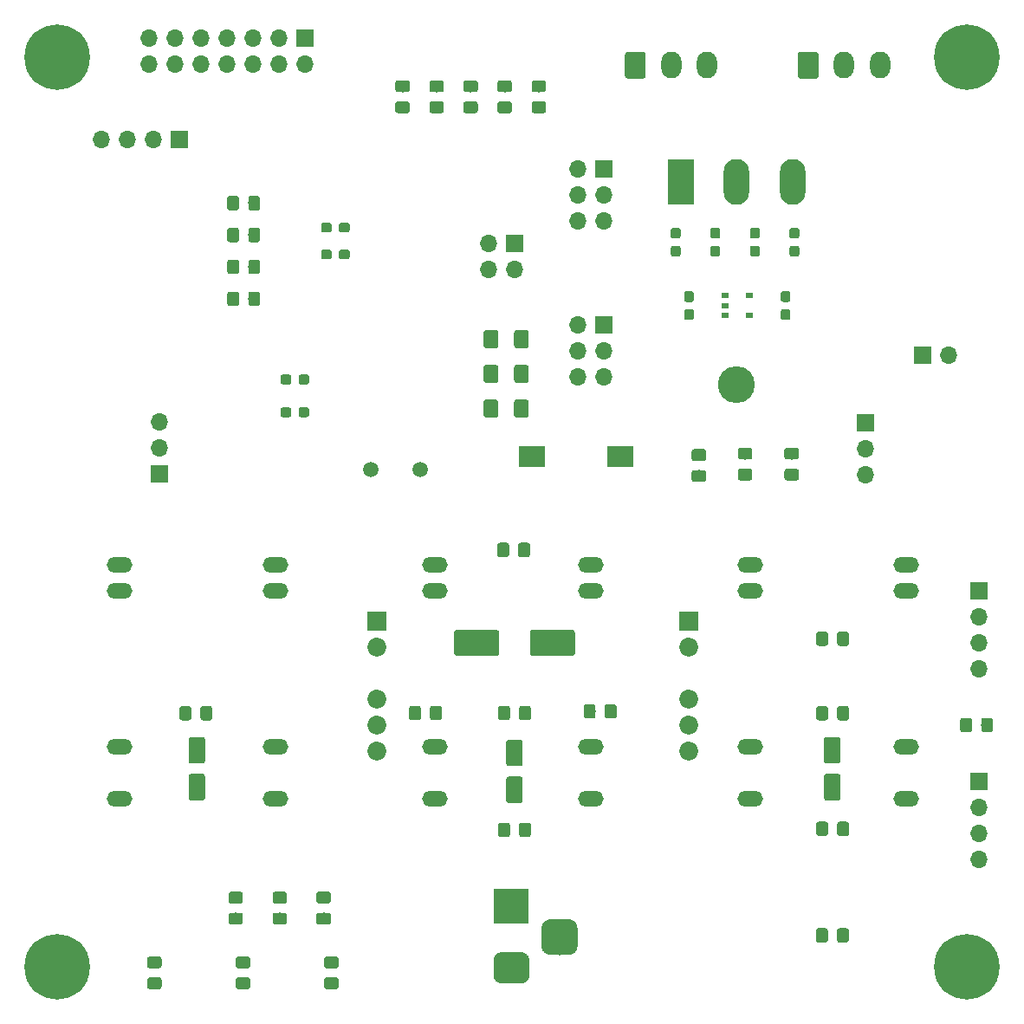
<source format=gbr>
G04 #@! TF.GenerationSoftware,KiCad,Pcbnew,(5.1.2)-2*
G04 #@! TF.CreationDate,2019-07-10T12:42:44+04:00*
G04 #@! TF.ProjectId,DTI_1-12,4454495f-312d-4313-922e-6b696361645f,rev?*
G04 #@! TF.SameCoordinates,Original*
G04 #@! TF.FileFunction,Soldermask,Top*
G04 #@! TF.FilePolarity,Negative*
%FSLAX46Y46*%
G04 Gerber Fmt 4.6, Leading zero omitted, Abs format (unit mm)*
G04 Created by KiCad (PCBNEW (5.1.2)-2) date 2019-07-10 12:42:44*
%MOMM*%
%LPD*%
G04 APERTURE LIST*
%ADD10O,2.500000X1.500000*%
%ADD11O,2.000000X2.600000*%
%ADD12C,0.100000*%
%ADD13C,2.000000*%
%ADD14C,6.400000*%
%ADD15C,0.800000*%
%ADD16C,2.500000*%
%ADD17C,1.150000*%
%ADD18C,1.600000*%
%ADD19C,1.425000*%
%ADD20R,0.700000X0.510000*%
%ADD21R,3.500000X3.500000*%
%ADD22C,3.000000*%
%ADD23C,3.500000*%
%ADD24R,1.700000X1.700000*%
%ADD25O,1.700000X1.700000*%
%ADD26O,3.600000X3.600000*%
%ADD27R,2.500000X4.500000*%
%ADD28O,2.500000X4.500000*%
%ADD29C,0.950000*%
%ADD30R,2.500000X2.000000*%
%ADD31R,1.850000X1.850000*%
%ADD32C,1.850000*%
%ADD33C,1.500000*%
G04 APERTURE END LIST*
D10*
X125810000Y-110540000D03*
X141050000Y-110540000D03*
X125810000Y-108000000D03*
X125810000Y-125780000D03*
X125810000Y-130860000D03*
X141050000Y-130860000D03*
X141050000Y-125780000D03*
X141050000Y-108000000D03*
D11*
X169300000Y-59200000D03*
X165800000Y-59200000D03*
D12*
G36*
X163074504Y-57901204D02*
G01*
X163098773Y-57904804D01*
X163122571Y-57910765D01*
X163145671Y-57919030D01*
X163167849Y-57929520D01*
X163188893Y-57942133D01*
X163208598Y-57956747D01*
X163226777Y-57973223D01*
X163243253Y-57991402D01*
X163257867Y-58011107D01*
X163270480Y-58032151D01*
X163280970Y-58054329D01*
X163289235Y-58077429D01*
X163295196Y-58101227D01*
X163298796Y-58125496D01*
X163300000Y-58150000D01*
X163300000Y-60250000D01*
X163298796Y-60274504D01*
X163295196Y-60298773D01*
X163289235Y-60322571D01*
X163280970Y-60345671D01*
X163270480Y-60367849D01*
X163257867Y-60388893D01*
X163243253Y-60408598D01*
X163226777Y-60426777D01*
X163208598Y-60443253D01*
X163188893Y-60457867D01*
X163167849Y-60470480D01*
X163145671Y-60480970D01*
X163122571Y-60489235D01*
X163098773Y-60495196D01*
X163074504Y-60498796D01*
X163050000Y-60500000D01*
X161550000Y-60500000D01*
X161525496Y-60498796D01*
X161501227Y-60495196D01*
X161477429Y-60489235D01*
X161454329Y-60480970D01*
X161432151Y-60470480D01*
X161411107Y-60457867D01*
X161391402Y-60443253D01*
X161373223Y-60426777D01*
X161356747Y-60408598D01*
X161342133Y-60388893D01*
X161329520Y-60367849D01*
X161319030Y-60345671D01*
X161310765Y-60322571D01*
X161304804Y-60298773D01*
X161301204Y-60274504D01*
X161300000Y-60250000D01*
X161300000Y-58150000D01*
X161301204Y-58125496D01*
X161304804Y-58101227D01*
X161310765Y-58077429D01*
X161319030Y-58054329D01*
X161329520Y-58032151D01*
X161342133Y-58011107D01*
X161356747Y-57991402D01*
X161373223Y-57973223D01*
X161391402Y-57956747D01*
X161411107Y-57942133D01*
X161432151Y-57929520D01*
X161454329Y-57919030D01*
X161477429Y-57910765D01*
X161501227Y-57904804D01*
X161525496Y-57901204D01*
X161550000Y-57900000D01*
X163050000Y-57900000D01*
X163074504Y-57901204D01*
X163074504Y-57901204D01*
G37*
D13*
X162300000Y-59200000D03*
D14*
X177800000Y-58420000D03*
D15*
X177800000Y-56020000D03*
X179497056Y-56722944D03*
X180200000Y-58420000D03*
X179497056Y-60117056D03*
X177800000Y-60820000D03*
X176102944Y-60117056D03*
X175400000Y-58420000D03*
X176102944Y-56722944D03*
D14*
X88900000Y-58420000D03*
D15*
X86500000Y-58420000D03*
X87202944Y-56722944D03*
X88900000Y-56020000D03*
X90597056Y-56722944D03*
X91300000Y-58420000D03*
X90597056Y-60117056D03*
X88900000Y-60820000D03*
X87202944Y-60117056D03*
D14*
X88900000Y-147320000D03*
D15*
X88900000Y-149720000D03*
X87202944Y-149017056D03*
X86500000Y-147320000D03*
X87202944Y-145622944D03*
X88900000Y-144920000D03*
X90597056Y-145622944D03*
X91300000Y-147320000D03*
X90597056Y-149017056D03*
X179497056Y-145622944D03*
X177800000Y-144920000D03*
X176102944Y-145622944D03*
X175400000Y-147320000D03*
X176102944Y-149017056D03*
X177800000Y-149720000D03*
X179497056Y-149017056D03*
X180200000Y-147320000D03*
D14*
X177800000Y-147320000D03*
D12*
G36*
X139274504Y-114401204D02*
G01*
X139298773Y-114404804D01*
X139322571Y-114410765D01*
X139345671Y-114419030D01*
X139367849Y-114429520D01*
X139388893Y-114442133D01*
X139408598Y-114456747D01*
X139426777Y-114473223D01*
X139443253Y-114491402D01*
X139457867Y-114511107D01*
X139470480Y-114532151D01*
X139480970Y-114554329D01*
X139489235Y-114577429D01*
X139495196Y-114601227D01*
X139498796Y-114625496D01*
X139500000Y-114650000D01*
X139500000Y-116650000D01*
X139498796Y-116674504D01*
X139495196Y-116698773D01*
X139489235Y-116722571D01*
X139480970Y-116745671D01*
X139470480Y-116767849D01*
X139457867Y-116788893D01*
X139443253Y-116808598D01*
X139426777Y-116826777D01*
X139408598Y-116843253D01*
X139388893Y-116857867D01*
X139367849Y-116870480D01*
X139345671Y-116880970D01*
X139322571Y-116889235D01*
X139298773Y-116895196D01*
X139274504Y-116898796D01*
X139250000Y-116900000D01*
X135350000Y-116900000D01*
X135325496Y-116898796D01*
X135301227Y-116895196D01*
X135277429Y-116889235D01*
X135254329Y-116880970D01*
X135232151Y-116870480D01*
X135211107Y-116857867D01*
X135191402Y-116843253D01*
X135173223Y-116826777D01*
X135156747Y-116808598D01*
X135142133Y-116788893D01*
X135129520Y-116767849D01*
X135119030Y-116745671D01*
X135110765Y-116722571D01*
X135104804Y-116698773D01*
X135101204Y-116674504D01*
X135100000Y-116650000D01*
X135100000Y-114650000D01*
X135101204Y-114625496D01*
X135104804Y-114601227D01*
X135110765Y-114577429D01*
X135119030Y-114554329D01*
X135129520Y-114532151D01*
X135142133Y-114511107D01*
X135156747Y-114491402D01*
X135173223Y-114473223D01*
X135191402Y-114456747D01*
X135211107Y-114442133D01*
X135232151Y-114429520D01*
X135254329Y-114419030D01*
X135277429Y-114410765D01*
X135301227Y-114404804D01*
X135325496Y-114401204D01*
X135350000Y-114400000D01*
X139250000Y-114400000D01*
X139274504Y-114401204D01*
X139274504Y-114401204D01*
G37*
D16*
X137300000Y-115650000D03*
D12*
G36*
X131874504Y-114401204D02*
G01*
X131898773Y-114404804D01*
X131922571Y-114410765D01*
X131945671Y-114419030D01*
X131967849Y-114429520D01*
X131988893Y-114442133D01*
X132008598Y-114456747D01*
X132026777Y-114473223D01*
X132043253Y-114491402D01*
X132057867Y-114511107D01*
X132070480Y-114532151D01*
X132080970Y-114554329D01*
X132089235Y-114577429D01*
X132095196Y-114601227D01*
X132098796Y-114625496D01*
X132100000Y-114650000D01*
X132100000Y-116650000D01*
X132098796Y-116674504D01*
X132095196Y-116698773D01*
X132089235Y-116722571D01*
X132080970Y-116745671D01*
X132070480Y-116767849D01*
X132057867Y-116788893D01*
X132043253Y-116808598D01*
X132026777Y-116826777D01*
X132008598Y-116843253D01*
X131988893Y-116857867D01*
X131967849Y-116870480D01*
X131945671Y-116880970D01*
X131922571Y-116889235D01*
X131898773Y-116895196D01*
X131874504Y-116898796D01*
X131850000Y-116900000D01*
X127950000Y-116900000D01*
X127925496Y-116898796D01*
X127901227Y-116895196D01*
X127877429Y-116889235D01*
X127854329Y-116880970D01*
X127832151Y-116870480D01*
X127811107Y-116857867D01*
X127791402Y-116843253D01*
X127773223Y-116826777D01*
X127756747Y-116808598D01*
X127742133Y-116788893D01*
X127729520Y-116767849D01*
X127719030Y-116745671D01*
X127710765Y-116722571D01*
X127704804Y-116698773D01*
X127701204Y-116674504D01*
X127700000Y-116650000D01*
X127700000Y-114650000D01*
X127701204Y-114625496D01*
X127704804Y-114601227D01*
X127710765Y-114577429D01*
X127719030Y-114554329D01*
X127729520Y-114532151D01*
X127742133Y-114511107D01*
X127756747Y-114491402D01*
X127773223Y-114473223D01*
X127791402Y-114456747D01*
X127811107Y-114442133D01*
X127832151Y-114429520D01*
X127854329Y-114419030D01*
X127877429Y-114410765D01*
X127901227Y-114404804D01*
X127925496Y-114401204D01*
X127950000Y-114400000D01*
X131850000Y-114400000D01*
X131874504Y-114401204D01*
X131874504Y-114401204D01*
G37*
D16*
X129900000Y-115650000D03*
D12*
G36*
X132924505Y-133221204D02*
G01*
X132948773Y-133224804D01*
X132972572Y-133230765D01*
X132995671Y-133239030D01*
X133017850Y-133249520D01*
X133038893Y-133262132D01*
X133058599Y-133276747D01*
X133076777Y-133293223D01*
X133093253Y-133311401D01*
X133107868Y-133331107D01*
X133120480Y-133352150D01*
X133130970Y-133374329D01*
X133139235Y-133397428D01*
X133145196Y-133421227D01*
X133148796Y-133445495D01*
X133150000Y-133469999D01*
X133150000Y-134370001D01*
X133148796Y-134394505D01*
X133145196Y-134418773D01*
X133139235Y-134442572D01*
X133130970Y-134465671D01*
X133120480Y-134487850D01*
X133107868Y-134508893D01*
X133093253Y-134528599D01*
X133076777Y-134546777D01*
X133058599Y-134563253D01*
X133038893Y-134577868D01*
X133017850Y-134590480D01*
X132995671Y-134600970D01*
X132972572Y-134609235D01*
X132948773Y-134615196D01*
X132924505Y-134618796D01*
X132900001Y-134620000D01*
X132249999Y-134620000D01*
X132225495Y-134618796D01*
X132201227Y-134615196D01*
X132177428Y-134609235D01*
X132154329Y-134600970D01*
X132132150Y-134590480D01*
X132111107Y-134577868D01*
X132091401Y-134563253D01*
X132073223Y-134546777D01*
X132056747Y-134528599D01*
X132042132Y-134508893D01*
X132029520Y-134487850D01*
X132019030Y-134465671D01*
X132010765Y-134442572D01*
X132004804Y-134418773D01*
X132001204Y-134394505D01*
X132000000Y-134370001D01*
X132000000Y-133469999D01*
X132001204Y-133445495D01*
X132004804Y-133421227D01*
X132010765Y-133397428D01*
X132019030Y-133374329D01*
X132029520Y-133352150D01*
X132042132Y-133331107D01*
X132056747Y-133311401D01*
X132073223Y-133293223D01*
X132091401Y-133276747D01*
X132111107Y-133262132D01*
X132132150Y-133249520D01*
X132154329Y-133239030D01*
X132177428Y-133230765D01*
X132201227Y-133224804D01*
X132225495Y-133221204D01*
X132249999Y-133220000D01*
X132900001Y-133220000D01*
X132924505Y-133221204D01*
X132924505Y-133221204D01*
G37*
D17*
X132575000Y-133920000D03*
D12*
G36*
X134974505Y-133221204D02*
G01*
X134998773Y-133224804D01*
X135022572Y-133230765D01*
X135045671Y-133239030D01*
X135067850Y-133249520D01*
X135088893Y-133262132D01*
X135108599Y-133276747D01*
X135126777Y-133293223D01*
X135143253Y-133311401D01*
X135157868Y-133331107D01*
X135170480Y-133352150D01*
X135180970Y-133374329D01*
X135189235Y-133397428D01*
X135195196Y-133421227D01*
X135198796Y-133445495D01*
X135200000Y-133469999D01*
X135200000Y-134370001D01*
X135198796Y-134394505D01*
X135195196Y-134418773D01*
X135189235Y-134442572D01*
X135180970Y-134465671D01*
X135170480Y-134487850D01*
X135157868Y-134508893D01*
X135143253Y-134528599D01*
X135126777Y-134546777D01*
X135108599Y-134563253D01*
X135088893Y-134577868D01*
X135067850Y-134590480D01*
X135045671Y-134600970D01*
X135022572Y-134609235D01*
X134998773Y-134615196D01*
X134974505Y-134618796D01*
X134950001Y-134620000D01*
X134299999Y-134620000D01*
X134275495Y-134618796D01*
X134251227Y-134615196D01*
X134227428Y-134609235D01*
X134204329Y-134600970D01*
X134182150Y-134590480D01*
X134161107Y-134577868D01*
X134141401Y-134563253D01*
X134123223Y-134546777D01*
X134106747Y-134528599D01*
X134092132Y-134508893D01*
X134079520Y-134487850D01*
X134069030Y-134465671D01*
X134060765Y-134442572D01*
X134054804Y-134418773D01*
X134051204Y-134394505D01*
X134050000Y-134370001D01*
X134050000Y-133469999D01*
X134051204Y-133445495D01*
X134054804Y-133421227D01*
X134060765Y-133397428D01*
X134069030Y-133374329D01*
X134079520Y-133352150D01*
X134092132Y-133331107D01*
X134106747Y-133311401D01*
X134123223Y-133293223D01*
X134141401Y-133276747D01*
X134161107Y-133262132D01*
X134182150Y-133249520D01*
X134204329Y-133239030D01*
X134227428Y-133230765D01*
X134251227Y-133224804D01*
X134275495Y-133221204D01*
X134299999Y-133220000D01*
X134950001Y-133220000D01*
X134974505Y-133221204D01*
X134974505Y-133221204D01*
G37*
D17*
X134625000Y-133920000D03*
D12*
G36*
X103124504Y-128451204D02*
G01*
X103148773Y-128454804D01*
X103172571Y-128460765D01*
X103195671Y-128469030D01*
X103217849Y-128479520D01*
X103238893Y-128492133D01*
X103258598Y-128506747D01*
X103276777Y-128523223D01*
X103293253Y-128541402D01*
X103307867Y-128561107D01*
X103320480Y-128582151D01*
X103330970Y-128604329D01*
X103339235Y-128627429D01*
X103345196Y-128651227D01*
X103348796Y-128675496D01*
X103350000Y-128700000D01*
X103350000Y-130800000D01*
X103348796Y-130824504D01*
X103345196Y-130848773D01*
X103339235Y-130872571D01*
X103330970Y-130895671D01*
X103320480Y-130917849D01*
X103307867Y-130938893D01*
X103293253Y-130958598D01*
X103276777Y-130976777D01*
X103258598Y-130993253D01*
X103238893Y-131007867D01*
X103217849Y-131020480D01*
X103195671Y-131030970D01*
X103172571Y-131039235D01*
X103148773Y-131045196D01*
X103124504Y-131048796D01*
X103100000Y-131050000D01*
X102000000Y-131050000D01*
X101975496Y-131048796D01*
X101951227Y-131045196D01*
X101927429Y-131039235D01*
X101904329Y-131030970D01*
X101882151Y-131020480D01*
X101861107Y-131007867D01*
X101841402Y-130993253D01*
X101823223Y-130976777D01*
X101806747Y-130958598D01*
X101792133Y-130938893D01*
X101779520Y-130917849D01*
X101769030Y-130895671D01*
X101760765Y-130872571D01*
X101754804Y-130848773D01*
X101751204Y-130824504D01*
X101750000Y-130800000D01*
X101750000Y-128700000D01*
X101751204Y-128675496D01*
X101754804Y-128651227D01*
X101760765Y-128627429D01*
X101769030Y-128604329D01*
X101779520Y-128582151D01*
X101792133Y-128561107D01*
X101806747Y-128541402D01*
X101823223Y-128523223D01*
X101841402Y-128506747D01*
X101861107Y-128492133D01*
X101882151Y-128479520D01*
X101904329Y-128469030D01*
X101927429Y-128460765D01*
X101951227Y-128454804D01*
X101975496Y-128451204D01*
X102000000Y-128450000D01*
X103100000Y-128450000D01*
X103124504Y-128451204D01*
X103124504Y-128451204D01*
G37*
D18*
X102550000Y-129750000D03*
D12*
G36*
X103124504Y-124851204D02*
G01*
X103148773Y-124854804D01*
X103172571Y-124860765D01*
X103195671Y-124869030D01*
X103217849Y-124879520D01*
X103238893Y-124892133D01*
X103258598Y-124906747D01*
X103276777Y-124923223D01*
X103293253Y-124941402D01*
X103307867Y-124961107D01*
X103320480Y-124982151D01*
X103330970Y-125004329D01*
X103339235Y-125027429D01*
X103345196Y-125051227D01*
X103348796Y-125075496D01*
X103350000Y-125100000D01*
X103350000Y-127200000D01*
X103348796Y-127224504D01*
X103345196Y-127248773D01*
X103339235Y-127272571D01*
X103330970Y-127295671D01*
X103320480Y-127317849D01*
X103307867Y-127338893D01*
X103293253Y-127358598D01*
X103276777Y-127376777D01*
X103258598Y-127393253D01*
X103238893Y-127407867D01*
X103217849Y-127420480D01*
X103195671Y-127430970D01*
X103172571Y-127439235D01*
X103148773Y-127445196D01*
X103124504Y-127448796D01*
X103100000Y-127450000D01*
X102000000Y-127450000D01*
X101975496Y-127448796D01*
X101951227Y-127445196D01*
X101927429Y-127439235D01*
X101904329Y-127430970D01*
X101882151Y-127420480D01*
X101861107Y-127407867D01*
X101841402Y-127393253D01*
X101823223Y-127376777D01*
X101806747Y-127358598D01*
X101792133Y-127338893D01*
X101779520Y-127317849D01*
X101769030Y-127295671D01*
X101760765Y-127272571D01*
X101754804Y-127248773D01*
X101751204Y-127224504D01*
X101750000Y-127200000D01*
X101750000Y-125100000D01*
X101751204Y-125075496D01*
X101754804Y-125051227D01*
X101760765Y-125027429D01*
X101769030Y-125004329D01*
X101779520Y-124982151D01*
X101792133Y-124961107D01*
X101806747Y-124941402D01*
X101823223Y-124923223D01*
X101841402Y-124906747D01*
X101861107Y-124892133D01*
X101882151Y-124879520D01*
X101904329Y-124869030D01*
X101927429Y-124860765D01*
X101951227Y-124854804D01*
X101975496Y-124851204D01*
X102000000Y-124850000D01*
X103100000Y-124850000D01*
X103124504Y-124851204D01*
X103124504Y-124851204D01*
G37*
D18*
X102550000Y-126150000D03*
D12*
G36*
X101784505Y-121831204D02*
G01*
X101808773Y-121834804D01*
X101832572Y-121840765D01*
X101855671Y-121849030D01*
X101877850Y-121859520D01*
X101898893Y-121872132D01*
X101918599Y-121886747D01*
X101936777Y-121903223D01*
X101953253Y-121921401D01*
X101967868Y-121941107D01*
X101980480Y-121962150D01*
X101990970Y-121984329D01*
X101999235Y-122007428D01*
X102005196Y-122031227D01*
X102008796Y-122055495D01*
X102010000Y-122079999D01*
X102010000Y-122980001D01*
X102008796Y-123004505D01*
X102005196Y-123028773D01*
X101999235Y-123052572D01*
X101990970Y-123075671D01*
X101980480Y-123097850D01*
X101967868Y-123118893D01*
X101953253Y-123138599D01*
X101936777Y-123156777D01*
X101918599Y-123173253D01*
X101898893Y-123187868D01*
X101877850Y-123200480D01*
X101855671Y-123210970D01*
X101832572Y-123219235D01*
X101808773Y-123225196D01*
X101784505Y-123228796D01*
X101760001Y-123230000D01*
X101109999Y-123230000D01*
X101085495Y-123228796D01*
X101061227Y-123225196D01*
X101037428Y-123219235D01*
X101014329Y-123210970D01*
X100992150Y-123200480D01*
X100971107Y-123187868D01*
X100951401Y-123173253D01*
X100933223Y-123156777D01*
X100916747Y-123138599D01*
X100902132Y-123118893D01*
X100889520Y-123097850D01*
X100879030Y-123075671D01*
X100870765Y-123052572D01*
X100864804Y-123028773D01*
X100861204Y-123004505D01*
X100860000Y-122980001D01*
X100860000Y-122079999D01*
X100861204Y-122055495D01*
X100864804Y-122031227D01*
X100870765Y-122007428D01*
X100879030Y-121984329D01*
X100889520Y-121962150D01*
X100902132Y-121941107D01*
X100916747Y-121921401D01*
X100933223Y-121903223D01*
X100951401Y-121886747D01*
X100971107Y-121872132D01*
X100992150Y-121859520D01*
X101014329Y-121849030D01*
X101037428Y-121840765D01*
X101061227Y-121834804D01*
X101085495Y-121831204D01*
X101109999Y-121830000D01*
X101760001Y-121830000D01*
X101784505Y-121831204D01*
X101784505Y-121831204D01*
G37*
D17*
X101435000Y-122530000D03*
D12*
G36*
X103834505Y-121831204D02*
G01*
X103858773Y-121834804D01*
X103882572Y-121840765D01*
X103905671Y-121849030D01*
X103927850Y-121859520D01*
X103948893Y-121872132D01*
X103968599Y-121886747D01*
X103986777Y-121903223D01*
X104003253Y-121921401D01*
X104017868Y-121941107D01*
X104030480Y-121962150D01*
X104040970Y-121984329D01*
X104049235Y-122007428D01*
X104055196Y-122031227D01*
X104058796Y-122055495D01*
X104060000Y-122079999D01*
X104060000Y-122980001D01*
X104058796Y-123004505D01*
X104055196Y-123028773D01*
X104049235Y-123052572D01*
X104040970Y-123075671D01*
X104030480Y-123097850D01*
X104017868Y-123118893D01*
X104003253Y-123138599D01*
X103986777Y-123156777D01*
X103968599Y-123173253D01*
X103948893Y-123187868D01*
X103927850Y-123200480D01*
X103905671Y-123210970D01*
X103882572Y-123219235D01*
X103858773Y-123225196D01*
X103834505Y-123228796D01*
X103810001Y-123230000D01*
X103159999Y-123230000D01*
X103135495Y-123228796D01*
X103111227Y-123225196D01*
X103087428Y-123219235D01*
X103064329Y-123210970D01*
X103042150Y-123200480D01*
X103021107Y-123187868D01*
X103001401Y-123173253D01*
X102983223Y-123156777D01*
X102966747Y-123138599D01*
X102952132Y-123118893D01*
X102939520Y-123097850D01*
X102929030Y-123075671D01*
X102920765Y-123052572D01*
X102914804Y-123028773D01*
X102911204Y-123004505D01*
X102910000Y-122980001D01*
X102910000Y-122079999D01*
X102911204Y-122055495D01*
X102914804Y-122031227D01*
X102920765Y-122007428D01*
X102929030Y-121984329D01*
X102939520Y-121962150D01*
X102952132Y-121941107D01*
X102966747Y-121921401D01*
X102983223Y-121903223D01*
X103001401Y-121886747D01*
X103021107Y-121872132D01*
X103042150Y-121859520D01*
X103064329Y-121849030D01*
X103087428Y-121840765D01*
X103111227Y-121834804D01*
X103135495Y-121831204D01*
X103159999Y-121830000D01*
X103810001Y-121830000D01*
X103834505Y-121831204D01*
X103834505Y-121831204D01*
G37*
D17*
X103485000Y-122530000D03*
D12*
G36*
X165224504Y-128451204D02*
G01*
X165248773Y-128454804D01*
X165272571Y-128460765D01*
X165295671Y-128469030D01*
X165317849Y-128479520D01*
X165338893Y-128492133D01*
X165358598Y-128506747D01*
X165376777Y-128523223D01*
X165393253Y-128541402D01*
X165407867Y-128561107D01*
X165420480Y-128582151D01*
X165430970Y-128604329D01*
X165439235Y-128627429D01*
X165445196Y-128651227D01*
X165448796Y-128675496D01*
X165450000Y-128700000D01*
X165450000Y-130800000D01*
X165448796Y-130824504D01*
X165445196Y-130848773D01*
X165439235Y-130872571D01*
X165430970Y-130895671D01*
X165420480Y-130917849D01*
X165407867Y-130938893D01*
X165393253Y-130958598D01*
X165376777Y-130976777D01*
X165358598Y-130993253D01*
X165338893Y-131007867D01*
X165317849Y-131020480D01*
X165295671Y-131030970D01*
X165272571Y-131039235D01*
X165248773Y-131045196D01*
X165224504Y-131048796D01*
X165200000Y-131050000D01*
X164100000Y-131050000D01*
X164075496Y-131048796D01*
X164051227Y-131045196D01*
X164027429Y-131039235D01*
X164004329Y-131030970D01*
X163982151Y-131020480D01*
X163961107Y-131007867D01*
X163941402Y-130993253D01*
X163923223Y-130976777D01*
X163906747Y-130958598D01*
X163892133Y-130938893D01*
X163879520Y-130917849D01*
X163869030Y-130895671D01*
X163860765Y-130872571D01*
X163854804Y-130848773D01*
X163851204Y-130824504D01*
X163850000Y-130800000D01*
X163850000Y-128700000D01*
X163851204Y-128675496D01*
X163854804Y-128651227D01*
X163860765Y-128627429D01*
X163869030Y-128604329D01*
X163879520Y-128582151D01*
X163892133Y-128561107D01*
X163906747Y-128541402D01*
X163923223Y-128523223D01*
X163941402Y-128506747D01*
X163961107Y-128492133D01*
X163982151Y-128479520D01*
X164004329Y-128469030D01*
X164027429Y-128460765D01*
X164051227Y-128454804D01*
X164075496Y-128451204D01*
X164100000Y-128450000D01*
X165200000Y-128450000D01*
X165224504Y-128451204D01*
X165224504Y-128451204D01*
G37*
D18*
X164650000Y-129750000D03*
D12*
G36*
X165224504Y-124851204D02*
G01*
X165248773Y-124854804D01*
X165272571Y-124860765D01*
X165295671Y-124869030D01*
X165317849Y-124879520D01*
X165338893Y-124892133D01*
X165358598Y-124906747D01*
X165376777Y-124923223D01*
X165393253Y-124941402D01*
X165407867Y-124961107D01*
X165420480Y-124982151D01*
X165430970Y-125004329D01*
X165439235Y-125027429D01*
X165445196Y-125051227D01*
X165448796Y-125075496D01*
X165450000Y-125100000D01*
X165450000Y-127200000D01*
X165448796Y-127224504D01*
X165445196Y-127248773D01*
X165439235Y-127272571D01*
X165430970Y-127295671D01*
X165420480Y-127317849D01*
X165407867Y-127338893D01*
X165393253Y-127358598D01*
X165376777Y-127376777D01*
X165358598Y-127393253D01*
X165338893Y-127407867D01*
X165317849Y-127420480D01*
X165295671Y-127430970D01*
X165272571Y-127439235D01*
X165248773Y-127445196D01*
X165224504Y-127448796D01*
X165200000Y-127450000D01*
X164100000Y-127450000D01*
X164075496Y-127448796D01*
X164051227Y-127445196D01*
X164027429Y-127439235D01*
X164004329Y-127430970D01*
X163982151Y-127420480D01*
X163961107Y-127407867D01*
X163941402Y-127393253D01*
X163923223Y-127376777D01*
X163906747Y-127358598D01*
X163892133Y-127338893D01*
X163879520Y-127317849D01*
X163869030Y-127295671D01*
X163860765Y-127272571D01*
X163854804Y-127248773D01*
X163851204Y-127224504D01*
X163850000Y-127200000D01*
X163850000Y-125100000D01*
X163851204Y-125075496D01*
X163854804Y-125051227D01*
X163860765Y-125027429D01*
X163869030Y-125004329D01*
X163879520Y-124982151D01*
X163892133Y-124961107D01*
X163906747Y-124941402D01*
X163923223Y-124923223D01*
X163941402Y-124906747D01*
X163961107Y-124892133D01*
X163982151Y-124879520D01*
X164004329Y-124869030D01*
X164027429Y-124860765D01*
X164051227Y-124854804D01*
X164075496Y-124851204D01*
X164100000Y-124850000D01*
X165200000Y-124850000D01*
X165224504Y-124851204D01*
X165224504Y-124851204D01*
G37*
D18*
X164650000Y-126150000D03*
D12*
G36*
X164014505Y-121831204D02*
G01*
X164038773Y-121834804D01*
X164062572Y-121840765D01*
X164085671Y-121849030D01*
X164107850Y-121859520D01*
X164128893Y-121872132D01*
X164148599Y-121886747D01*
X164166777Y-121903223D01*
X164183253Y-121921401D01*
X164197868Y-121941107D01*
X164210480Y-121962150D01*
X164220970Y-121984329D01*
X164229235Y-122007428D01*
X164235196Y-122031227D01*
X164238796Y-122055495D01*
X164240000Y-122079999D01*
X164240000Y-122980001D01*
X164238796Y-123004505D01*
X164235196Y-123028773D01*
X164229235Y-123052572D01*
X164220970Y-123075671D01*
X164210480Y-123097850D01*
X164197868Y-123118893D01*
X164183253Y-123138599D01*
X164166777Y-123156777D01*
X164148599Y-123173253D01*
X164128893Y-123187868D01*
X164107850Y-123200480D01*
X164085671Y-123210970D01*
X164062572Y-123219235D01*
X164038773Y-123225196D01*
X164014505Y-123228796D01*
X163990001Y-123230000D01*
X163339999Y-123230000D01*
X163315495Y-123228796D01*
X163291227Y-123225196D01*
X163267428Y-123219235D01*
X163244329Y-123210970D01*
X163222150Y-123200480D01*
X163201107Y-123187868D01*
X163181401Y-123173253D01*
X163163223Y-123156777D01*
X163146747Y-123138599D01*
X163132132Y-123118893D01*
X163119520Y-123097850D01*
X163109030Y-123075671D01*
X163100765Y-123052572D01*
X163094804Y-123028773D01*
X163091204Y-123004505D01*
X163090000Y-122980001D01*
X163090000Y-122079999D01*
X163091204Y-122055495D01*
X163094804Y-122031227D01*
X163100765Y-122007428D01*
X163109030Y-121984329D01*
X163119520Y-121962150D01*
X163132132Y-121941107D01*
X163146747Y-121921401D01*
X163163223Y-121903223D01*
X163181401Y-121886747D01*
X163201107Y-121872132D01*
X163222150Y-121859520D01*
X163244329Y-121849030D01*
X163267428Y-121840765D01*
X163291227Y-121834804D01*
X163315495Y-121831204D01*
X163339999Y-121830000D01*
X163990001Y-121830000D01*
X164014505Y-121831204D01*
X164014505Y-121831204D01*
G37*
D17*
X163665000Y-122530000D03*
D12*
G36*
X166064505Y-121831204D02*
G01*
X166088773Y-121834804D01*
X166112572Y-121840765D01*
X166135671Y-121849030D01*
X166157850Y-121859520D01*
X166178893Y-121872132D01*
X166198599Y-121886747D01*
X166216777Y-121903223D01*
X166233253Y-121921401D01*
X166247868Y-121941107D01*
X166260480Y-121962150D01*
X166270970Y-121984329D01*
X166279235Y-122007428D01*
X166285196Y-122031227D01*
X166288796Y-122055495D01*
X166290000Y-122079999D01*
X166290000Y-122980001D01*
X166288796Y-123004505D01*
X166285196Y-123028773D01*
X166279235Y-123052572D01*
X166270970Y-123075671D01*
X166260480Y-123097850D01*
X166247868Y-123118893D01*
X166233253Y-123138599D01*
X166216777Y-123156777D01*
X166198599Y-123173253D01*
X166178893Y-123187868D01*
X166157850Y-123200480D01*
X166135671Y-123210970D01*
X166112572Y-123219235D01*
X166088773Y-123225196D01*
X166064505Y-123228796D01*
X166040001Y-123230000D01*
X165389999Y-123230000D01*
X165365495Y-123228796D01*
X165341227Y-123225196D01*
X165317428Y-123219235D01*
X165294329Y-123210970D01*
X165272150Y-123200480D01*
X165251107Y-123187868D01*
X165231401Y-123173253D01*
X165213223Y-123156777D01*
X165196747Y-123138599D01*
X165182132Y-123118893D01*
X165169520Y-123097850D01*
X165159030Y-123075671D01*
X165150765Y-123052572D01*
X165144804Y-123028773D01*
X165141204Y-123004505D01*
X165140000Y-122980001D01*
X165140000Y-122079999D01*
X165141204Y-122055495D01*
X165144804Y-122031227D01*
X165150765Y-122007428D01*
X165159030Y-121984329D01*
X165169520Y-121962150D01*
X165182132Y-121941107D01*
X165196747Y-121921401D01*
X165213223Y-121903223D01*
X165231401Y-121886747D01*
X165251107Y-121872132D01*
X165272150Y-121859520D01*
X165294329Y-121849030D01*
X165317428Y-121840765D01*
X165341227Y-121834804D01*
X165365495Y-121831204D01*
X165389999Y-121830000D01*
X166040001Y-121830000D01*
X166064505Y-121831204D01*
X166064505Y-121831204D01*
G37*
D17*
X165715000Y-122530000D03*
D12*
G36*
X134174504Y-125114536D02*
G01*
X134198773Y-125118136D01*
X134222571Y-125124097D01*
X134245671Y-125132362D01*
X134267849Y-125142852D01*
X134288893Y-125155465D01*
X134308598Y-125170079D01*
X134326777Y-125186555D01*
X134343253Y-125204734D01*
X134357867Y-125224439D01*
X134370480Y-125245483D01*
X134380970Y-125267661D01*
X134389235Y-125290761D01*
X134395196Y-125314559D01*
X134398796Y-125338828D01*
X134400000Y-125363332D01*
X134400000Y-127463332D01*
X134398796Y-127487836D01*
X134395196Y-127512105D01*
X134389235Y-127535903D01*
X134380970Y-127559003D01*
X134370480Y-127581181D01*
X134357867Y-127602225D01*
X134343253Y-127621930D01*
X134326777Y-127640109D01*
X134308598Y-127656585D01*
X134288893Y-127671199D01*
X134267849Y-127683812D01*
X134245671Y-127694302D01*
X134222571Y-127702567D01*
X134198773Y-127708528D01*
X134174504Y-127712128D01*
X134150000Y-127713332D01*
X133050000Y-127713332D01*
X133025496Y-127712128D01*
X133001227Y-127708528D01*
X132977429Y-127702567D01*
X132954329Y-127694302D01*
X132932151Y-127683812D01*
X132911107Y-127671199D01*
X132891402Y-127656585D01*
X132873223Y-127640109D01*
X132856747Y-127621930D01*
X132842133Y-127602225D01*
X132829520Y-127581181D01*
X132819030Y-127559003D01*
X132810765Y-127535903D01*
X132804804Y-127512105D01*
X132801204Y-127487836D01*
X132800000Y-127463332D01*
X132800000Y-125363332D01*
X132801204Y-125338828D01*
X132804804Y-125314559D01*
X132810765Y-125290761D01*
X132819030Y-125267661D01*
X132829520Y-125245483D01*
X132842133Y-125224439D01*
X132856747Y-125204734D01*
X132873223Y-125186555D01*
X132891402Y-125170079D01*
X132911107Y-125155465D01*
X132932151Y-125142852D01*
X132954329Y-125132362D01*
X132977429Y-125124097D01*
X133001227Y-125118136D01*
X133025496Y-125114536D01*
X133050000Y-125113332D01*
X134150000Y-125113332D01*
X134174504Y-125114536D01*
X134174504Y-125114536D01*
G37*
D18*
X133600000Y-126413332D03*
D12*
G36*
X134174504Y-128714536D02*
G01*
X134198773Y-128718136D01*
X134222571Y-128724097D01*
X134245671Y-128732362D01*
X134267849Y-128742852D01*
X134288893Y-128755465D01*
X134308598Y-128770079D01*
X134326777Y-128786555D01*
X134343253Y-128804734D01*
X134357867Y-128824439D01*
X134370480Y-128845483D01*
X134380970Y-128867661D01*
X134389235Y-128890761D01*
X134395196Y-128914559D01*
X134398796Y-128938828D01*
X134400000Y-128963332D01*
X134400000Y-131063332D01*
X134398796Y-131087836D01*
X134395196Y-131112105D01*
X134389235Y-131135903D01*
X134380970Y-131159003D01*
X134370480Y-131181181D01*
X134357867Y-131202225D01*
X134343253Y-131221930D01*
X134326777Y-131240109D01*
X134308598Y-131256585D01*
X134288893Y-131271199D01*
X134267849Y-131283812D01*
X134245671Y-131294302D01*
X134222571Y-131302567D01*
X134198773Y-131308528D01*
X134174504Y-131312128D01*
X134150000Y-131313332D01*
X133050000Y-131313332D01*
X133025496Y-131312128D01*
X133001227Y-131308528D01*
X132977429Y-131302567D01*
X132954329Y-131294302D01*
X132932151Y-131283812D01*
X132911107Y-131271199D01*
X132891402Y-131256585D01*
X132873223Y-131240109D01*
X132856747Y-131221930D01*
X132842133Y-131202225D01*
X132829520Y-131181181D01*
X132819030Y-131159003D01*
X132810765Y-131135903D01*
X132804804Y-131112105D01*
X132801204Y-131087836D01*
X132800000Y-131063332D01*
X132800000Y-128963332D01*
X132801204Y-128938828D01*
X132804804Y-128914559D01*
X132810765Y-128890761D01*
X132819030Y-128867661D01*
X132829520Y-128845483D01*
X132842133Y-128824439D01*
X132856747Y-128804734D01*
X132873223Y-128786555D01*
X132891402Y-128770079D01*
X132911107Y-128755465D01*
X132932151Y-128742852D01*
X132954329Y-128732362D01*
X132977429Y-128724097D01*
X133001227Y-128718136D01*
X133025496Y-128714536D01*
X133050000Y-128713332D01*
X134150000Y-128713332D01*
X134174504Y-128714536D01*
X134174504Y-128714536D01*
G37*
D18*
X133600000Y-130013332D03*
D12*
G36*
X134974505Y-121807870D02*
G01*
X134998773Y-121811470D01*
X135022572Y-121817431D01*
X135045671Y-121825696D01*
X135067850Y-121836186D01*
X135088893Y-121848798D01*
X135108599Y-121863413D01*
X135126777Y-121879889D01*
X135143253Y-121898067D01*
X135157868Y-121917773D01*
X135170480Y-121938816D01*
X135180970Y-121960995D01*
X135189235Y-121984094D01*
X135195196Y-122007893D01*
X135198796Y-122032161D01*
X135200000Y-122056665D01*
X135200000Y-122956667D01*
X135198796Y-122981171D01*
X135195196Y-123005439D01*
X135189235Y-123029238D01*
X135180970Y-123052337D01*
X135170480Y-123074516D01*
X135157868Y-123095559D01*
X135143253Y-123115265D01*
X135126777Y-123133443D01*
X135108599Y-123149919D01*
X135088893Y-123164534D01*
X135067850Y-123177146D01*
X135045671Y-123187636D01*
X135022572Y-123195901D01*
X134998773Y-123201862D01*
X134974505Y-123205462D01*
X134950001Y-123206666D01*
X134299999Y-123206666D01*
X134275495Y-123205462D01*
X134251227Y-123201862D01*
X134227428Y-123195901D01*
X134204329Y-123187636D01*
X134182150Y-123177146D01*
X134161107Y-123164534D01*
X134141401Y-123149919D01*
X134123223Y-123133443D01*
X134106747Y-123115265D01*
X134092132Y-123095559D01*
X134079520Y-123074516D01*
X134069030Y-123052337D01*
X134060765Y-123029238D01*
X134054804Y-123005439D01*
X134051204Y-122981171D01*
X134050000Y-122956667D01*
X134050000Y-122056665D01*
X134051204Y-122032161D01*
X134054804Y-122007893D01*
X134060765Y-121984094D01*
X134069030Y-121960995D01*
X134079520Y-121938816D01*
X134092132Y-121917773D01*
X134106747Y-121898067D01*
X134123223Y-121879889D01*
X134141401Y-121863413D01*
X134161107Y-121848798D01*
X134182150Y-121836186D01*
X134204329Y-121825696D01*
X134227428Y-121817431D01*
X134251227Y-121811470D01*
X134275495Y-121807870D01*
X134299999Y-121806666D01*
X134950001Y-121806666D01*
X134974505Y-121807870D01*
X134974505Y-121807870D01*
G37*
D17*
X134625000Y-122506666D03*
D12*
G36*
X132924505Y-121807870D02*
G01*
X132948773Y-121811470D01*
X132972572Y-121817431D01*
X132995671Y-121825696D01*
X133017850Y-121836186D01*
X133038893Y-121848798D01*
X133058599Y-121863413D01*
X133076777Y-121879889D01*
X133093253Y-121898067D01*
X133107868Y-121917773D01*
X133120480Y-121938816D01*
X133130970Y-121960995D01*
X133139235Y-121984094D01*
X133145196Y-122007893D01*
X133148796Y-122032161D01*
X133150000Y-122056665D01*
X133150000Y-122956667D01*
X133148796Y-122981171D01*
X133145196Y-123005439D01*
X133139235Y-123029238D01*
X133130970Y-123052337D01*
X133120480Y-123074516D01*
X133107868Y-123095559D01*
X133093253Y-123115265D01*
X133076777Y-123133443D01*
X133058599Y-123149919D01*
X133038893Y-123164534D01*
X133017850Y-123177146D01*
X132995671Y-123187636D01*
X132972572Y-123195901D01*
X132948773Y-123201862D01*
X132924505Y-123205462D01*
X132900001Y-123206666D01*
X132249999Y-123206666D01*
X132225495Y-123205462D01*
X132201227Y-123201862D01*
X132177428Y-123195901D01*
X132154329Y-123187636D01*
X132132150Y-123177146D01*
X132111107Y-123164534D01*
X132091401Y-123149919D01*
X132073223Y-123133443D01*
X132056747Y-123115265D01*
X132042132Y-123095559D01*
X132029520Y-123074516D01*
X132019030Y-123052337D01*
X132010765Y-123029238D01*
X132004804Y-123005439D01*
X132001204Y-122981171D01*
X132000000Y-122956667D01*
X132000000Y-122056665D01*
X132001204Y-122032161D01*
X132004804Y-122007893D01*
X132010765Y-121984094D01*
X132019030Y-121960995D01*
X132029520Y-121938816D01*
X132042132Y-121917773D01*
X132056747Y-121898067D01*
X132073223Y-121879889D01*
X132091401Y-121863413D01*
X132111107Y-121848798D01*
X132132150Y-121836186D01*
X132154329Y-121825696D01*
X132177428Y-121817431D01*
X132201227Y-121811470D01*
X132225495Y-121807870D01*
X132249999Y-121806666D01*
X132900001Y-121806666D01*
X132924505Y-121807870D01*
X132924505Y-121807870D01*
G37*
D17*
X132575000Y-122506666D03*
D12*
G36*
X106454505Y-78209772D02*
G01*
X106478773Y-78213372D01*
X106502572Y-78219333D01*
X106525671Y-78227598D01*
X106547850Y-78238088D01*
X106568893Y-78250700D01*
X106588599Y-78265315D01*
X106606777Y-78281791D01*
X106623253Y-78299969D01*
X106637868Y-78319675D01*
X106650480Y-78340718D01*
X106660970Y-78362897D01*
X106669235Y-78385996D01*
X106675196Y-78409795D01*
X106678796Y-78434063D01*
X106680000Y-78458567D01*
X106680000Y-79358569D01*
X106678796Y-79383073D01*
X106675196Y-79407341D01*
X106669235Y-79431140D01*
X106660970Y-79454239D01*
X106650480Y-79476418D01*
X106637868Y-79497461D01*
X106623253Y-79517167D01*
X106606777Y-79535345D01*
X106588599Y-79551821D01*
X106568893Y-79566436D01*
X106547850Y-79579048D01*
X106525671Y-79589538D01*
X106502572Y-79597803D01*
X106478773Y-79603764D01*
X106454505Y-79607364D01*
X106430001Y-79608568D01*
X105779999Y-79608568D01*
X105755495Y-79607364D01*
X105731227Y-79603764D01*
X105707428Y-79597803D01*
X105684329Y-79589538D01*
X105662150Y-79579048D01*
X105641107Y-79566436D01*
X105621401Y-79551821D01*
X105603223Y-79535345D01*
X105586747Y-79517167D01*
X105572132Y-79497461D01*
X105559520Y-79476418D01*
X105549030Y-79454239D01*
X105540765Y-79431140D01*
X105534804Y-79407341D01*
X105531204Y-79383073D01*
X105530000Y-79358569D01*
X105530000Y-78458567D01*
X105531204Y-78434063D01*
X105534804Y-78409795D01*
X105540765Y-78385996D01*
X105549030Y-78362897D01*
X105559520Y-78340718D01*
X105572132Y-78319675D01*
X105586747Y-78299969D01*
X105603223Y-78281791D01*
X105621401Y-78265315D01*
X105641107Y-78250700D01*
X105662150Y-78238088D01*
X105684329Y-78227598D01*
X105707428Y-78219333D01*
X105731227Y-78213372D01*
X105755495Y-78209772D01*
X105779999Y-78208568D01*
X106430001Y-78208568D01*
X106454505Y-78209772D01*
X106454505Y-78209772D01*
G37*
D17*
X106105000Y-78908568D03*
D12*
G36*
X108504505Y-78209772D02*
G01*
X108528773Y-78213372D01*
X108552572Y-78219333D01*
X108575671Y-78227598D01*
X108597850Y-78238088D01*
X108618893Y-78250700D01*
X108638599Y-78265315D01*
X108656777Y-78281791D01*
X108673253Y-78299969D01*
X108687868Y-78319675D01*
X108700480Y-78340718D01*
X108710970Y-78362897D01*
X108719235Y-78385996D01*
X108725196Y-78409795D01*
X108728796Y-78434063D01*
X108730000Y-78458567D01*
X108730000Y-79358569D01*
X108728796Y-79383073D01*
X108725196Y-79407341D01*
X108719235Y-79431140D01*
X108710970Y-79454239D01*
X108700480Y-79476418D01*
X108687868Y-79497461D01*
X108673253Y-79517167D01*
X108656777Y-79535345D01*
X108638599Y-79551821D01*
X108618893Y-79566436D01*
X108597850Y-79579048D01*
X108575671Y-79589538D01*
X108552572Y-79597803D01*
X108528773Y-79603764D01*
X108504505Y-79607364D01*
X108480001Y-79608568D01*
X107829999Y-79608568D01*
X107805495Y-79607364D01*
X107781227Y-79603764D01*
X107757428Y-79597803D01*
X107734329Y-79589538D01*
X107712150Y-79579048D01*
X107691107Y-79566436D01*
X107671401Y-79551821D01*
X107653223Y-79535345D01*
X107636747Y-79517167D01*
X107622132Y-79497461D01*
X107609520Y-79476418D01*
X107599030Y-79454239D01*
X107590765Y-79431140D01*
X107584804Y-79407341D01*
X107581204Y-79383073D01*
X107580000Y-79358569D01*
X107580000Y-78458567D01*
X107581204Y-78434063D01*
X107584804Y-78409795D01*
X107590765Y-78385996D01*
X107599030Y-78362897D01*
X107609520Y-78340718D01*
X107622132Y-78319675D01*
X107636747Y-78299969D01*
X107653223Y-78281791D01*
X107671401Y-78265315D01*
X107691107Y-78250700D01*
X107712150Y-78238088D01*
X107734329Y-78227598D01*
X107757428Y-78219333D01*
X107781227Y-78213372D01*
X107805495Y-78209772D01*
X107829999Y-78208568D01*
X108480001Y-78208568D01*
X108504505Y-78209772D01*
X108504505Y-78209772D01*
G37*
D17*
X108155000Y-78908568D03*
D12*
G36*
X108504505Y-81324056D02*
G01*
X108528773Y-81327656D01*
X108552572Y-81333617D01*
X108575671Y-81341882D01*
X108597850Y-81352372D01*
X108618893Y-81364984D01*
X108638599Y-81379599D01*
X108656777Y-81396075D01*
X108673253Y-81414253D01*
X108687868Y-81433959D01*
X108700480Y-81455002D01*
X108710970Y-81477181D01*
X108719235Y-81500280D01*
X108725196Y-81524079D01*
X108728796Y-81548347D01*
X108730000Y-81572851D01*
X108730000Y-82472853D01*
X108728796Y-82497357D01*
X108725196Y-82521625D01*
X108719235Y-82545424D01*
X108710970Y-82568523D01*
X108700480Y-82590702D01*
X108687868Y-82611745D01*
X108673253Y-82631451D01*
X108656777Y-82649629D01*
X108638599Y-82666105D01*
X108618893Y-82680720D01*
X108597850Y-82693332D01*
X108575671Y-82703822D01*
X108552572Y-82712087D01*
X108528773Y-82718048D01*
X108504505Y-82721648D01*
X108480001Y-82722852D01*
X107829999Y-82722852D01*
X107805495Y-82721648D01*
X107781227Y-82718048D01*
X107757428Y-82712087D01*
X107734329Y-82703822D01*
X107712150Y-82693332D01*
X107691107Y-82680720D01*
X107671401Y-82666105D01*
X107653223Y-82649629D01*
X107636747Y-82631451D01*
X107622132Y-82611745D01*
X107609520Y-82590702D01*
X107599030Y-82568523D01*
X107590765Y-82545424D01*
X107584804Y-82521625D01*
X107581204Y-82497357D01*
X107580000Y-82472853D01*
X107580000Y-81572851D01*
X107581204Y-81548347D01*
X107584804Y-81524079D01*
X107590765Y-81500280D01*
X107599030Y-81477181D01*
X107609520Y-81455002D01*
X107622132Y-81433959D01*
X107636747Y-81414253D01*
X107653223Y-81396075D01*
X107671401Y-81379599D01*
X107691107Y-81364984D01*
X107712150Y-81352372D01*
X107734329Y-81341882D01*
X107757428Y-81333617D01*
X107781227Y-81327656D01*
X107805495Y-81324056D01*
X107829999Y-81322852D01*
X108480001Y-81322852D01*
X108504505Y-81324056D01*
X108504505Y-81324056D01*
G37*
D17*
X108155000Y-82022852D03*
D12*
G36*
X106454505Y-81324056D02*
G01*
X106478773Y-81327656D01*
X106502572Y-81333617D01*
X106525671Y-81341882D01*
X106547850Y-81352372D01*
X106568893Y-81364984D01*
X106588599Y-81379599D01*
X106606777Y-81396075D01*
X106623253Y-81414253D01*
X106637868Y-81433959D01*
X106650480Y-81455002D01*
X106660970Y-81477181D01*
X106669235Y-81500280D01*
X106675196Y-81524079D01*
X106678796Y-81548347D01*
X106680000Y-81572851D01*
X106680000Y-82472853D01*
X106678796Y-82497357D01*
X106675196Y-82521625D01*
X106669235Y-82545424D01*
X106660970Y-82568523D01*
X106650480Y-82590702D01*
X106637868Y-82611745D01*
X106623253Y-82631451D01*
X106606777Y-82649629D01*
X106588599Y-82666105D01*
X106568893Y-82680720D01*
X106547850Y-82693332D01*
X106525671Y-82703822D01*
X106502572Y-82712087D01*
X106478773Y-82718048D01*
X106454505Y-82721648D01*
X106430001Y-82722852D01*
X105779999Y-82722852D01*
X105755495Y-82721648D01*
X105731227Y-82718048D01*
X105707428Y-82712087D01*
X105684329Y-82703822D01*
X105662150Y-82693332D01*
X105641107Y-82680720D01*
X105621401Y-82666105D01*
X105603223Y-82649629D01*
X105586747Y-82631451D01*
X105572132Y-82611745D01*
X105559520Y-82590702D01*
X105549030Y-82568523D01*
X105540765Y-82545424D01*
X105534804Y-82521625D01*
X105531204Y-82497357D01*
X105530000Y-82472853D01*
X105530000Y-81572851D01*
X105531204Y-81548347D01*
X105534804Y-81524079D01*
X105540765Y-81500280D01*
X105549030Y-81477181D01*
X105559520Y-81455002D01*
X105572132Y-81433959D01*
X105586747Y-81414253D01*
X105603223Y-81396075D01*
X105621401Y-81379599D01*
X105641107Y-81364984D01*
X105662150Y-81352372D01*
X105684329Y-81341882D01*
X105707428Y-81333617D01*
X105731227Y-81327656D01*
X105755495Y-81324056D01*
X105779999Y-81322852D01*
X106430001Y-81322852D01*
X106454505Y-81324056D01*
X106454505Y-81324056D01*
G37*
D17*
X106105000Y-82022852D03*
D12*
G36*
X131787004Y-88488204D02*
G01*
X131811273Y-88491804D01*
X131835071Y-88497765D01*
X131858171Y-88506030D01*
X131880349Y-88516520D01*
X131901393Y-88529133D01*
X131921098Y-88543747D01*
X131939277Y-88560223D01*
X131955753Y-88578402D01*
X131970367Y-88598107D01*
X131982980Y-88619151D01*
X131993470Y-88641329D01*
X132001735Y-88664429D01*
X132007696Y-88688227D01*
X132011296Y-88712496D01*
X132012500Y-88737000D01*
X132012500Y-89987000D01*
X132011296Y-90011504D01*
X132007696Y-90035773D01*
X132001735Y-90059571D01*
X131993470Y-90082671D01*
X131982980Y-90104849D01*
X131970367Y-90125893D01*
X131955753Y-90145598D01*
X131939277Y-90163777D01*
X131921098Y-90180253D01*
X131901393Y-90194867D01*
X131880349Y-90207480D01*
X131858171Y-90217970D01*
X131835071Y-90226235D01*
X131811273Y-90232196D01*
X131787004Y-90235796D01*
X131762500Y-90237000D01*
X130837500Y-90237000D01*
X130812996Y-90235796D01*
X130788727Y-90232196D01*
X130764929Y-90226235D01*
X130741829Y-90217970D01*
X130719651Y-90207480D01*
X130698607Y-90194867D01*
X130678902Y-90180253D01*
X130660723Y-90163777D01*
X130644247Y-90145598D01*
X130629633Y-90125893D01*
X130617020Y-90104849D01*
X130606530Y-90082671D01*
X130598265Y-90059571D01*
X130592304Y-90035773D01*
X130588704Y-90011504D01*
X130587500Y-89987000D01*
X130587500Y-88737000D01*
X130588704Y-88712496D01*
X130592304Y-88688227D01*
X130598265Y-88664429D01*
X130606530Y-88641329D01*
X130617020Y-88619151D01*
X130629633Y-88598107D01*
X130644247Y-88578402D01*
X130660723Y-88560223D01*
X130678902Y-88543747D01*
X130698607Y-88529133D01*
X130719651Y-88516520D01*
X130741829Y-88506030D01*
X130764929Y-88497765D01*
X130788727Y-88491804D01*
X130812996Y-88488204D01*
X130837500Y-88487000D01*
X131762500Y-88487000D01*
X131787004Y-88488204D01*
X131787004Y-88488204D01*
G37*
D19*
X131300000Y-89362000D03*
D12*
G36*
X134762004Y-88488204D02*
G01*
X134786273Y-88491804D01*
X134810071Y-88497765D01*
X134833171Y-88506030D01*
X134855349Y-88516520D01*
X134876393Y-88529133D01*
X134896098Y-88543747D01*
X134914277Y-88560223D01*
X134930753Y-88578402D01*
X134945367Y-88598107D01*
X134957980Y-88619151D01*
X134968470Y-88641329D01*
X134976735Y-88664429D01*
X134982696Y-88688227D01*
X134986296Y-88712496D01*
X134987500Y-88737000D01*
X134987500Y-89987000D01*
X134986296Y-90011504D01*
X134982696Y-90035773D01*
X134976735Y-90059571D01*
X134968470Y-90082671D01*
X134957980Y-90104849D01*
X134945367Y-90125893D01*
X134930753Y-90145598D01*
X134914277Y-90163777D01*
X134896098Y-90180253D01*
X134876393Y-90194867D01*
X134855349Y-90207480D01*
X134833171Y-90217970D01*
X134810071Y-90226235D01*
X134786273Y-90232196D01*
X134762004Y-90235796D01*
X134737500Y-90237000D01*
X133812500Y-90237000D01*
X133787996Y-90235796D01*
X133763727Y-90232196D01*
X133739929Y-90226235D01*
X133716829Y-90217970D01*
X133694651Y-90207480D01*
X133673607Y-90194867D01*
X133653902Y-90180253D01*
X133635723Y-90163777D01*
X133619247Y-90145598D01*
X133604633Y-90125893D01*
X133592020Y-90104849D01*
X133581530Y-90082671D01*
X133573265Y-90059571D01*
X133567304Y-90035773D01*
X133563704Y-90011504D01*
X133562500Y-89987000D01*
X133562500Y-88737000D01*
X133563704Y-88712496D01*
X133567304Y-88688227D01*
X133573265Y-88664429D01*
X133581530Y-88641329D01*
X133592020Y-88619151D01*
X133604633Y-88598107D01*
X133619247Y-88578402D01*
X133635723Y-88560223D01*
X133653902Y-88543747D01*
X133673607Y-88529133D01*
X133694651Y-88516520D01*
X133716829Y-88506030D01*
X133739929Y-88497765D01*
X133763727Y-88491804D01*
X133787996Y-88488204D01*
X133812500Y-88487000D01*
X134737500Y-88487000D01*
X134762004Y-88488204D01*
X134762004Y-88488204D01*
G37*
D19*
X134275000Y-89362000D03*
D10*
X171850000Y-108000000D03*
X171850000Y-125780000D03*
X171850000Y-130860000D03*
X156610000Y-130860000D03*
X156610000Y-125780000D03*
X156610000Y-108000000D03*
X171850000Y-110540000D03*
X156610000Y-110540000D03*
D12*
G36*
X107529505Y-146301204D02*
G01*
X107553773Y-146304804D01*
X107577572Y-146310765D01*
X107600671Y-146319030D01*
X107622850Y-146329520D01*
X107643893Y-146342132D01*
X107663599Y-146356747D01*
X107681777Y-146373223D01*
X107698253Y-146391401D01*
X107712868Y-146411107D01*
X107725480Y-146432150D01*
X107735970Y-146454329D01*
X107744235Y-146477428D01*
X107750196Y-146501227D01*
X107753796Y-146525495D01*
X107755000Y-146549999D01*
X107755000Y-147200001D01*
X107753796Y-147224505D01*
X107750196Y-147248773D01*
X107744235Y-147272572D01*
X107735970Y-147295671D01*
X107725480Y-147317850D01*
X107712868Y-147338893D01*
X107698253Y-147358599D01*
X107681777Y-147376777D01*
X107663599Y-147393253D01*
X107643893Y-147407868D01*
X107622850Y-147420480D01*
X107600671Y-147430970D01*
X107577572Y-147439235D01*
X107553773Y-147445196D01*
X107529505Y-147448796D01*
X107505001Y-147450000D01*
X106604999Y-147450000D01*
X106580495Y-147448796D01*
X106556227Y-147445196D01*
X106532428Y-147439235D01*
X106509329Y-147430970D01*
X106487150Y-147420480D01*
X106466107Y-147407868D01*
X106446401Y-147393253D01*
X106428223Y-147376777D01*
X106411747Y-147358599D01*
X106397132Y-147338893D01*
X106384520Y-147317850D01*
X106374030Y-147295671D01*
X106365765Y-147272572D01*
X106359804Y-147248773D01*
X106356204Y-147224505D01*
X106355000Y-147200001D01*
X106355000Y-146549999D01*
X106356204Y-146525495D01*
X106359804Y-146501227D01*
X106365765Y-146477428D01*
X106374030Y-146454329D01*
X106384520Y-146432150D01*
X106397132Y-146411107D01*
X106411747Y-146391401D01*
X106428223Y-146373223D01*
X106446401Y-146356747D01*
X106466107Y-146342132D01*
X106487150Y-146329520D01*
X106509329Y-146319030D01*
X106532428Y-146310765D01*
X106556227Y-146304804D01*
X106580495Y-146301204D01*
X106604999Y-146300000D01*
X107505001Y-146300000D01*
X107529505Y-146301204D01*
X107529505Y-146301204D01*
G37*
D17*
X107055000Y-146875000D03*
D12*
G36*
X107529505Y-148351204D02*
G01*
X107553773Y-148354804D01*
X107577572Y-148360765D01*
X107600671Y-148369030D01*
X107622850Y-148379520D01*
X107643893Y-148392132D01*
X107663599Y-148406747D01*
X107681777Y-148423223D01*
X107698253Y-148441401D01*
X107712868Y-148461107D01*
X107725480Y-148482150D01*
X107735970Y-148504329D01*
X107744235Y-148527428D01*
X107750196Y-148551227D01*
X107753796Y-148575495D01*
X107755000Y-148599999D01*
X107755000Y-149250001D01*
X107753796Y-149274505D01*
X107750196Y-149298773D01*
X107744235Y-149322572D01*
X107735970Y-149345671D01*
X107725480Y-149367850D01*
X107712868Y-149388893D01*
X107698253Y-149408599D01*
X107681777Y-149426777D01*
X107663599Y-149443253D01*
X107643893Y-149457868D01*
X107622850Y-149470480D01*
X107600671Y-149480970D01*
X107577572Y-149489235D01*
X107553773Y-149495196D01*
X107529505Y-149498796D01*
X107505001Y-149500000D01*
X106604999Y-149500000D01*
X106580495Y-149498796D01*
X106556227Y-149495196D01*
X106532428Y-149489235D01*
X106509329Y-149480970D01*
X106487150Y-149470480D01*
X106466107Y-149457868D01*
X106446401Y-149443253D01*
X106428223Y-149426777D01*
X106411747Y-149408599D01*
X106397132Y-149388893D01*
X106384520Y-149367850D01*
X106374030Y-149345671D01*
X106365765Y-149322572D01*
X106359804Y-149298773D01*
X106356204Y-149274505D01*
X106355000Y-149250001D01*
X106355000Y-148599999D01*
X106356204Y-148575495D01*
X106359804Y-148551227D01*
X106365765Y-148527428D01*
X106374030Y-148504329D01*
X106384520Y-148482150D01*
X106397132Y-148461107D01*
X106411747Y-148441401D01*
X106428223Y-148423223D01*
X106446401Y-148406747D01*
X106466107Y-148392132D01*
X106487150Y-148379520D01*
X106509329Y-148369030D01*
X106532428Y-148360765D01*
X106556227Y-148354804D01*
X106580495Y-148351204D01*
X106604999Y-148350000D01*
X107505001Y-148350000D01*
X107529505Y-148351204D01*
X107529505Y-148351204D01*
G37*
D17*
X107055000Y-148925000D03*
D12*
G36*
X98884505Y-146301204D02*
G01*
X98908773Y-146304804D01*
X98932572Y-146310765D01*
X98955671Y-146319030D01*
X98977850Y-146329520D01*
X98998893Y-146342132D01*
X99018599Y-146356747D01*
X99036777Y-146373223D01*
X99053253Y-146391401D01*
X99067868Y-146411107D01*
X99080480Y-146432150D01*
X99090970Y-146454329D01*
X99099235Y-146477428D01*
X99105196Y-146501227D01*
X99108796Y-146525495D01*
X99110000Y-146549999D01*
X99110000Y-147200001D01*
X99108796Y-147224505D01*
X99105196Y-147248773D01*
X99099235Y-147272572D01*
X99090970Y-147295671D01*
X99080480Y-147317850D01*
X99067868Y-147338893D01*
X99053253Y-147358599D01*
X99036777Y-147376777D01*
X99018599Y-147393253D01*
X98998893Y-147407868D01*
X98977850Y-147420480D01*
X98955671Y-147430970D01*
X98932572Y-147439235D01*
X98908773Y-147445196D01*
X98884505Y-147448796D01*
X98860001Y-147450000D01*
X97959999Y-147450000D01*
X97935495Y-147448796D01*
X97911227Y-147445196D01*
X97887428Y-147439235D01*
X97864329Y-147430970D01*
X97842150Y-147420480D01*
X97821107Y-147407868D01*
X97801401Y-147393253D01*
X97783223Y-147376777D01*
X97766747Y-147358599D01*
X97752132Y-147338893D01*
X97739520Y-147317850D01*
X97729030Y-147295671D01*
X97720765Y-147272572D01*
X97714804Y-147248773D01*
X97711204Y-147224505D01*
X97710000Y-147200001D01*
X97710000Y-146549999D01*
X97711204Y-146525495D01*
X97714804Y-146501227D01*
X97720765Y-146477428D01*
X97729030Y-146454329D01*
X97739520Y-146432150D01*
X97752132Y-146411107D01*
X97766747Y-146391401D01*
X97783223Y-146373223D01*
X97801401Y-146356747D01*
X97821107Y-146342132D01*
X97842150Y-146329520D01*
X97864329Y-146319030D01*
X97887428Y-146310765D01*
X97911227Y-146304804D01*
X97935495Y-146301204D01*
X97959999Y-146300000D01*
X98860001Y-146300000D01*
X98884505Y-146301204D01*
X98884505Y-146301204D01*
G37*
D17*
X98410000Y-146875000D03*
D12*
G36*
X98884505Y-148351204D02*
G01*
X98908773Y-148354804D01*
X98932572Y-148360765D01*
X98955671Y-148369030D01*
X98977850Y-148379520D01*
X98998893Y-148392132D01*
X99018599Y-148406747D01*
X99036777Y-148423223D01*
X99053253Y-148441401D01*
X99067868Y-148461107D01*
X99080480Y-148482150D01*
X99090970Y-148504329D01*
X99099235Y-148527428D01*
X99105196Y-148551227D01*
X99108796Y-148575495D01*
X99110000Y-148599999D01*
X99110000Y-149250001D01*
X99108796Y-149274505D01*
X99105196Y-149298773D01*
X99099235Y-149322572D01*
X99090970Y-149345671D01*
X99080480Y-149367850D01*
X99067868Y-149388893D01*
X99053253Y-149408599D01*
X99036777Y-149426777D01*
X99018599Y-149443253D01*
X98998893Y-149457868D01*
X98977850Y-149470480D01*
X98955671Y-149480970D01*
X98932572Y-149489235D01*
X98908773Y-149495196D01*
X98884505Y-149498796D01*
X98860001Y-149500000D01*
X97959999Y-149500000D01*
X97935495Y-149498796D01*
X97911227Y-149495196D01*
X97887428Y-149489235D01*
X97864329Y-149480970D01*
X97842150Y-149470480D01*
X97821107Y-149457868D01*
X97801401Y-149443253D01*
X97783223Y-149426777D01*
X97766747Y-149408599D01*
X97752132Y-149388893D01*
X97739520Y-149367850D01*
X97729030Y-149345671D01*
X97720765Y-149322572D01*
X97714804Y-149298773D01*
X97711204Y-149274505D01*
X97710000Y-149250001D01*
X97710000Y-148599999D01*
X97711204Y-148575495D01*
X97714804Y-148551227D01*
X97720765Y-148527428D01*
X97729030Y-148504329D01*
X97739520Y-148482150D01*
X97752132Y-148461107D01*
X97766747Y-148441401D01*
X97783223Y-148423223D01*
X97801401Y-148406747D01*
X97821107Y-148392132D01*
X97842150Y-148379520D01*
X97864329Y-148369030D01*
X97887428Y-148360765D01*
X97911227Y-148354804D01*
X97935495Y-148351204D01*
X97959999Y-148350000D01*
X98860001Y-148350000D01*
X98884505Y-148351204D01*
X98884505Y-148351204D01*
G37*
D17*
X98410000Y-148925000D03*
D12*
G36*
X108504505Y-71981204D02*
G01*
X108528773Y-71984804D01*
X108552572Y-71990765D01*
X108575671Y-71999030D01*
X108597850Y-72009520D01*
X108618893Y-72022132D01*
X108638599Y-72036747D01*
X108656777Y-72053223D01*
X108673253Y-72071401D01*
X108687868Y-72091107D01*
X108700480Y-72112150D01*
X108710970Y-72134329D01*
X108719235Y-72157428D01*
X108725196Y-72181227D01*
X108728796Y-72205495D01*
X108730000Y-72229999D01*
X108730000Y-73130001D01*
X108728796Y-73154505D01*
X108725196Y-73178773D01*
X108719235Y-73202572D01*
X108710970Y-73225671D01*
X108700480Y-73247850D01*
X108687868Y-73268893D01*
X108673253Y-73288599D01*
X108656777Y-73306777D01*
X108638599Y-73323253D01*
X108618893Y-73337868D01*
X108597850Y-73350480D01*
X108575671Y-73360970D01*
X108552572Y-73369235D01*
X108528773Y-73375196D01*
X108504505Y-73378796D01*
X108480001Y-73380000D01*
X107829999Y-73380000D01*
X107805495Y-73378796D01*
X107781227Y-73375196D01*
X107757428Y-73369235D01*
X107734329Y-73360970D01*
X107712150Y-73350480D01*
X107691107Y-73337868D01*
X107671401Y-73323253D01*
X107653223Y-73306777D01*
X107636747Y-73288599D01*
X107622132Y-73268893D01*
X107609520Y-73247850D01*
X107599030Y-73225671D01*
X107590765Y-73202572D01*
X107584804Y-73178773D01*
X107581204Y-73154505D01*
X107580000Y-73130001D01*
X107580000Y-72229999D01*
X107581204Y-72205495D01*
X107584804Y-72181227D01*
X107590765Y-72157428D01*
X107599030Y-72134329D01*
X107609520Y-72112150D01*
X107622132Y-72091107D01*
X107636747Y-72071401D01*
X107653223Y-72053223D01*
X107671401Y-72036747D01*
X107691107Y-72022132D01*
X107712150Y-72009520D01*
X107734329Y-71999030D01*
X107757428Y-71990765D01*
X107781227Y-71984804D01*
X107805495Y-71981204D01*
X107829999Y-71980000D01*
X108480001Y-71980000D01*
X108504505Y-71981204D01*
X108504505Y-71981204D01*
G37*
D17*
X108155000Y-72680000D03*
D12*
G36*
X106454505Y-71981204D02*
G01*
X106478773Y-71984804D01*
X106502572Y-71990765D01*
X106525671Y-71999030D01*
X106547850Y-72009520D01*
X106568893Y-72022132D01*
X106588599Y-72036747D01*
X106606777Y-72053223D01*
X106623253Y-72071401D01*
X106637868Y-72091107D01*
X106650480Y-72112150D01*
X106660970Y-72134329D01*
X106669235Y-72157428D01*
X106675196Y-72181227D01*
X106678796Y-72205495D01*
X106680000Y-72229999D01*
X106680000Y-73130001D01*
X106678796Y-73154505D01*
X106675196Y-73178773D01*
X106669235Y-73202572D01*
X106660970Y-73225671D01*
X106650480Y-73247850D01*
X106637868Y-73268893D01*
X106623253Y-73288599D01*
X106606777Y-73306777D01*
X106588599Y-73323253D01*
X106568893Y-73337868D01*
X106547850Y-73350480D01*
X106525671Y-73360970D01*
X106502572Y-73369235D01*
X106478773Y-73375196D01*
X106454505Y-73378796D01*
X106430001Y-73380000D01*
X105779999Y-73380000D01*
X105755495Y-73378796D01*
X105731227Y-73375196D01*
X105707428Y-73369235D01*
X105684329Y-73360970D01*
X105662150Y-73350480D01*
X105641107Y-73337868D01*
X105621401Y-73323253D01*
X105603223Y-73306777D01*
X105586747Y-73288599D01*
X105572132Y-73268893D01*
X105559520Y-73247850D01*
X105549030Y-73225671D01*
X105540765Y-73202572D01*
X105534804Y-73178773D01*
X105531204Y-73154505D01*
X105530000Y-73130001D01*
X105530000Y-72229999D01*
X105531204Y-72205495D01*
X105534804Y-72181227D01*
X105540765Y-72157428D01*
X105549030Y-72134329D01*
X105559520Y-72112150D01*
X105572132Y-72091107D01*
X105586747Y-72071401D01*
X105603223Y-72053223D01*
X105621401Y-72036747D01*
X105641107Y-72022132D01*
X105662150Y-72009520D01*
X105684329Y-71999030D01*
X105707428Y-71990765D01*
X105731227Y-71984804D01*
X105755495Y-71981204D01*
X105779999Y-71980000D01*
X106430001Y-71980000D01*
X106454505Y-71981204D01*
X106454505Y-71981204D01*
G37*
D17*
X106105000Y-72680000D03*
D12*
G36*
X106454505Y-75095488D02*
G01*
X106478773Y-75099088D01*
X106502572Y-75105049D01*
X106525671Y-75113314D01*
X106547850Y-75123804D01*
X106568893Y-75136416D01*
X106588599Y-75151031D01*
X106606777Y-75167507D01*
X106623253Y-75185685D01*
X106637868Y-75205391D01*
X106650480Y-75226434D01*
X106660970Y-75248613D01*
X106669235Y-75271712D01*
X106675196Y-75295511D01*
X106678796Y-75319779D01*
X106680000Y-75344283D01*
X106680000Y-76244285D01*
X106678796Y-76268789D01*
X106675196Y-76293057D01*
X106669235Y-76316856D01*
X106660970Y-76339955D01*
X106650480Y-76362134D01*
X106637868Y-76383177D01*
X106623253Y-76402883D01*
X106606777Y-76421061D01*
X106588599Y-76437537D01*
X106568893Y-76452152D01*
X106547850Y-76464764D01*
X106525671Y-76475254D01*
X106502572Y-76483519D01*
X106478773Y-76489480D01*
X106454505Y-76493080D01*
X106430001Y-76494284D01*
X105779999Y-76494284D01*
X105755495Y-76493080D01*
X105731227Y-76489480D01*
X105707428Y-76483519D01*
X105684329Y-76475254D01*
X105662150Y-76464764D01*
X105641107Y-76452152D01*
X105621401Y-76437537D01*
X105603223Y-76421061D01*
X105586747Y-76402883D01*
X105572132Y-76383177D01*
X105559520Y-76362134D01*
X105549030Y-76339955D01*
X105540765Y-76316856D01*
X105534804Y-76293057D01*
X105531204Y-76268789D01*
X105530000Y-76244285D01*
X105530000Y-75344283D01*
X105531204Y-75319779D01*
X105534804Y-75295511D01*
X105540765Y-75271712D01*
X105549030Y-75248613D01*
X105559520Y-75226434D01*
X105572132Y-75205391D01*
X105586747Y-75185685D01*
X105603223Y-75167507D01*
X105621401Y-75151031D01*
X105641107Y-75136416D01*
X105662150Y-75123804D01*
X105684329Y-75113314D01*
X105707428Y-75105049D01*
X105731227Y-75099088D01*
X105755495Y-75095488D01*
X105779999Y-75094284D01*
X106430001Y-75094284D01*
X106454505Y-75095488D01*
X106454505Y-75095488D01*
G37*
D17*
X106105000Y-75794284D03*
D12*
G36*
X108504505Y-75095488D02*
G01*
X108528773Y-75099088D01*
X108552572Y-75105049D01*
X108575671Y-75113314D01*
X108597850Y-75123804D01*
X108618893Y-75136416D01*
X108638599Y-75151031D01*
X108656777Y-75167507D01*
X108673253Y-75185685D01*
X108687868Y-75205391D01*
X108700480Y-75226434D01*
X108710970Y-75248613D01*
X108719235Y-75271712D01*
X108725196Y-75295511D01*
X108728796Y-75319779D01*
X108730000Y-75344283D01*
X108730000Y-76244285D01*
X108728796Y-76268789D01*
X108725196Y-76293057D01*
X108719235Y-76316856D01*
X108710970Y-76339955D01*
X108700480Y-76362134D01*
X108687868Y-76383177D01*
X108673253Y-76402883D01*
X108656777Y-76421061D01*
X108638599Y-76437537D01*
X108618893Y-76452152D01*
X108597850Y-76464764D01*
X108575671Y-76475254D01*
X108552572Y-76483519D01*
X108528773Y-76489480D01*
X108504505Y-76493080D01*
X108480001Y-76494284D01*
X107829999Y-76494284D01*
X107805495Y-76493080D01*
X107781227Y-76489480D01*
X107757428Y-76483519D01*
X107734329Y-76475254D01*
X107712150Y-76464764D01*
X107691107Y-76452152D01*
X107671401Y-76437537D01*
X107653223Y-76421061D01*
X107636747Y-76402883D01*
X107622132Y-76383177D01*
X107609520Y-76362134D01*
X107599030Y-76339955D01*
X107590765Y-76316856D01*
X107584804Y-76293057D01*
X107581204Y-76268789D01*
X107580000Y-76244285D01*
X107580000Y-75344283D01*
X107581204Y-75319779D01*
X107584804Y-75295511D01*
X107590765Y-75271712D01*
X107599030Y-75248613D01*
X107609520Y-75226434D01*
X107622132Y-75205391D01*
X107636747Y-75185685D01*
X107653223Y-75167507D01*
X107671401Y-75151031D01*
X107691107Y-75136416D01*
X107712150Y-75123804D01*
X107734329Y-75113314D01*
X107757428Y-75105049D01*
X107781227Y-75099088D01*
X107805495Y-75095488D01*
X107829999Y-75094284D01*
X108480001Y-75094284D01*
X108504505Y-75095488D01*
X108504505Y-75095488D01*
G37*
D17*
X108155000Y-75794284D03*
D12*
G36*
X116174505Y-148351204D02*
G01*
X116198773Y-148354804D01*
X116222572Y-148360765D01*
X116245671Y-148369030D01*
X116267850Y-148379520D01*
X116288893Y-148392132D01*
X116308599Y-148406747D01*
X116326777Y-148423223D01*
X116343253Y-148441401D01*
X116357868Y-148461107D01*
X116370480Y-148482150D01*
X116380970Y-148504329D01*
X116389235Y-148527428D01*
X116395196Y-148551227D01*
X116398796Y-148575495D01*
X116400000Y-148599999D01*
X116400000Y-149250001D01*
X116398796Y-149274505D01*
X116395196Y-149298773D01*
X116389235Y-149322572D01*
X116380970Y-149345671D01*
X116370480Y-149367850D01*
X116357868Y-149388893D01*
X116343253Y-149408599D01*
X116326777Y-149426777D01*
X116308599Y-149443253D01*
X116288893Y-149457868D01*
X116267850Y-149470480D01*
X116245671Y-149480970D01*
X116222572Y-149489235D01*
X116198773Y-149495196D01*
X116174505Y-149498796D01*
X116150001Y-149500000D01*
X115249999Y-149500000D01*
X115225495Y-149498796D01*
X115201227Y-149495196D01*
X115177428Y-149489235D01*
X115154329Y-149480970D01*
X115132150Y-149470480D01*
X115111107Y-149457868D01*
X115091401Y-149443253D01*
X115073223Y-149426777D01*
X115056747Y-149408599D01*
X115042132Y-149388893D01*
X115029520Y-149367850D01*
X115019030Y-149345671D01*
X115010765Y-149322572D01*
X115004804Y-149298773D01*
X115001204Y-149274505D01*
X115000000Y-149250001D01*
X115000000Y-148599999D01*
X115001204Y-148575495D01*
X115004804Y-148551227D01*
X115010765Y-148527428D01*
X115019030Y-148504329D01*
X115029520Y-148482150D01*
X115042132Y-148461107D01*
X115056747Y-148441401D01*
X115073223Y-148423223D01*
X115091401Y-148406747D01*
X115111107Y-148392132D01*
X115132150Y-148379520D01*
X115154329Y-148369030D01*
X115177428Y-148360765D01*
X115201227Y-148354804D01*
X115225495Y-148351204D01*
X115249999Y-148350000D01*
X116150001Y-148350000D01*
X116174505Y-148351204D01*
X116174505Y-148351204D01*
G37*
D17*
X115700000Y-148925000D03*
D12*
G36*
X116174505Y-146301204D02*
G01*
X116198773Y-146304804D01*
X116222572Y-146310765D01*
X116245671Y-146319030D01*
X116267850Y-146329520D01*
X116288893Y-146342132D01*
X116308599Y-146356747D01*
X116326777Y-146373223D01*
X116343253Y-146391401D01*
X116357868Y-146411107D01*
X116370480Y-146432150D01*
X116380970Y-146454329D01*
X116389235Y-146477428D01*
X116395196Y-146501227D01*
X116398796Y-146525495D01*
X116400000Y-146549999D01*
X116400000Y-147200001D01*
X116398796Y-147224505D01*
X116395196Y-147248773D01*
X116389235Y-147272572D01*
X116380970Y-147295671D01*
X116370480Y-147317850D01*
X116357868Y-147338893D01*
X116343253Y-147358599D01*
X116326777Y-147376777D01*
X116308599Y-147393253D01*
X116288893Y-147407868D01*
X116267850Y-147420480D01*
X116245671Y-147430970D01*
X116222572Y-147439235D01*
X116198773Y-147445196D01*
X116174505Y-147448796D01*
X116150001Y-147450000D01*
X115249999Y-147450000D01*
X115225495Y-147448796D01*
X115201227Y-147445196D01*
X115177428Y-147439235D01*
X115154329Y-147430970D01*
X115132150Y-147420480D01*
X115111107Y-147407868D01*
X115091401Y-147393253D01*
X115073223Y-147376777D01*
X115056747Y-147358599D01*
X115042132Y-147338893D01*
X115029520Y-147317850D01*
X115019030Y-147295671D01*
X115010765Y-147272572D01*
X115004804Y-147248773D01*
X115001204Y-147224505D01*
X115000000Y-147200001D01*
X115000000Y-146549999D01*
X115001204Y-146525495D01*
X115004804Y-146501227D01*
X115010765Y-146477428D01*
X115019030Y-146454329D01*
X115029520Y-146432150D01*
X115042132Y-146411107D01*
X115056747Y-146391401D01*
X115073223Y-146373223D01*
X115091401Y-146356747D01*
X115111107Y-146342132D01*
X115132150Y-146329520D01*
X115154329Y-146319030D01*
X115177428Y-146310765D01*
X115201227Y-146304804D01*
X115225495Y-146301204D01*
X115249999Y-146300000D01*
X116150001Y-146300000D01*
X116174505Y-146301204D01*
X116174505Y-146301204D01*
G37*
D17*
X115700000Y-146875000D03*
D12*
G36*
X134762004Y-85096204D02*
G01*
X134786273Y-85099804D01*
X134810071Y-85105765D01*
X134833171Y-85114030D01*
X134855349Y-85124520D01*
X134876393Y-85137133D01*
X134896098Y-85151747D01*
X134914277Y-85168223D01*
X134930753Y-85186402D01*
X134945367Y-85206107D01*
X134957980Y-85227151D01*
X134968470Y-85249329D01*
X134976735Y-85272429D01*
X134982696Y-85296227D01*
X134986296Y-85320496D01*
X134987500Y-85345000D01*
X134987500Y-86595000D01*
X134986296Y-86619504D01*
X134982696Y-86643773D01*
X134976735Y-86667571D01*
X134968470Y-86690671D01*
X134957980Y-86712849D01*
X134945367Y-86733893D01*
X134930753Y-86753598D01*
X134914277Y-86771777D01*
X134896098Y-86788253D01*
X134876393Y-86802867D01*
X134855349Y-86815480D01*
X134833171Y-86825970D01*
X134810071Y-86834235D01*
X134786273Y-86840196D01*
X134762004Y-86843796D01*
X134737500Y-86845000D01*
X133812500Y-86845000D01*
X133787996Y-86843796D01*
X133763727Y-86840196D01*
X133739929Y-86834235D01*
X133716829Y-86825970D01*
X133694651Y-86815480D01*
X133673607Y-86802867D01*
X133653902Y-86788253D01*
X133635723Y-86771777D01*
X133619247Y-86753598D01*
X133604633Y-86733893D01*
X133592020Y-86712849D01*
X133581530Y-86690671D01*
X133573265Y-86667571D01*
X133567304Y-86643773D01*
X133563704Y-86619504D01*
X133562500Y-86595000D01*
X133562500Y-85345000D01*
X133563704Y-85320496D01*
X133567304Y-85296227D01*
X133573265Y-85272429D01*
X133581530Y-85249329D01*
X133592020Y-85227151D01*
X133604633Y-85206107D01*
X133619247Y-85186402D01*
X133635723Y-85168223D01*
X133653902Y-85151747D01*
X133673607Y-85137133D01*
X133694651Y-85124520D01*
X133716829Y-85114030D01*
X133739929Y-85105765D01*
X133763727Y-85099804D01*
X133787996Y-85096204D01*
X133812500Y-85095000D01*
X134737500Y-85095000D01*
X134762004Y-85096204D01*
X134762004Y-85096204D01*
G37*
D19*
X134275000Y-85970000D03*
D12*
G36*
X131787004Y-85096204D02*
G01*
X131811273Y-85099804D01*
X131835071Y-85105765D01*
X131858171Y-85114030D01*
X131880349Y-85124520D01*
X131901393Y-85137133D01*
X131921098Y-85151747D01*
X131939277Y-85168223D01*
X131955753Y-85186402D01*
X131970367Y-85206107D01*
X131982980Y-85227151D01*
X131993470Y-85249329D01*
X132001735Y-85272429D01*
X132007696Y-85296227D01*
X132011296Y-85320496D01*
X132012500Y-85345000D01*
X132012500Y-86595000D01*
X132011296Y-86619504D01*
X132007696Y-86643773D01*
X132001735Y-86667571D01*
X131993470Y-86690671D01*
X131982980Y-86712849D01*
X131970367Y-86733893D01*
X131955753Y-86753598D01*
X131939277Y-86771777D01*
X131921098Y-86788253D01*
X131901393Y-86802867D01*
X131880349Y-86815480D01*
X131858171Y-86825970D01*
X131835071Y-86834235D01*
X131811273Y-86840196D01*
X131787004Y-86843796D01*
X131762500Y-86845000D01*
X130837500Y-86845000D01*
X130812996Y-86843796D01*
X130788727Y-86840196D01*
X130764929Y-86834235D01*
X130741829Y-86825970D01*
X130719651Y-86815480D01*
X130698607Y-86802867D01*
X130678902Y-86788253D01*
X130660723Y-86771777D01*
X130644247Y-86753598D01*
X130629633Y-86733893D01*
X130617020Y-86712849D01*
X130606530Y-86690671D01*
X130598265Y-86667571D01*
X130592304Y-86643773D01*
X130588704Y-86619504D01*
X130587500Y-86595000D01*
X130587500Y-85345000D01*
X130588704Y-85320496D01*
X130592304Y-85296227D01*
X130598265Y-85272429D01*
X130606530Y-85249329D01*
X130617020Y-85227151D01*
X130629633Y-85206107D01*
X130644247Y-85186402D01*
X130660723Y-85168223D01*
X130678902Y-85151747D01*
X130698607Y-85137133D01*
X130719651Y-85124520D01*
X130741829Y-85114030D01*
X130764929Y-85105765D01*
X130788727Y-85099804D01*
X130812996Y-85096204D01*
X130837500Y-85095000D01*
X131762500Y-85095000D01*
X131787004Y-85096204D01*
X131787004Y-85096204D01*
G37*
D19*
X131300000Y-85970000D03*
D12*
G36*
X123134505Y-62736204D02*
G01*
X123158773Y-62739804D01*
X123182572Y-62745765D01*
X123205671Y-62754030D01*
X123227850Y-62764520D01*
X123248893Y-62777132D01*
X123268599Y-62791747D01*
X123286777Y-62808223D01*
X123303253Y-62826401D01*
X123317868Y-62846107D01*
X123330480Y-62867150D01*
X123340970Y-62889329D01*
X123349235Y-62912428D01*
X123355196Y-62936227D01*
X123358796Y-62960495D01*
X123360000Y-62984999D01*
X123360000Y-63635001D01*
X123358796Y-63659505D01*
X123355196Y-63683773D01*
X123349235Y-63707572D01*
X123340970Y-63730671D01*
X123330480Y-63752850D01*
X123317868Y-63773893D01*
X123303253Y-63793599D01*
X123286777Y-63811777D01*
X123268599Y-63828253D01*
X123248893Y-63842868D01*
X123227850Y-63855480D01*
X123205671Y-63865970D01*
X123182572Y-63874235D01*
X123158773Y-63880196D01*
X123134505Y-63883796D01*
X123110001Y-63885000D01*
X122209999Y-63885000D01*
X122185495Y-63883796D01*
X122161227Y-63880196D01*
X122137428Y-63874235D01*
X122114329Y-63865970D01*
X122092150Y-63855480D01*
X122071107Y-63842868D01*
X122051401Y-63828253D01*
X122033223Y-63811777D01*
X122016747Y-63793599D01*
X122002132Y-63773893D01*
X121989520Y-63752850D01*
X121979030Y-63730671D01*
X121970765Y-63707572D01*
X121964804Y-63683773D01*
X121961204Y-63659505D01*
X121960000Y-63635001D01*
X121960000Y-62984999D01*
X121961204Y-62960495D01*
X121964804Y-62936227D01*
X121970765Y-62912428D01*
X121979030Y-62889329D01*
X121989520Y-62867150D01*
X122002132Y-62846107D01*
X122016747Y-62826401D01*
X122033223Y-62808223D01*
X122051401Y-62791747D01*
X122071107Y-62777132D01*
X122092150Y-62764520D01*
X122114329Y-62754030D01*
X122137428Y-62745765D01*
X122161227Y-62739804D01*
X122185495Y-62736204D01*
X122209999Y-62735000D01*
X123110001Y-62735000D01*
X123134505Y-62736204D01*
X123134505Y-62736204D01*
G37*
D17*
X122660000Y-63310000D03*
D12*
G36*
X123134505Y-60686204D02*
G01*
X123158773Y-60689804D01*
X123182572Y-60695765D01*
X123205671Y-60704030D01*
X123227850Y-60714520D01*
X123248893Y-60727132D01*
X123268599Y-60741747D01*
X123286777Y-60758223D01*
X123303253Y-60776401D01*
X123317868Y-60796107D01*
X123330480Y-60817150D01*
X123340970Y-60839329D01*
X123349235Y-60862428D01*
X123355196Y-60886227D01*
X123358796Y-60910495D01*
X123360000Y-60934999D01*
X123360000Y-61585001D01*
X123358796Y-61609505D01*
X123355196Y-61633773D01*
X123349235Y-61657572D01*
X123340970Y-61680671D01*
X123330480Y-61702850D01*
X123317868Y-61723893D01*
X123303253Y-61743599D01*
X123286777Y-61761777D01*
X123268599Y-61778253D01*
X123248893Y-61792868D01*
X123227850Y-61805480D01*
X123205671Y-61815970D01*
X123182572Y-61824235D01*
X123158773Y-61830196D01*
X123134505Y-61833796D01*
X123110001Y-61835000D01*
X122209999Y-61835000D01*
X122185495Y-61833796D01*
X122161227Y-61830196D01*
X122137428Y-61824235D01*
X122114329Y-61815970D01*
X122092150Y-61805480D01*
X122071107Y-61792868D01*
X122051401Y-61778253D01*
X122033223Y-61761777D01*
X122016747Y-61743599D01*
X122002132Y-61723893D01*
X121989520Y-61702850D01*
X121979030Y-61680671D01*
X121970765Y-61657572D01*
X121964804Y-61633773D01*
X121961204Y-61609505D01*
X121960000Y-61585001D01*
X121960000Y-60934999D01*
X121961204Y-60910495D01*
X121964804Y-60886227D01*
X121970765Y-60862428D01*
X121979030Y-60839329D01*
X121989520Y-60817150D01*
X122002132Y-60796107D01*
X122016747Y-60776401D01*
X122033223Y-60758223D01*
X122051401Y-60741747D01*
X122071107Y-60727132D01*
X122092150Y-60714520D01*
X122114329Y-60704030D01*
X122137428Y-60695765D01*
X122161227Y-60689804D01*
X122185495Y-60686204D01*
X122209999Y-60685000D01*
X123110001Y-60685000D01*
X123134505Y-60686204D01*
X123134505Y-60686204D01*
G37*
D17*
X122660000Y-61260000D03*
D12*
G36*
X126461171Y-62736204D02*
G01*
X126485439Y-62739804D01*
X126509238Y-62745765D01*
X126532337Y-62754030D01*
X126554516Y-62764520D01*
X126575559Y-62777132D01*
X126595265Y-62791747D01*
X126613443Y-62808223D01*
X126629919Y-62826401D01*
X126644534Y-62846107D01*
X126657146Y-62867150D01*
X126667636Y-62889329D01*
X126675901Y-62912428D01*
X126681862Y-62936227D01*
X126685462Y-62960495D01*
X126686666Y-62984999D01*
X126686666Y-63635001D01*
X126685462Y-63659505D01*
X126681862Y-63683773D01*
X126675901Y-63707572D01*
X126667636Y-63730671D01*
X126657146Y-63752850D01*
X126644534Y-63773893D01*
X126629919Y-63793599D01*
X126613443Y-63811777D01*
X126595265Y-63828253D01*
X126575559Y-63842868D01*
X126554516Y-63855480D01*
X126532337Y-63865970D01*
X126509238Y-63874235D01*
X126485439Y-63880196D01*
X126461171Y-63883796D01*
X126436667Y-63885000D01*
X125536665Y-63885000D01*
X125512161Y-63883796D01*
X125487893Y-63880196D01*
X125464094Y-63874235D01*
X125440995Y-63865970D01*
X125418816Y-63855480D01*
X125397773Y-63842868D01*
X125378067Y-63828253D01*
X125359889Y-63811777D01*
X125343413Y-63793599D01*
X125328798Y-63773893D01*
X125316186Y-63752850D01*
X125305696Y-63730671D01*
X125297431Y-63707572D01*
X125291470Y-63683773D01*
X125287870Y-63659505D01*
X125286666Y-63635001D01*
X125286666Y-62984999D01*
X125287870Y-62960495D01*
X125291470Y-62936227D01*
X125297431Y-62912428D01*
X125305696Y-62889329D01*
X125316186Y-62867150D01*
X125328798Y-62846107D01*
X125343413Y-62826401D01*
X125359889Y-62808223D01*
X125378067Y-62791747D01*
X125397773Y-62777132D01*
X125418816Y-62764520D01*
X125440995Y-62754030D01*
X125464094Y-62745765D01*
X125487893Y-62739804D01*
X125512161Y-62736204D01*
X125536665Y-62735000D01*
X126436667Y-62735000D01*
X126461171Y-62736204D01*
X126461171Y-62736204D01*
G37*
D17*
X125986666Y-63310000D03*
D12*
G36*
X126461171Y-60686204D02*
G01*
X126485439Y-60689804D01*
X126509238Y-60695765D01*
X126532337Y-60704030D01*
X126554516Y-60714520D01*
X126575559Y-60727132D01*
X126595265Y-60741747D01*
X126613443Y-60758223D01*
X126629919Y-60776401D01*
X126644534Y-60796107D01*
X126657146Y-60817150D01*
X126667636Y-60839329D01*
X126675901Y-60862428D01*
X126681862Y-60886227D01*
X126685462Y-60910495D01*
X126686666Y-60934999D01*
X126686666Y-61585001D01*
X126685462Y-61609505D01*
X126681862Y-61633773D01*
X126675901Y-61657572D01*
X126667636Y-61680671D01*
X126657146Y-61702850D01*
X126644534Y-61723893D01*
X126629919Y-61743599D01*
X126613443Y-61761777D01*
X126595265Y-61778253D01*
X126575559Y-61792868D01*
X126554516Y-61805480D01*
X126532337Y-61815970D01*
X126509238Y-61824235D01*
X126485439Y-61830196D01*
X126461171Y-61833796D01*
X126436667Y-61835000D01*
X125536665Y-61835000D01*
X125512161Y-61833796D01*
X125487893Y-61830196D01*
X125464094Y-61824235D01*
X125440995Y-61815970D01*
X125418816Y-61805480D01*
X125397773Y-61792868D01*
X125378067Y-61778253D01*
X125359889Y-61761777D01*
X125343413Y-61743599D01*
X125328798Y-61723893D01*
X125316186Y-61702850D01*
X125305696Y-61680671D01*
X125297431Y-61657572D01*
X125291470Y-61633773D01*
X125287870Y-61609505D01*
X125286666Y-61585001D01*
X125286666Y-60934999D01*
X125287870Y-60910495D01*
X125291470Y-60886227D01*
X125297431Y-60862428D01*
X125305696Y-60839329D01*
X125316186Y-60817150D01*
X125328798Y-60796107D01*
X125343413Y-60776401D01*
X125359889Y-60758223D01*
X125378067Y-60741747D01*
X125397773Y-60727132D01*
X125418816Y-60714520D01*
X125440995Y-60704030D01*
X125464094Y-60695765D01*
X125487893Y-60689804D01*
X125512161Y-60686204D01*
X125536665Y-60685000D01*
X126436667Y-60685000D01*
X126461171Y-60686204D01*
X126461171Y-60686204D01*
G37*
D17*
X125986666Y-61260000D03*
D10*
X110250000Y-108000000D03*
X110250000Y-125780000D03*
X110250000Y-130860000D03*
X95010000Y-130860000D03*
X95010000Y-125780000D03*
X95010000Y-108000000D03*
X110250000Y-110540000D03*
X95010000Y-110540000D03*
D12*
G36*
X129787837Y-60686204D02*
G01*
X129812105Y-60689804D01*
X129835904Y-60695765D01*
X129859003Y-60704030D01*
X129881182Y-60714520D01*
X129902225Y-60727132D01*
X129921931Y-60741747D01*
X129940109Y-60758223D01*
X129956585Y-60776401D01*
X129971200Y-60796107D01*
X129983812Y-60817150D01*
X129994302Y-60839329D01*
X130002567Y-60862428D01*
X130008528Y-60886227D01*
X130012128Y-60910495D01*
X130013332Y-60934999D01*
X130013332Y-61585001D01*
X130012128Y-61609505D01*
X130008528Y-61633773D01*
X130002567Y-61657572D01*
X129994302Y-61680671D01*
X129983812Y-61702850D01*
X129971200Y-61723893D01*
X129956585Y-61743599D01*
X129940109Y-61761777D01*
X129921931Y-61778253D01*
X129902225Y-61792868D01*
X129881182Y-61805480D01*
X129859003Y-61815970D01*
X129835904Y-61824235D01*
X129812105Y-61830196D01*
X129787837Y-61833796D01*
X129763333Y-61835000D01*
X128863331Y-61835000D01*
X128838827Y-61833796D01*
X128814559Y-61830196D01*
X128790760Y-61824235D01*
X128767661Y-61815970D01*
X128745482Y-61805480D01*
X128724439Y-61792868D01*
X128704733Y-61778253D01*
X128686555Y-61761777D01*
X128670079Y-61743599D01*
X128655464Y-61723893D01*
X128642852Y-61702850D01*
X128632362Y-61680671D01*
X128624097Y-61657572D01*
X128618136Y-61633773D01*
X128614536Y-61609505D01*
X128613332Y-61585001D01*
X128613332Y-60934999D01*
X128614536Y-60910495D01*
X128618136Y-60886227D01*
X128624097Y-60862428D01*
X128632362Y-60839329D01*
X128642852Y-60817150D01*
X128655464Y-60796107D01*
X128670079Y-60776401D01*
X128686555Y-60758223D01*
X128704733Y-60741747D01*
X128724439Y-60727132D01*
X128745482Y-60714520D01*
X128767661Y-60704030D01*
X128790760Y-60695765D01*
X128814559Y-60689804D01*
X128838827Y-60686204D01*
X128863331Y-60685000D01*
X129763333Y-60685000D01*
X129787837Y-60686204D01*
X129787837Y-60686204D01*
G37*
D17*
X129313332Y-61260000D03*
D12*
G36*
X129787837Y-62736204D02*
G01*
X129812105Y-62739804D01*
X129835904Y-62745765D01*
X129859003Y-62754030D01*
X129881182Y-62764520D01*
X129902225Y-62777132D01*
X129921931Y-62791747D01*
X129940109Y-62808223D01*
X129956585Y-62826401D01*
X129971200Y-62846107D01*
X129983812Y-62867150D01*
X129994302Y-62889329D01*
X130002567Y-62912428D01*
X130008528Y-62936227D01*
X130012128Y-62960495D01*
X130013332Y-62984999D01*
X130013332Y-63635001D01*
X130012128Y-63659505D01*
X130008528Y-63683773D01*
X130002567Y-63707572D01*
X129994302Y-63730671D01*
X129983812Y-63752850D01*
X129971200Y-63773893D01*
X129956585Y-63793599D01*
X129940109Y-63811777D01*
X129921931Y-63828253D01*
X129902225Y-63842868D01*
X129881182Y-63855480D01*
X129859003Y-63865970D01*
X129835904Y-63874235D01*
X129812105Y-63880196D01*
X129787837Y-63883796D01*
X129763333Y-63885000D01*
X128863331Y-63885000D01*
X128838827Y-63883796D01*
X128814559Y-63880196D01*
X128790760Y-63874235D01*
X128767661Y-63865970D01*
X128745482Y-63855480D01*
X128724439Y-63842868D01*
X128704733Y-63828253D01*
X128686555Y-63811777D01*
X128670079Y-63793599D01*
X128655464Y-63773893D01*
X128642852Y-63752850D01*
X128632362Y-63730671D01*
X128624097Y-63707572D01*
X128618136Y-63683773D01*
X128614536Y-63659505D01*
X128613332Y-63635001D01*
X128613332Y-62984999D01*
X128614536Y-62960495D01*
X128618136Y-62936227D01*
X128624097Y-62912428D01*
X128632362Y-62889329D01*
X128642852Y-62867150D01*
X128655464Y-62846107D01*
X128670079Y-62826401D01*
X128686555Y-62808223D01*
X128704733Y-62791747D01*
X128724439Y-62777132D01*
X128745482Y-62764520D01*
X128767661Y-62754030D01*
X128790760Y-62745765D01*
X128814559Y-62739804D01*
X128838827Y-62736204D01*
X128863331Y-62735000D01*
X129763333Y-62735000D01*
X129787837Y-62736204D01*
X129787837Y-62736204D01*
G37*
D17*
X129313332Y-63310000D03*
D12*
G36*
X133114503Y-62736204D02*
G01*
X133138771Y-62739804D01*
X133162570Y-62745765D01*
X133185669Y-62754030D01*
X133207848Y-62764520D01*
X133228891Y-62777132D01*
X133248597Y-62791747D01*
X133266775Y-62808223D01*
X133283251Y-62826401D01*
X133297866Y-62846107D01*
X133310478Y-62867150D01*
X133320968Y-62889329D01*
X133329233Y-62912428D01*
X133335194Y-62936227D01*
X133338794Y-62960495D01*
X133339998Y-62984999D01*
X133339998Y-63635001D01*
X133338794Y-63659505D01*
X133335194Y-63683773D01*
X133329233Y-63707572D01*
X133320968Y-63730671D01*
X133310478Y-63752850D01*
X133297866Y-63773893D01*
X133283251Y-63793599D01*
X133266775Y-63811777D01*
X133248597Y-63828253D01*
X133228891Y-63842868D01*
X133207848Y-63855480D01*
X133185669Y-63865970D01*
X133162570Y-63874235D01*
X133138771Y-63880196D01*
X133114503Y-63883796D01*
X133089999Y-63885000D01*
X132189997Y-63885000D01*
X132165493Y-63883796D01*
X132141225Y-63880196D01*
X132117426Y-63874235D01*
X132094327Y-63865970D01*
X132072148Y-63855480D01*
X132051105Y-63842868D01*
X132031399Y-63828253D01*
X132013221Y-63811777D01*
X131996745Y-63793599D01*
X131982130Y-63773893D01*
X131969518Y-63752850D01*
X131959028Y-63730671D01*
X131950763Y-63707572D01*
X131944802Y-63683773D01*
X131941202Y-63659505D01*
X131939998Y-63635001D01*
X131939998Y-62984999D01*
X131941202Y-62960495D01*
X131944802Y-62936227D01*
X131950763Y-62912428D01*
X131959028Y-62889329D01*
X131969518Y-62867150D01*
X131982130Y-62846107D01*
X131996745Y-62826401D01*
X132013221Y-62808223D01*
X132031399Y-62791747D01*
X132051105Y-62777132D01*
X132072148Y-62764520D01*
X132094327Y-62754030D01*
X132117426Y-62745765D01*
X132141225Y-62739804D01*
X132165493Y-62736204D01*
X132189997Y-62735000D01*
X133089999Y-62735000D01*
X133114503Y-62736204D01*
X133114503Y-62736204D01*
G37*
D17*
X132639998Y-63310000D03*
D12*
G36*
X133114503Y-60686204D02*
G01*
X133138771Y-60689804D01*
X133162570Y-60695765D01*
X133185669Y-60704030D01*
X133207848Y-60714520D01*
X133228891Y-60727132D01*
X133248597Y-60741747D01*
X133266775Y-60758223D01*
X133283251Y-60776401D01*
X133297866Y-60796107D01*
X133310478Y-60817150D01*
X133320968Y-60839329D01*
X133329233Y-60862428D01*
X133335194Y-60886227D01*
X133338794Y-60910495D01*
X133339998Y-60934999D01*
X133339998Y-61585001D01*
X133338794Y-61609505D01*
X133335194Y-61633773D01*
X133329233Y-61657572D01*
X133320968Y-61680671D01*
X133310478Y-61702850D01*
X133297866Y-61723893D01*
X133283251Y-61743599D01*
X133266775Y-61761777D01*
X133248597Y-61778253D01*
X133228891Y-61792868D01*
X133207848Y-61805480D01*
X133185669Y-61815970D01*
X133162570Y-61824235D01*
X133138771Y-61830196D01*
X133114503Y-61833796D01*
X133089999Y-61835000D01*
X132189997Y-61835000D01*
X132165493Y-61833796D01*
X132141225Y-61830196D01*
X132117426Y-61824235D01*
X132094327Y-61815970D01*
X132072148Y-61805480D01*
X132051105Y-61792868D01*
X132031399Y-61778253D01*
X132013221Y-61761777D01*
X131996745Y-61743599D01*
X131982130Y-61723893D01*
X131969518Y-61702850D01*
X131959028Y-61680671D01*
X131950763Y-61657572D01*
X131944802Y-61633773D01*
X131941202Y-61609505D01*
X131939998Y-61585001D01*
X131939998Y-60934999D01*
X131941202Y-60910495D01*
X131944802Y-60886227D01*
X131950763Y-60862428D01*
X131959028Y-60839329D01*
X131969518Y-60817150D01*
X131982130Y-60796107D01*
X131996745Y-60776401D01*
X132013221Y-60758223D01*
X132031399Y-60741747D01*
X132051105Y-60727132D01*
X132072148Y-60714520D01*
X132094327Y-60704030D01*
X132117426Y-60695765D01*
X132141225Y-60689804D01*
X132165493Y-60686204D01*
X132189997Y-60685000D01*
X133089999Y-60685000D01*
X133114503Y-60686204D01*
X133114503Y-60686204D01*
G37*
D17*
X132639998Y-61260000D03*
D12*
G36*
X136441169Y-60686204D02*
G01*
X136465437Y-60689804D01*
X136489236Y-60695765D01*
X136512335Y-60704030D01*
X136534514Y-60714520D01*
X136555557Y-60727132D01*
X136575263Y-60741747D01*
X136593441Y-60758223D01*
X136609917Y-60776401D01*
X136624532Y-60796107D01*
X136637144Y-60817150D01*
X136647634Y-60839329D01*
X136655899Y-60862428D01*
X136661860Y-60886227D01*
X136665460Y-60910495D01*
X136666664Y-60934999D01*
X136666664Y-61585001D01*
X136665460Y-61609505D01*
X136661860Y-61633773D01*
X136655899Y-61657572D01*
X136647634Y-61680671D01*
X136637144Y-61702850D01*
X136624532Y-61723893D01*
X136609917Y-61743599D01*
X136593441Y-61761777D01*
X136575263Y-61778253D01*
X136555557Y-61792868D01*
X136534514Y-61805480D01*
X136512335Y-61815970D01*
X136489236Y-61824235D01*
X136465437Y-61830196D01*
X136441169Y-61833796D01*
X136416665Y-61835000D01*
X135516663Y-61835000D01*
X135492159Y-61833796D01*
X135467891Y-61830196D01*
X135444092Y-61824235D01*
X135420993Y-61815970D01*
X135398814Y-61805480D01*
X135377771Y-61792868D01*
X135358065Y-61778253D01*
X135339887Y-61761777D01*
X135323411Y-61743599D01*
X135308796Y-61723893D01*
X135296184Y-61702850D01*
X135285694Y-61680671D01*
X135277429Y-61657572D01*
X135271468Y-61633773D01*
X135267868Y-61609505D01*
X135266664Y-61585001D01*
X135266664Y-60934999D01*
X135267868Y-60910495D01*
X135271468Y-60886227D01*
X135277429Y-60862428D01*
X135285694Y-60839329D01*
X135296184Y-60817150D01*
X135308796Y-60796107D01*
X135323411Y-60776401D01*
X135339887Y-60758223D01*
X135358065Y-60741747D01*
X135377771Y-60727132D01*
X135398814Y-60714520D01*
X135420993Y-60704030D01*
X135444092Y-60695765D01*
X135467891Y-60689804D01*
X135492159Y-60686204D01*
X135516663Y-60685000D01*
X136416665Y-60685000D01*
X136441169Y-60686204D01*
X136441169Y-60686204D01*
G37*
D17*
X135966664Y-61260000D03*
D12*
G36*
X136441169Y-62736204D02*
G01*
X136465437Y-62739804D01*
X136489236Y-62745765D01*
X136512335Y-62754030D01*
X136534514Y-62764520D01*
X136555557Y-62777132D01*
X136575263Y-62791747D01*
X136593441Y-62808223D01*
X136609917Y-62826401D01*
X136624532Y-62846107D01*
X136637144Y-62867150D01*
X136647634Y-62889329D01*
X136655899Y-62912428D01*
X136661860Y-62936227D01*
X136665460Y-62960495D01*
X136666664Y-62984999D01*
X136666664Y-63635001D01*
X136665460Y-63659505D01*
X136661860Y-63683773D01*
X136655899Y-63707572D01*
X136647634Y-63730671D01*
X136637144Y-63752850D01*
X136624532Y-63773893D01*
X136609917Y-63793599D01*
X136593441Y-63811777D01*
X136575263Y-63828253D01*
X136555557Y-63842868D01*
X136534514Y-63855480D01*
X136512335Y-63865970D01*
X136489236Y-63874235D01*
X136465437Y-63880196D01*
X136441169Y-63883796D01*
X136416665Y-63885000D01*
X135516663Y-63885000D01*
X135492159Y-63883796D01*
X135467891Y-63880196D01*
X135444092Y-63874235D01*
X135420993Y-63865970D01*
X135398814Y-63855480D01*
X135377771Y-63842868D01*
X135358065Y-63828253D01*
X135339887Y-63811777D01*
X135323411Y-63793599D01*
X135308796Y-63773893D01*
X135296184Y-63752850D01*
X135285694Y-63730671D01*
X135277429Y-63707572D01*
X135271468Y-63683773D01*
X135267868Y-63659505D01*
X135266664Y-63635001D01*
X135266664Y-62984999D01*
X135267868Y-62960495D01*
X135271468Y-62936227D01*
X135277429Y-62912428D01*
X135285694Y-62889329D01*
X135296184Y-62867150D01*
X135308796Y-62846107D01*
X135323411Y-62826401D01*
X135339887Y-62808223D01*
X135358065Y-62791747D01*
X135377771Y-62777132D01*
X135398814Y-62764520D01*
X135420993Y-62754030D01*
X135444092Y-62745765D01*
X135467891Y-62739804D01*
X135492159Y-62736204D01*
X135516663Y-62735000D01*
X136416665Y-62735000D01*
X136441169Y-62736204D01*
X136441169Y-62736204D01*
G37*
D17*
X135966664Y-63310000D03*
D12*
G36*
X131787004Y-91880204D02*
G01*
X131811273Y-91883804D01*
X131835071Y-91889765D01*
X131858171Y-91898030D01*
X131880349Y-91908520D01*
X131901393Y-91921133D01*
X131921098Y-91935747D01*
X131939277Y-91952223D01*
X131955753Y-91970402D01*
X131970367Y-91990107D01*
X131982980Y-92011151D01*
X131993470Y-92033329D01*
X132001735Y-92056429D01*
X132007696Y-92080227D01*
X132011296Y-92104496D01*
X132012500Y-92129000D01*
X132012500Y-93379000D01*
X132011296Y-93403504D01*
X132007696Y-93427773D01*
X132001735Y-93451571D01*
X131993470Y-93474671D01*
X131982980Y-93496849D01*
X131970367Y-93517893D01*
X131955753Y-93537598D01*
X131939277Y-93555777D01*
X131921098Y-93572253D01*
X131901393Y-93586867D01*
X131880349Y-93599480D01*
X131858171Y-93609970D01*
X131835071Y-93618235D01*
X131811273Y-93624196D01*
X131787004Y-93627796D01*
X131762500Y-93629000D01*
X130837500Y-93629000D01*
X130812996Y-93627796D01*
X130788727Y-93624196D01*
X130764929Y-93618235D01*
X130741829Y-93609970D01*
X130719651Y-93599480D01*
X130698607Y-93586867D01*
X130678902Y-93572253D01*
X130660723Y-93555777D01*
X130644247Y-93537598D01*
X130629633Y-93517893D01*
X130617020Y-93496849D01*
X130606530Y-93474671D01*
X130598265Y-93451571D01*
X130592304Y-93427773D01*
X130588704Y-93403504D01*
X130587500Y-93379000D01*
X130587500Y-92129000D01*
X130588704Y-92104496D01*
X130592304Y-92080227D01*
X130598265Y-92056429D01*
X130606530Y-92033329D01*
X130617020Y-92011151D01*
X130629633Y-91990107D01*
X130644247Y-91970402D01*
X130660723Y-91952223D01*
X130678902Y-91935747D01*
X130698607Y-91921133D01*
X130719651Y-91908520D01*
X130741829Y-91898030D01*
X130764929Y-91889765D01*
X130788727Y-91883804D01*
X130812996Y-91880204D01*
X130837500Y-91879000D01*
X131762500Y-91879000D01*
X131787004Y-91880204D01*
X131787004Y-91880204D01*
G37*
D19*
X131300000Y-92754000D03*
D12*
G36*
X134762004Y-91880204D02*
G01*
X134786273Y-91883804D01*
X134810071Y-91889765D01*
X134833171Y-91898030D01*
X134855349Y-91908520D01*
X134876393Y-91921133D01*
X134896098Y-91935747D01*
X134914277Y-91952223D01*
X134930753Y-91970402D01*
X134945367Y-91990107D01*
X134957980Y-92011151D01*
X134968470Y-92033329D01*
X134976735Y-92056429D01*
X134982696Y-92080227D01*
X134986296Y-92104496D01*
X134987500Y-92129000D01*
X134987500Y-93379000D01*
X134986296Y-93403504D01*
X134982696Y-93427773D01*
X134976735Y-93451571D01*
X134968470Y-93474671D01*
X134957980Y-93496849D01*
X134945367Y-93517893D01*
X134930753Y-93537598D01*
X134914277Y-93555777D01*
X134896098Y-93572253D01*
X134876393Y-93586867D01*
X134855349Y-93599480D01*
X134833171Y-93609970D01*
X134810071Y-93618235D01*
X134786273Y-93624196D01*
X134762004Y-93627796D01*
X134737500Y-93629000D01*
X133812500Y-93629000D01*
X133787996Y-93627796D01*
X133763727Y-93624196D01*
X133739929Y-93618235D01*
X133716829Y-93609970D01*
X133694651Y-93599480D01*
X133673607Y-93586867D01*
X133653902Y-93572253D01*
X133635723Y-93555777D01*
X133619247Y-93537598D01*
X133604633Y-93517893D01*
X133592020Y-93496849D01*
X133581530Y-93474671D01*
X133573265Y-93451571D01*
X133567304Y-93427773D01*
X133563704Y-93403504D01*
X133562500Y-93379000D01*
X133562500Y-92129000D01*
X133563704Y-92104496D01*
X133567304Y-92080227D01*
X133573265Y-92056429D01*
X133581530Y-92033329D01*
X133592020Y-92011151D01*
X133604633Y-91990107D01*
X133619247Y-91970402D01*
X133635723Y-91952223D01*
X133653902Y-91935747D01*
X133673607Y-91921133D01*
X133694651Y-91908520D01*
X133716829Y-91898030D01*
X133739929Y-91889765D01*
X133763727Y-91883804D01*
X133787996Y-91880204D01*
X133812500Y-91879000D01*
X134737500Y-91879000D01*
X134762004Y-91880204D01*
X134762004Y-91880204D01*
G37*
D19*
X134275000Y-92754000D03*
D20*
X154215000Y-81740000D03*
X154215000Y-82690000D03*
X154215000Y-83640000D03*
X156535000Y-83640000D03*
X156535000Y-81740000D03*
D21*
X133300000Y-141400000D03*
D12*
G36*
X134373513Y-145903611D02*
G01*
X134446318Y-145914411D01*
X134517714Y-145932295D01*
X134587013Y-145957090D01*
X134653548Y-145988559D01*
X134716678Y-146026398D01*
X134775795Y-146070242D01*
X134830330Y-146119670D01*
X134879758Y-146174205D01*
X134923602Y-146233322D01*
X134961441Y-146296452D01*
X134992910Y-146362987D01*
X135017705Y-146432286D01*
X135035589Y-146503682D01*
X135046389Y-146576487D01*
X135050000Y-146650000D01*
X135050000Y-148150000D01*
X135046389Y-148223513D01*
X135035589Y-148296318D01*
X135017705Y-148367714D01*
X134992910Y-148437013D01*
X134961441Y-148503548D01*
X134923602Y-148566678D01*
X134879758Y-148625795D01*
X134830330Y-148680330D01*
X134775795Y-148729758D01*
X134716678Y-148773602D01*
X134653548Y-148811441D01*
X134587013Y-148842910D01*
X134517714Y-148867705D01*
X134446318Y-148885589D01*
X134373513Y-148896389D01*
X134300000Y-148900000D01*
X132300000Y-148900000D01*
X132226487Y-148896389D01*
X132153682Y-148885589D01*
X132082286Y-148867705D01*
X132012987Y-148842910D01*
X131946452Y-148811441D01*
X131883322Y-148773602D01*
X131824205Y-148729758D01*
X131769670Y-148680330D01*
X131720242Y-148625795D01*
X131676398Y-148566678D01*
X131638559Y-148503548D01*
X131607090Y-148437013D01*
X131582295Y-148367714D01*
X131564411Y-148296318D01*
X131553611Y-148223513D01*
X131550000Y-148150000D01*
X131550000Y-146650000D01*
X131553611Y-146576487D01*
X131564411Y-146503682D01*
X131582295Y-146432286D01*
X131607090Y-146362987D01*
X131638559Y-146296452D01*
X131676398Y-146233322D01*
X131720242Y-146174205D01*
X131769670Y-146119670D01*
X131824205Y-146070242D01*
X131883322Y-146026398D01*
X131946452Y-145988559D01*
X132012987Y-145957090D01*
X132082286Y-145932295D01*
X132153682Y-145914411D01*
X132226487Y-145903611D01*
X132300000Y-145900000D01*
X134300000Y-145900000D01*
X134373513Y-145903611D01*
X134373513Y-145903611D01*
G37*
D22*
X133300000Y-147400000D03*
D12*
G36*
X138960765Y-142654213D02*
G01*
X139045704Y-142666813D01*
X139128999Y-142687677D01*
X139209848Y-142716605D01*
X139287472Y-142753319D01*
X139361124Y-142797464D01*
X139430094Y-142848616D01*
X139493718Y-142906282D01*
X139551384Y-142969906D01*
X139602536Y-143038876D01*
X139646681Y-143112528D01*
X139683395Y-143190152D01*
X139712323Y-143271001D01*
X139733187Y-143354296D01*
X139745787Y-143439235D01*
X139750000Y-143525000D01*
X139750000Y-145275000D01*
X139745787Y-145360765D01*
X139733187Y-145445704D01*
X139712323Y-145528999D01*
X139683395Y-145609848D01*
X139646681Y-145687472D01*
X139602536Y-145761124D01*
X139551384Y-145830094D01*
X139493718Y-145893718D01*
X139430094Y-145951384D01*
X139361124Y-146002536D01*
X139287472Y-146046681D01*
X139209848Y-146083395D01*
X139128999Y-146112323D01*
X139045704Y-146133187D01*
X138960765Y-146145787D01*
X138875000Y-146150000D01*
X137125000Y-146150000D01*
X137039235Y-146145787D01*
X136954296Y-146133187D01*
X136871001Y-146112323D01*
X136790152Y-146083395D01*
X136712528Y-146046681D01*
X136638876Y-146002536D01*
X136569906Y-145951384D01*
X136506282Y-145893718D01*
X136448616Y-145830094D01*
X136397464Y-145761124D01*
X136353319Y-145687472D01*
X136316605Y-145609848D01*
X136287677Y-145528999D01*
X136266813Y-145445704D01*
X136254213Y-145360765D01*
X136250000Y-145275000D01*
X136250000Y-143525000D01*
X136254213Y-143439235D01*
X136266813Y-143354296D01*
X136287677Y-143271001D01*
X136316605Y-143190152D01*
X136353319Y-143112528D01*
X136397464Y-143038876D01*
X136448616Y-142969906D01*
X136506282Y-142906282D01*
X136569906Y-142848616D01*
X136638876Y-142797464D01*
X136712528Y-142753319D01*
X136790152Y-142716605D01*
X136871001Y-142687677D01*
X136954296Y-142666813D01*
X137039235Y-142654213D01*
X137125000Y-142650000D01*
X138875000Y-142650000D01*
X138960765Y-142654213D01*
X138960765Y-142654213D01*
G37*
D23*
X138000000Y-144400000D03*
D24*
X113100000Y-56550000D03*
D25*
X113100000Y-59090000D03*
X110560000Y-56550000D03*
X110560000Y-59090000D03*
X108020000Y-56550000D03*
X108020000Y-59090000D03*
X105480000Y-56550000D03*
X105480000Y-59090000D03*
X102940000Y-56550000D03*
X102940000Y-59090000D03*
X100400000Y-56550000D03*
X100400000Y-59090000D03*
X97860000Y-56550000D03*
X97860000Y-59090000D03*
D24*
X98870000Y-99180000D03*
D25*
X98870000Y-96640000D03*
X98870000Y-94100000D03*
D24*
X142350000Y-84610000D03*
D25*
X139810000Y-84610000D03*
X142350000Y-87150000D03*
X139810000Y-87150000D03*
X142350000Y-89690000D03*
X139810000Y-89690000D03*
X167860000Y-99210000D03*
X167860000Y-96670000D03*
D24*
X167860000Y-94130000D03*
D12*
G36*
X146174504Y-57901204D02*
G01*
X146198773Y-57904804D01*
X146222571Y-57910765D01*
X146245671Y-57919030D01*
X146267849Y-57929520D01*
X146288893Y-57942133D01*
X146308598Y-57956747D01*
X146326777Y-57973223D01*
X146343253Y-57991402D01*
X146357867Y-58011107D01*
X146370480Y-58032151D01*
X146380970Y-58054329D01*
X146389235Y-58077429D01*
X146395196Y-58101227D01*
X146398796Y-58125496D01*
X146400000Y-58150000D01*
X146400000Y-60250000D01*
X146398796Y-60274504D01*
X146395196Y-60298773D01*
X146389235Y-60322571D01*
X146380970Y-60345671D01*
X146370480Y-60367849D01*
X146357867Y-60388893D01*
X146343253Y-60408598D01*
X146326777Y-60426777D01*
X146308598Y-60443253D01*
X146288893Y-60457867D01*
X146267849Y-60470480D01*
X146245671Y-60480970D01*
X146222571Y-60489235D01*
X146198773Y-60495196D01*
X146174504Y-60498796D01*
X146150000Y-60500000D01*
X144650000Y-60500000D01*
X144625496Y-60498796D01*
X144601227Y-60495196D01*
X144577429Y-60489235D01*
X144554329Y-60480970D01*
X144532151Y-60470480D01*
X144511107Y-60457867D01*
X144491402Y-60443253D01*
X144473223Y-60426777D01*
X144456747Y-60408598D01*
X144442133Y-60388893D01*
X144429520Y-60367849D01*
X144419030Y-60345671D01*
X144410765Y-60322571D01*
X144404804Y-60298773D01*
X144401204Y-60274504D01*
X144400000Y-60250000D01*
X144400000Y-58150000D01*
X144401204Y-58125496D01*
X144404804Y-58101227D01*
X144410765Y-58077429D01*
X144419030Y-58054329D01*
X144429520Y-58032151D01*
X144442133Y-58011107D01*
X144456747Y-57991402D01*
X144473223Y-57973223D01*
X144491402Y-57956747D01*
X144511107Y-57942133D01*
X144532151Y-57929520D01*
X144554329Y-57919030D01*
X144577429Y-57910765D01*
X144601227Y-57904804D01*
X144625496Y-57901204D01*
X144650000Y-57900000D01*
X146150000Y-57900000D01*
X146174504Y-57901204D01*
X146174504Y-57901204D01*
G37*
D13*
X145400000Y-59200000D03*
D11*
X148900000Y-59200000D03*
X152400000Y-59200000D03*
D24*
X100840000Y-66470000D03*
D25*
X98300000Y-66470000D03*
X95760000Y-66470000D03*
X93220000Y-66470000D03*
D24*
X133600000Y-76590000D03*
D25*
X131060000Y-76590000D03*
X133600000Y-79130000D03*
X131060000Y-79130000D03*
X178980000Y-136810000D03*
X178980000Y-134270000D03*
X178980000Y-131730000D03*
D24*
X178980000Y-129190000D03*
D25*
X139810000Y-74420000D03*
X142350000Y-74420000D03*
X139810000Y-71880000D03*
X142350000Y-71880000D03*
X139810000Y-69340000D03*
D24*
X142350000Y-69340000D03*
X178980000Y-110540000D03*
D25*
X178980000Y-113080000D03*
X178980000Y-115620000D03*
X178980000Y-118160000D03*
D24*
X173480000Y-87560000D03*
D25*
X176020000Y-87560000D03*
D26*
X155325000Y-90435000D03*
D27*
X149875000Y-70575000D03*
D28*
X155325000Y-70575000D03*
X160775000Y-70575000D03*
D12*
G36*
X111124505Y-142031204D02*
G01*
X111148773Y-142034804D01*
X111172572Y-142040765D01*
X111195671Y-142049030D01*
X111217850Y-142059520D01*
X111238893Y-142072132D01*
X111258599Y-142086747D01*
X111276777Y-142103223D01*
X111293253Y-142121401D01*
X111307868Y-142141107D01*
X111320480Y-142162150D01*
X111330970Y-142184329D01*
X111339235Y-142207428D01*
X111345196Y-142231227D01*
X111348796Y-142255495D01*
X111350000Y-142279999D01*
X111350000Y-142930001D01*
X111348796Y-142954505D01*
X111345196Y-142978773D01*
X111339235Y-143002572D01*
X111330970Y-143025671D01*
X111320480Y-143047850D01*
X111307868Y-143068893D01*
X111293253Y-143088599D01*
X111276777Y-143106777D01*
X111258599Y-143123253D01*
X111238893Y-143137868D01*
X111217850Y-143150480D01*
X111195671Y-143160970D01*
X111172572Y-143169235D01*
X111148773Y-143175196D01*
X111124505Y-143178796D01*
X111100001Y-143180000D01*
X110199999Y-143180000D01*
X110175495Y-143178796D01*
X110151227Y-143175196D01*
X110127428Y-143169235D01*
X110104329Y-143160970D01*
X110082150Y-143150480D01*
X110061107Y-143137868D01*
X110041401Y-143123253D01*
X110023223Y-143106777D01*
X110006747Y-143088599D01*
X109992132Y-143068893D01*
X109979520Y-143047850D01*
X109969030Y-143025671D01*
X109960765Y-143002572D01*
X109954804Y-142978773D01*
X109951204Y-142954505D01*
X109950000Y-142930001D01*
X109950000Y-142279999D01*
X109951204Y-142255495D01*
X109954804Y-142231227D01*
X109960765Y-142207428D01*
X109969030Y-142184329D01*
X109979520Y-142162150D01*
X109992132Y-142141107D01*
X110006747Y-142121401D01*
X110023223Y-142103223D01*
X110041401Y-142086747D01*
X110061107Y-142072132D01*
X110082150Y-142059520D01*
X110104329Y-142049030D01*
X110127428Y-142040765D01*
X110151227Y-142034804D01*
X110175495Y-142031204D01*
X110199999Y-142030000D01*
X111100001Y-142030000D01*
X111124505Y-142031204D01*
X111124505Y-142031204D01*
G37*
D17*
X110650000Y-142605000D03*
D12*
G36*
X111124505Y-139981204D02*
G01*
X111148773Y-139984804D01*
X111172572Y-139990765D01*
X111195671Y-139999030D01*
X111217850Y-140009520D01*
X111238893Y-140022132D01*
X111258599Y-140036747D01*
X111276777Y-140053223D01*
X111293253Y-140071401D01*
X111307868Y-140091107D01*
X111320480Y-140112150D01*
X111330970Y-140134329D01*
X111339235Y-140157428D01*
X111345196Y-140181227D01*
X111348796Y-140205495D01*
X111350000Y-140229999D01*
X111350000Y-140880001D01*
X111348796Y-140904505D01*
X111345196Y-140928773D01*
X111339235Y-140952572D01*
X111330970Y-140975671D01*
X111320480Y-140997850D01*
X111307868Y-141018893D01*
X111293253Y-141038599D01*
X111276777Y-141056777D01*
X111258599Y-141073253D01*
X111238893Y-141087868D01*
X111217850Y-141100480D01*
X111195671Y-141110970D01*
X111172572Y-141119235D01*
X111148773Y-141125196D01*
X111124505Y-141128796D01*
X111100001Y-141130000D01*
X110199999Y-141130000D01*
X110175495Y-141128796D01*
X110151227Y-141125196D01*
X110127428Y-141119235D01*
X110104329Y-141110970D01*
X110082150Y-141100480D01*
X110061107Y-141087868D01*
X110041401Y-141073253D01*
X110023223Y-141056777D01*
X110006747Y-141038599D01*
X109992132Y-141018893D01*
X109979520Y-140997850D01*
X109969030Y-140975671D01*
X109960765Y-140952572D01*
X109954804Y-140928773D01*
X109951204Y-140904505D01*
X109950000Y-140880001D01*
X109950000Y-140229999D01*
X109951204Y-140205495D01*
X109954804Y-140181227D01*
X109960765Y-140157428D01*
X109969030Y-140134329D01*
X109979520Y-140112150D01*
X109992132Y-140091107D01*
X110006747Y-140071401D01*
X110023223Y-140053223D01*
X110041401Y-140036747D01*
X110061107Y-140022132D01*
X110082150Y-140009520D01*
X110104329Y-139999030D01*
X110127428Y-139990765D01*
X110151227Y-139984804D01*
X110175495Y-139981204D01*
X110199999Y-139980000D01*
X111100001Y-139980000D01*
X111124505Y-139981204D01*
X111124505Y-139981204D01*
G37*
D17*
X110650000Y-140555000D03*
D12*
G36*
X106834505Y-142031204D02*
G01*
X106858773Y-142034804D01*
X106882572Y-142040765D01*
X106905671Y-142049030D01*
X106927850Y-142059520D01*
X106948893Y-142072132D01*
X106968599Y-142086747D01*
X106986777Y-142103223D01*
X107003253Y-142121401D01*
X107017868Y-142141107D01*
X107030480Y-142162150D01*
X107040970Y-142184329D01*
X107049235Y-142207428D01*
X107055196Y-142231227D01*
X107058796Y-142255495D01*
X107060000Y-142279999D01*
X107060000Y-142930001D01*
X107058796Y-142954505D01*
X107055196Y-142978773D01*
X107049235Y-143002572D01*
X107040970Y-143025671D01*
X107030480Y-143047850D01*
X107017868Y-143068893D01*
X107003253Y-143088599D01*
X106986777Y-143106777D01*
X106968599Y-143123253D01*
X106948893Y-143137868D01*
X106927850Y-143150480D01*
X106905671Y-143160970D01*
X106882572Y-143169235D01*
X106858773Y-143175196D01*
X106834505Y-143178796D01*
X106810001Y-143180000D01*
X105909999Y-143180000D01*
X105885495Y-143178796D01*
X105861227Y-143175196D01*
X105837428Y-143169235D01*
X105814329Y-143160970D01*
X105792150Y-143150480D01*
X105771107Y-143137868D01*
X105751401Y-143123253D01*
X105733223Y-143106777D01*
X105716747Y-143088599D01*
X105702132Y-143068893D01*
X105689520Y-143047850D01*
X105679030Y-143025671D01*
X105670765Y-143002572D01*
X105664804Y-142978773D01*
X105661204Y-142954505D01*
X105660000Y-142930001D01*
X105660000Y-142279999D01*
X105661204Y-142255495D01*
X105664804Y-142231227D01*
X105670765Y-142207428D01*
X105679030Y-142184329D01*
X105689520Y-142162150D01*
X105702132Y-142141107D01*
X105716747Y-142121401D01*
X105733223Y-142103223D01*
X105751401Y-142086747D01*
X105771107Y-142072132D01*
X105792150Y-142059520D01*
X105814329Y-142049030D01*
X105837428Y-142040765D01*
X105861227Y-142034804D01*
X105885495Y-142031204D01*
X105909999Y-142030000D01*
X106810001Y-142030000D01*
X106834505Y-142031204D01*
X106834505Y-142031204D01*
G37*
D17*
X106360000Y-142605000D03*
D12*
G36*
X106834505Y-139981204D02*
G01*
X106858773Y-139984804D01*
X106882572Y-139990765D01*
X106905671Y-139999030D01*
X106927850Y-140009520D01*
X106948893Y-140022132D01*
X106968599Y-140036747D01*
X106986777Y-140053223D01*
X107003253Y-140071401D01*
X107017868Y-140091107D01*
X107030480Y-140112150D01*
X107040970Y-140134329D01*
X107049235Y-140157428D01*
X107055196Y-140181227D01*
X107058796Y-140205495D01*
X107060000Y-140229999D01*
X107060000Y-140880001D01*
X107058796Y-140904505D01*
X107055196Y-140928773D01*
X107049235Y-140952572D01*
X107040970Y-140975671D01*
X107030480Y-140997850D01*
X107017868Y-141018893D01*
X107003253Y-141038599D01*
X106986777Y-141056777D01*
X106968599Y-141073253D01*
X106948893Y-141087868D01*
X106927850Y-141100480D01*
X106905671Y-141110970D01*
X106882572Y-141119235D01*
X106858773Y-141125196D01*
X106834505Y-141128796D01*
X106810001Y-141130000D01*
X105909999Y-141130000D01*
X105885495Y-141128796D01*
X105861227Y-141125196D01*
X105837428Y-141119235D01*
X105814329Y-141110970D01*
X105792150Y-141100480D01*
X105771107Y-141087868D01*
X105751401Y-141073253D01*
X105733223Y-141056777D01*
X105716747Y-141038599D01*
X105702132Y-141018893D01*
X105689520Y-140997850D01*
X105679030Y-140975671D01*
X105670765Y-140952572D01*
X105664804Y-140928773D01*
X105661204Y-140904505D01*
X105660000Y-140880001D01*
X105660000Y-140229999D01*
X105661204Y-140205495D01*
X105664804Y-140181227D01*
X105670765Y-140157428D01*
X105679030Y-140134329D01*
X105689520Y-140112150D01*
X105702132Y-140091107D01*
X105716747Y-140071401D01*
X105733223Y-140053223D01*
X105751401Y-140036747D01*
X105771107Y-140022132D01*
X105792150Y-140009520D01*
X105814329Y-139999030D01*
X105837428Y-139990765D01*
X105861227Y-139984804D01*
X105885495Y-139981204D01*
X105909999Y-139980000D01*
X106810001Y-139980000D01*
X106834505Y-139981204D01*
X106834505Y-139981204D01*
G37*
D17*
X106360000Y-140555000D03*
D12*
G36*
X156619505Y-98636204D02*
G01*
X156643773Y-98639804D01*
X156667572Y-98645765D01*
X156690671Y-98654030D01*
X156712850Y-98664520D01*
X156733893Y-98677132D01*
X156753599Y-98691747D01*
X156771777Y-98708223D01*
X156788253Y-98726401D01*
X156802868Y-98746107D01*
X156815480Y-98767150D01*
X156825970Y-98789329D01*
X156834235Y-98812428D01*
X156840196Y-98836227D01*
X156843796Y-98860495D01*
X156845000Y-98884999D01*
X156845000Y-99535001D01*
X156843796Y-99559505D01*
X156840196Y-99583773D01*
X156834235Y-99607572D01*
X156825970Y-99630671D01*
X156815480Y-99652850D01*
X156802868Y-99673893D01*
X156788253Y-99693599D01*
X156771777Y-99711777D01*
X156753599Y-99728253D01*
X156733893Y-99742868D01*
X156712850Y-99755480D01*
X156690671Y-99765970D01*
X156667572Y-99774235D01*
X156643773Y-99780196D01*
X156619505Y-99783796D01*
X156595001Y-99785000D01*
X155694999Y-99785000D01*
X155670495Y-99783796D01*
X155646227Y-99780196D01*
X155622428Y-99774235D01*
X155599329Y-99765970D01*
X155577150Y-99755480D01*
X155556107Y-99742868D01*
X155536401Y-99728253D01*
X155518223Y-99711777D01*
X155501747Y-99693599D01*
X155487132Y-99673893D01*
X155474520Y-99652850D01*
X155464030Y-99630671D01*
X155455765Y-99607572D01*
X155449804Y-99583773D01*
X155446204Y-99559505D01*
X155445000Y-99535001D01*
X155445000Y-98884999D01*
X155446204Y-98860495D01*
X155449804Y-98836227D01*
X155455765Y-98812428D01*
X155464030Y-98789329D01*
X155474520Y-98767150D01*
X155487132Y-98746107D01*
X155501747Y-98726401D01*
X155518223Y-98708223D01*
X155536401Y-98691747D01*
X155556107Y-98677132D01*
X155577150Y-98664520D01*
X155599329Y-98654030D01*
X155622428Y-98645765D01*
X155646227Y-98639804D01*
X155670495Y-98636204D01*
X155694999Y-98635000D01*
X156595001Y-98635000D01*
X156619505Y-98636204D01*
X156619505Y-98636204D01*
G37*
D17*
X156145000Y-99210000D03*
D12*
G36*
X156619505Y-96586204D02*
G01*
X156643773Y-96589804D01*
X156667572Y-96595765D01*
X156690671Y-96604030D01*
X156712850Y-96614520D01*
X156733893Y-96627132D01*
X156753599Y-96641747D01*
X156771777Y-96658223D01*
X156788253Y-96676401D01*
X156802868Y-96696107D01*
X156815480Y-96717150D01*
X156825970Y-96739329D01*
X156834235Y-96762428D01*
X156840196Y-96786227D01*
X156843796Y-96810495D01*
X156845000Y-96834999D01*
X156845000Y-97485001D01*
X156843796Y-97509505D01*
X156840196Y-97533773D01*
X156834235Y-97557572D01*
X156825970Y-97580671D01*
X156815480Y-97602850D01*
X156802868Y-97623893D01*
X156788253Y-97643599D01*
X156771777Y-97661777D01*
X156753599Y-97678253D01*
X156733893Y-97692868D01*
X156712850Y-97705480D01*
X156690671Y-97715970D01*
X156667572Y-97724235D01*
X156643773Y-97730196D01*
X156619505Y-97733796D01*
X156595001Y-97735000D01*
X155694999Y-97735000D01*
X155670495Y-97733796D01*
X155646227Y-97730196D01*
X155622428Y-97724235D01*
X155599329Y-97715970D01*
X155577150Y-97705480D01*
X155556107Y-97692868D01*
X155536401Y-97678253D01*
X155518223Y-97661777D01*
X155501747Y-97643599D01*
X155487132Y-97623893D01*
X155474520Y-97602850D01*
X155464030Y-97580671D01*
X155455765Y-97557572D01*
X155449804Y-97533773D01*
X155446204Y-97509505D01*
X155445000Y-97485001D01*
X155445000Y-96834999D01*
X155446204Y-96810495D01*
X155449804Y-96786227D01*
X155455765Y-96762428D01*
X155464030Y-96739329D01*
X155474520Y-96717150D01*
X155487132Y-96696107D01*
X155501747Y-96676401D01*
X155518223Y-96658223D01*
X155536401Y-96641747D01*
X155556107Y-96627132D01*
X155577150Y-96614520D01*
X155599329Y-96604030D01*
X155622428Y-96595765D01*
X155646227Y-96589804D01*
X155670495Y-96586204D01*
X155694999Y-96585000D01*
X156595001Y-96585000D01*
X156619505Y-96586204D01*
X156619505Y-96586204D01*
G37*
D17*
X156145000Y-97160000D03*
D12*
G36*
X161154505Y-96586204D02*
G01*
X161178773Y-96589804D01*
X161202572Y-96595765D01*
X161225671Y-96604030D01*
X161247850Y-96614520D01*
X161268893Y-96627132D01*
X161288599Y-96641747D01*
X161306777Y-96658223D01*
X161323253Y-96676401D01*
X161337868Y-96696107D01*
X161350480Y-96717150D01*
X161360970Y-96739329D01*
X161369235Y-96762428D01*
X161375196Y-96786227D01*
X161378796Y-96810495D01*
X161380000Y-96834999D01*
X161380000Y-97485001D01*
X161378796Y-97509505D01*
X161375196Y-97533773D01*
X161369235Y-97557572D01*
X161360970Y-97580671D01*
X161350480Y-97602850D01*
X161337868Y-97623893D01*
X161323253Y-97643599D01*
X161306777Y-97661777D01*
X161288599Y-97678253D01*
X161268893Y-97692868D01*
X161247850Y-97705480D01*
X161225671Y-97715970D01*
X161202572Y-97724235D01*
X161178773Y-97730196D01*
X161154505Y-97733796D01*
X161130001Y-97735000D01*
X160229999Y-97735000D01*
X160205495Y-97733796D01*
X160181227Y-97730196D01*
X160157428Y-97724235D01*
X160134329Y-97715970D01*
X160112150Y-97705480D01*
X160091107Y-97692868D01*
X160071401Y-97678253D01*
X160053223Y-97661777D01*
X160036747Y-97643599D01*
X160022132Y-97623893D01*
X160009520Y-97602850D01*
X159999030Y-97580671D01*
X159990765Y-97557572D01*
X159984804Y-97533773D01*
X159981204Y-97509505D01*
X159980000Y-97485001D01*
X159980000Y-96834999D01*
X159981204Y-96810495D01*
X159984804Y-96786227D01*
X159990765Y-96762428D01*
X159999030Y-96739329D01*
X160009520Y-96717150D01*
X160022132Y-96696107D01*
X160036747Y-96676401D01*
X160053223Y-96658223D01*
X160071401Y-96641747D01*
X160091107Y-96627132D01*
X160112150Y-96614520D01*
X160134329Y-96604030D01*
X160157428Y-96595765D01*
X160181227Y-96589804D01*
X160205495Y-96586204D01*
X160229999Y-96585000D01*
X161130001Y-96585000D01*
X161154505Y-96586204D01*
X161154505Y-96586204D01*
G37*
D17*
X160680000Y-97160000D03*
D12*
G36*
X161154505Y-98636204D02*
G01*
X161178773Y-98639804D01*
X161202572Y-98645765D01*
X161225671Y-98654030D01*
X161247850Y-98664520D01*
X161268893Y-98677132D01*
X161288599Y-98691747D01*
X161306777Y-98708223D01*
X161323253Y-98726401D01*
X161337868Y-98746107D01*
X161350480Y-98767150D01*
X161360970Y-98789329D01*
X161369235Y-98812428D01*
X161375196Y-98836227D01*
X161378796Y-98860495D01*
X161380000Y-98884999D01*
X161380000Y-99535001D01*
X161378796Y-99559505D01*
X161375196Y-99583773D01*
X161369235Y-99607572D01*
X161360970Y-99630671D01*
X161350480Y-99652850D01*
X161337868Y-99673893D01*
X161323253Y-99693599D01*
X161306777Y-99711777D01*
X161288599Y-99728253D01*
X161268893Y-99742868D01*
X161247850Y-99755480D01*
X161225671Y-99765970D01*
X161202572Y-99774235D01*
X161178773Y-99780196D01*
X161154505Y-99783796D01*
X161130001Y-99785000D01*
X160229999Y-99785000D01*
X160205495Y-99783796D01*
X160181227Y-99780196D01*
X160157428Y-99774235D01*
X160134329Y-99765970D01*
X160112150Y-99755480D01*
X160091107Y-99742868D01*
X160071401Y-99728253D01*
X160053223Y-99711777D01*
X160036747Y-99693599D01*
X160022132Y-99673893D01*
X160009520Y-99652850D01*
X159999030Y-99630671D01*
X159990765Y-99607572D01*
X159984804Y-99583773D01*
X159981204Y-99559505D01*
X159980000Y-99535001D01*
X159980000Y-98884999D01*
X159981204Y-98860495D01*
X159984804Y-98836227D01*
X159990765Y-98812428D01*
X159999030Y-98789329D01*
X160009520Y-98767150D01*
X160022132Y-98746107D01*
X160036747Y-98726401D01*
X160053223Y-98708223D01*
X160071401Y-98691747D01*
X160091107Y-98677132D01*
X160112150Y-98664520D01*
X160134329Y-98654030D01*
X160157428Y-98645765D01*
X160181227Y-98639804D01*
X160205495Y-98636204D01*
X160229999Y-98635000D01*
X161130001Y-98635000D01*
X161154505Y-98636204D01*
X161154505Y-98636204D01*
G37*
D17*
X160680000Y-99210000D03*
D12*
G36*
X166064505Y-133131204D02*
G01*
X166088773Y-133134804D01*
X166112572Y-133140765D01*
X166135671Y-133149030D01*
X166157850Y-133159520D01*
X166178893Y-133172132D01*
X166198599Y-133186747D01*
X166216777Y-133203223D01*
X166233253Y-133221401D01*
X166247868Y-133241107D01*
X166260480Y-133262150D01*
X166270970Y-133284329D01*
X166279235Y-133307428D01*
X166285196Y-133331227D01*
X166288796Y-133355495D01*
X166290000Y-133379999D01*
X166290000Y-134280001D01*
X166288796Y-134304505D01*
X166285196Y-134328773D01*
X166279235Y-134352572D01*
X166270970Y-134375671D01*
X166260480Y-134397850D01*
X166247868Y-134418893D01*
X166233253Y-134438599D01*
X166216777Y-134456777D01*
X166198599Y-134473253D01*
X166178893Y-134487868D01*
X166157850Y-134500480D01*
X166135671Y-134510970D01*
X166112572Y-134519235D01*
X166088773Y-134525196D01*
X166064505Y-134528796D01*
X166040001Y-134530000D01*
X165389999Y-134530000D01*
X165365495Y-134528796D01*
X165341227Y-134525196D01*
X165317428Y-134519235D01*
X165294329Y-134510970D01*
X165272150Y-134500480D01*
X165251107Y-134487868D01*
X165231401Y-134473253D01*
X165213223Y-134456777D01*
X165196747Y-134438599D01*
X165182132Y-134418893D01*
X165169520Y-134397850D01*
X165159030Y-134375671D01*
X165150765Y-134352572D01*
X165144804Y-134328773D01*
X165141204Y-134304505D01*
X165140000Y-134280001D01*
X165140000Y-133379999D01*
X165141204Y-133355495D01*
X165144804Y-133331227D01*
X165150765Y-133307428D01*
X165159030Y-133284329D01*
X165169520Y-133262150D01*
X165182132Y-133241107D01*
X165196747Y-133221401D01*
X165213223Y-133203223D01*
X165231401Y-133186747D01*
X165251107Y-133172132D01*
X165272150Y-133159520D01*
X165294329Y-133149030D01*
X165317428Y-133140765D01*
X165341227Y-133134804D01*
X165365495Y-133131204D01*
X165389999Y-133130000D01*
X166040001Y-133130000D01*
X166064505Y-133131204D01*
X166064505Y-133131204D01*
G37*
D17*
X165715000Y-133830000D03*
D12*
G36*
X164014505Y-133131204D02*
G01*
X164038773Y-133134804D01*
X164062572Y-133140765D01*
X164085671Y-133149030D01*
X164107850Y-133159520D01*
X164128893Y-133172132D01*
X164148599Y-133186747D01*
X164166777Y-133203223D01*
X164183253Y-133221401D01*
X164197868Y-133241107D01*
X164210480Y-133262150D01*
X164220970Y-133284329D01*
X164229235Y-133307428D01*
X164235196Y-133331227D01*
X164238796Y-133355495D01*
X164240000Y-133379999D01*
X164240000Y-134280001D01*
X164238796Y-134304505D01*
X164235196Y-134328773D01*
X164229235Y-134352572D01*
X164220970Y-134375671D01*
X164210480Y-134397850D01*
X164197868Y-134418893D01*
X164183253Y-134438599D01*
X164166777Y-134456777D01*
X164148599Y-134473253D01*
X164128893Y-134487868D01*
X164107850Y-134500480D01*
X164085671Y-134510970D01*
X164062572Y-134519235D01*
X164038773Y-134525196D01*
X164014505Y-134528796D01*
X163990001Y-134530000D01*
X163339999Y-134530000D01*
X163315495Y-134528796D01*
X163291227Y-134525196D01*
X163267428Y-134519235D01*
X163244329Y-134510970D01*
X163222150Y-134500480D01*
X163201107Y-134487868D01*
X163181401Y-134473253D01*
X163163223Y-134456777D01*
X163146747Y-134438599D01*
X163132132Y-134418893D01*
X163119520Y-134397850D01*
X163109030Y-134375671D01*
X163100765Y-134352572D01*
X163094804Y-134328773D01*
X163091204Y-134304505D01*
X163090000Y-134280001D01*
X163090000Y-133379999D01*
X163091204Y-133355495D01*
X163094804Y-133331227D01*
X163100765Y-133307428D01*
X163109030Y-133284329D01*
X163119520Y-133262150D01*
X163132132Y-133241107D01*
X163146747Y-133221401D01*
X163163223Y-133203223D01*
X163181401Y-133186747D01*
X163201107Y-133172132D01*
X163222150Y-133159520D01*
X163244329Y-133149030D01*
X163267428Y-133140765D01*
X163291227Y-133134804D01*
X163315495Y-133131204D01*
X163339999Y-133130000D01*
X163990001Y-133130000D01*
X164014505Y-133131204D01*
X164014505Y-133131204D01*
G37*
D17*
X163665000Y-133830000D03*
D12*
G36*
X163994505Y-143541204D02*
G01*
X164018773Y-143544804D01*
X164042572Y-143550765D01*
X164065671Y-143559030D01*
X164087850Y-143569520D01*
X164108893Y-143582132D01*
X164128599Y-143596747D01*
X164146777Y-143613223D01*
X164163253Y-143631401D01*
X164177868Y-143651107D01*
X164190480Y-143672150D01*
X164200970Y-143694329D01*
X164209235Y-143717428D01*
X164215196Y-143741227D01*
X164218796Y-143765495D01*
X164220000Y-143789999D01*
X164220000Y-144690001D01*
X164218796Y-144714505D01*
X164215196Y-144738773D01*
X164209235Y-144762572D01*
X164200970Y-144785671D01*
X164190480Y-144807850D01*
X164177868Y-144828893D01*
X164163253Y-144848599D01*
X164146777Y-144866777D01*
X164128599Y-144883253D01*
X164108893Y-144897868D01*
X164087850Y-144910480D01*
X164065671Y-144920970D01*
X164042572Y-144929235D01*
X164018773Y-144935196D01*
X163994505Y-144938796D01*
X163970001Y-144940000D01*
X163319999Y-144940000D01*
X163295495Y-144938796D01*
X163271227Y-144935196D01*
X163247428Y-144929235D01*
X163224329Y-144920970D01*
X163202150Y-144910480D01*
X163181107Y-144897868D01*
X163161401Y-144883253D01*
X163143223Y-144866777D01*
X163126747Y-144848599D01*
X163112132Y-144828893D01*
X163099520Y-144807850D01*
X163089030Y-144785671D01*
X163080765Y-144762572D01*
X163074804Y-144738773D01*
X163071204Y-144714505D01*
X163070000Y-144690001D01*
X163070000Y-143789999D01*
X163071204Y-143765495D01*
X163074804Y-143741227D01*
X163080765Y-143717428D01*
X163089030Y-143694329D01*
X163099520Y-143672150D01*
X163112132Y-143651107D01*
X163126747Y-143631401D01*
X163143223Y-143613223D01*
X163161401Y-143596747D01*
X163181107Y-143582132D01*
X163202150Y-143569520D01*
X163224329Y-143559030D01*
X163247428Y-143550765D01*
X163271227Y-143544804D01*
X163295495Y-143541204D01*
X163319999Y-143540000D01*
X163970001Y-143540000D01*
X163994505Y-143541204D01*
X163994505Y-143541204D01*
G37*
D17*
X163645000Y-144240000D03*
D12*
G36*
X166044505Y-143541204D02*
G01*
X166068773Y-143544804D01*
X166092572Y-143550765D01*
X166115671Y-143559030D01*
X166137850Y-143569520D01*
X166158893Y-143582132D01*
X166178599Y-143596747D01*
X166196777Y-143613223D01*
X166213253Y-143631401D01*
X166227868Y-143651107D01*
X166240480Y-143672150D01*
X166250970Y-143694329D01*
X166259235Y-143717428D01*
X166265196Y-143741227D01*
X166268796Y-143765495D01*
X166270000Y-143789999D01*
X166270000Y-144690001D01*
X166268796Y-144714505D01*
X166265196Y-144738773D01*
X166259235Y-144762572D01*
X166250970Y-144785671D01*
X166240480Y-144807850D01*
X166227868Y-144828893D01*
X166213253Y-144848599D01*
X166196777Y-144866777D01*
X166178599Y-144883253D01*
X166158893Y-144897868D01*
X166137850Y-144910480D01*
X166115671Y-144920970D01*
X166092572Y-144929235D01*
X166068773Y-144935196D01*
X166044505Y-144938796D01*
X166020001Y-144940000D01*
X165369999Y-144940000D01*
X165345495Y-144938796D01*
X165321227Y-144935196D01*
X165297428Y-144929235D01*
X165274329Y-144920970D01*
X165252150Y-144910480D01*
X165231107Y-144897868D01*
X165211401Y-144883253D01*
X165193223Y-144866777D01*
X165176747Y-144848599D01*
X165162132Y-144828893D01*
X165149520Y-144807850D01*
X165139030Y-144785671D01*
X165130765Y-144762572D01*
X165124804Y-144738773D01*
X165121204Y-144714505D01*
X165120000Y-144690001D01*
X165120000Y-143789999D01*
X165121204Y-143765495D01*
X165124804Y-143741227D01*
X165130765Y-143717428D01*
X165139030Y-143694329D01*
X165149520Y-143672150D01*
X165162132Y-143651107D01*
X165176747Y-143631401D01*
X165193223Y-143613223D01*
X165211401Y-143596747D01*
X165231107Y-143582132D01*
X165252150Y-143569520D01*
X165274329Y-143559030D01*
X165297428Y-143550765D01*
X165321227Y-143544804D01*
X165345495Y-143541204D01*
X165369999Y-143540000D01*
X166020001Y-143540000D01*
X166044505Y-143541204D01*
X166044505Y-143541204D01*
G37*
D17*
X165695000Y-144240000D03*
D12*
G36*
X126269505Y-121807870D02*
G01*
X126293773Y-121811470D01*
X126317572Y-121817431D01*
X126340671Y-121825696D01*
X126362850Y-121836186D01*
X126383893Y-121848798D01*
X126403599Y-121863413D01*
X126421777Y-121879889D01*
X126438253Y-121898067D01*
X126452868Y-121917773D01*
X126465480Y-121938816D01*
X126475970Y-121960995D01*
X126484235Y-121984094D01*
X126490196Y-122007893D01*
X126493796Y-122032161D01*
X126495000Y-122056665D01*
X126495000Y-122956667D01*
X126493796Y-122981171D01*
X126490196Y-123005439D01*
X126484235Y-123029238D01*
X126475970Y-123052337D01*
X126465480Y-123074516D01*
X126452868Y-123095559D01*
X126438253Y-123115265D01*
X126421777Y-123133443D01*
X126403599Y-123149919D01*
X126383893Y-123164534D01*
X126362850Y-123177146D01*
X126340671Y-123187636D01*
X126317572Y-123195901D01*
X126293773Y-123201862D01*
X126269505Y-123205462D01*
X126245001Y-123206666D01*
X125594999Y-123206666D01*
X125570495Y-123205462D01*
X125546227Y-123201862D01*
X125522428Y-123195901D01*
X125499329Y-123187636D01*
X125477150Y-123177146D01*
X125456107Y-123164534D01*
X125436401Y-123149919D01*
X125418223Y-123133443D01*
X125401747Y-123115265D01*
X125387132Y-123095559D01*
X125374520Y-123074516D01*
X125364030Y-123052337D01*
X125355765Y-123029238D01*
X125349804Y-123005439D01*
X125346204Y-122981171D01*
X125345000Y-122956667D01*
X125345000Y-122056665D01*
X125346204Y-122032161D01*
X125349804Y-122007893D01*
X125355765Y-121984094D01*
X125364030Y-121960995D01*
X125374520Y-121938816D01*
X125387132Y-121917773D01*
X125401747Y-121898067D01*
X125418223Y-121879889D01*
X125436401Y-121863413D01*
X125456107Y-121848798D01*
X125477150Y-121836186D01*
X125499329Y-121825696D01*
X125522428Y-121817431D01*
X125546227Y-121811470D01*
X125570495Y-121807870D01*
X125594999Y-121806666D01*
X126245001Y-121806666D01*
X126269505Y-121807870D01*
X126269505Y-121807870D01*
G37*
D17*
X125920000Y-122506666D03*
D12*
G36*
X124219505Y-121807870D02*
G01*
X124243773Y-121811470D01*
X124267572Y-121817431D01*
X124290671Y-121825696D01*
X124312850Y-121836186D01*
X124333893Y-121848798D01*
X124353599Y-121863413D01*
X124371777Y-121879889D01*
X124388253Y-121898067D01*
X124402868Y-121917773D01*
X124415480Y-121938816D01*
X124425970Y-121960995D01*
X124434235Y-121984094D01*
X124440196Y-122007893D01*
X124443796Y-122032161D01*
X124445000Y-122056665D01*
X124445000Y-122956667D01*
X124443796Y-122981171D01*
X124440196Y-123005439D01*
X124434235Y-123029238D01*
X124425970Y-123052337D01*
X124415480Y-123074516D01*
X124402868Y-123095559D01*
X124388253Y-123115265D01*
X124371777Y-123133443D01*
X124353599Y-123149919D01*
X124333893Y-123164534D01*
X124312850Y-123177146D01*
X124290671Y-123187636D01*
X124267572Y-123195901D01*
X124243773Y-123201862D01*
X124219505Y-123205462D01*
X124195001Y-123206666D01*
X123544999Y-123206666D01*
X123520495Y-123205462D01*
X123496227Y-123201862D01*
X123472428Y-123195901D01*
X123449329Y-123187636D01*
X123427150Y-123177146D01*
X123406107Y-123164534D01*
X123386401Y-123149919D01*
X123368223Y-123133443D01*
X123351747Y-123115265D01*
X123337132Y-123095559D01*
X123324520Y-123074516D01*
X123314030Y-123052337D01*
X123305765Y-123029238D01*
X123299804Y-123005439D01*
X123296204Y-122981171D01*
X123295000Y-122956667D01*
X123295000Y-122056665D01*
X123296204Y-122032161D01*
X123299804Y-122007893D01*
X123305765Y-121984094D01*
X123314030Y-121960995D01*
X123324520Y-121938816D01*
X123337132Y-121917773D01*
X123351747Y-121898067D01*
X123368223Y-121879889D01*
X123386401Y-121863413D01*
X123406107Y-121848798D01*
X123427150Y-121836186D01*
X123449329Y-121825696D01*
X123472428Y-121817431D01*
X123496227Y-121811470D01*
X123520495Y-121807870D01*
X123544999Y-121806666D01*
X124195001Y-121806666D01*
X124219505Y-121807870D01*
X124219505Y-121807870D01*
G37*
D17*
X123870000Y-122506666D03*
D12*
G36*
X143344505Y-121654536D02*
G01*
X143368773Y-121658136D01*
X143392572Y-121664097D01*
X143415671Y-121672362D01*
X143437850Y-121682852D01*
X143458893Y-121695464D01*
X143478599Y-121710079D01*
X143496777Y-121726555D01*
X143513253Y-121744733D01*
X143527868Y-121764439D01*
X143540480Y-121785482D01*
X143550970Y-121807661D01*
X143559235Y-121830760D01*
X143565196Y-121854559D01*
X143568796Y-121878827D01*
X143570000Y-121903331D01*
X143570000Y-122803333D01*
X143568796Y-122827837D01*
X143565196Y-122852105D01*
X143559235Y-122875904D01*
X143550970Y-122899003D01*
X143540480Y-122921182D01*
X143527868Y-122942225D01*
X143513253Y-122961931D01*
X143496777Y-122980109D01*
X143478599Y-122996585D01*
X143458893Y-123011200D01*
X143437850Y-123023812D01*
X143415671Y-123034302D01*
X143392572Y-123042567D01*
X143368773Y-123048528D01*
X143344505Y-123052128D01*
X143320001Y-123053332D01*
X142669999Y-123053332D01*
X142645495Y-123052128D01*
X142621227Y-123048528D01*
X142597428Y-123042567D01*
X142574329Y-123034302D01*
X142552150Y-123023812D01*
X142531107Y-123011200D01*
X142511401Y-122996585D01*
X142493223Y-122980109D01*
X142476747Y-122961931D01*
X142462132Y-122942225D01*
X142449520Y-122921182D01*
X142439030Y-122899003D01*
X142430765Y-122875904D01*
X142424804Y-122852105D01*
X142421204Y-122827837D01*
X142420000Y-122803333D01*
X142420000Y-121903331D01*
X142421204Y-121878827D01*
X142424804Y-121854559D01*
X142430765Y-121830760D01*
X142439030Y-121807661D01*
X142449520Y-121785482D01*
X142462132Y-121764439D01*
X142476747Y-121744733D01*
X142493223Y-121726555D01*
X142511401Y-121710079D01*
X142531107Y-121695464D01*
X142552150Y-121682852D01*
X142574329Y-121672362D01*
X142597428Y-121664097D01*
X142621227Y-121658136D01*
X142645495Y-121654536D01*
X142669999Y-121653332D01*
X143320001Y-121653332D01*
X143344505Y-121654536D01*
X143344505Y-121654536D01*
G37*
D17*
X142995000Y-122353332D03*
D12*
G36*
X141294505Y-121654536D02*
G01*
X141318773Y-121658136D01*
X141342572Y-121664097D01*
X141365671Y-121672362D01*
X141387850Y-121682852D01*
X141408893Y-121695464D01*
X141428599Y-121710079D01*
X141446777Y-121726555D01*
X141463253Y-121744733D01*
X141477868Y-121764439D01*
X141490480Y-121785482D01*
X141500970Y-121807661D01*
X141509235Y-121830760D01*
X141515196Y-121854559D01*
X141518796Y-121878827D01*
X141520000Y-121903331D01*
X141520000Y-122803333D01*
X141518796Y-122827837D01*
X141515196Y-122852105D01*
X141509235Y-122875904D01*
X141500970Y-122899003D01*
X141490480Y-122921182D01*
X141477868Y-122942225D01*
X141463253Y-122961931D01*
X141446777Y-122980109D01*
X141428599Y-122996585D01*
X141408893Y-123011200D01*
X141387850Y-123023812D01*
X141365671Y-123034302D01*
X141342572Y-123042567D01*
X141318773Y-123048528D01*
X141294505Y-123052128D01*
X141270001Y-123053332D01*
X140619999Y-123053332D01*
X140595495Y-123052128D01*
X140571227Y-123048528D01*
X140547428Y-123042567D01*
X140524329Y-123034302D01*
X140502150Y-123023812D01*
X140481107Y-123011200D01*
X140461401Y-122996585D01*
X140443223Y-122980109D01*
X140426747Y-122961931D01*
X140412132Y-122942225D01*
X140399520Y-122921182D01*
X140389030Y-122899003D01*
X140380765Y-122875904D01*
X140374804Y-122852105D01*
X140371204Y-122827837D01*
X140370000Y-122803333D01*
X140370000Y-121903331D01*
X140371204Y-121878827D01*
X140374804Y-121854559D01*
X140380765Y-121830760D01*
X140389030Y-121807661D01*
X140399520Y-121785482D01*
X140412132Y-121764439D01*
X140426747Y-121744733D01*
X140443223Y-121726555D01*
X140461401Y-121710079D01*
X140481107Y-121695464D01*
X140502150Y-121682852D01*
X140524329Y-121672362D01*
X140547428Y-121664097D01*
X140571227Y-121658136D01*
X140595495Y-121654536D01*
X140619999Y-121653332D01*
X141270001Y-121653332D01*
X141294505Y-121654536D01*
X141294505Y-121654536D01*
G37*
D17*
X140945000Y-122353332D03*
D12*
G36*
X134884505Y-105871204D02*
G01*
X134908773Y-105874804D01*
X134932572Y-105880765D01*
X134955671Y-105889030D01*
X134977850Y-105899520D01*
X134998893Y-105912132D01*
X135018599Y-105926747D01*
X135036777Y-105943223D01*
X135053253Y-105961401D01*
X135067868Y-105981107D01*
X135080480Y-106002150D01*
X135090970Y-106024329D01*
X135099235Y-106047428D01*
X135105196Y-106071227D01*
X135108796Y-106095495D01*
X135110000Y-106119999D01*
X135110000Y-107020001D01*
X135108796Y-107044505D01*
X135105196Y-107068773D01*
X135099235Y-107092572D01*
X135090970Y-107115671D01*
X135080480Y-107137850D01*
X135067868Y-107158893D01*
X135053253Y-107178599D01*
X135036777Y-107196777D01*
X135018599Y-107213253D01*
X134998893Y-107227868D01*
X134977850Y-107240480D01*
X134955671Y-107250970D01*
X134932572Y-107259235D01*
X134908773Y-107265196D01*
X134884505Y-107268796D01*
X134860001Y-107270000D01*
X134209999Y-107270000D01*
X134185495Y-107268796D01*
X134161227Y-107265196D01*
X134137428Y-107259235D01*
X134114329Y-107250970D01*
X134092150Y-107240480D01*
X134071107Y-107227868D01*
X134051401Y-107213253D01*
X134033223Y-107196777D01*
X134016747Y-107178599D01*
X134002132Y-107158893D01*
X133989520Y-107137850D01*
X133979030Y-107115671D01*
X133970765Y-107092572D01*
X133964804Y-107068773D01*
X133961204Y-107044505D01*
X133960000Y-107020001D01*
X133960000Y-106119999D01*
X133961204Y-106095495D01*
X133964804Y-106071227D01*
X133970765Y-106047428D01*
X133979030Y-106024329D01*
X133989520Y-106002150D01*
X134002132Y-105981107D01*
X134016747Y-105961401D01*
X134033223Y-105943223D01*
X134051401Y-105926747D01*
X134071107Y-105912132D01*
X134092150Y-105899520D01*
X134114329Y-105889030D01*
X134137428Y-105880765D01*
X134161227Y-105874804D01*
X134185495Y-105871204D01*
X134209999Y-105870000D01*
X134860001Y-105870000D01*
X134884505Y-105871204D01*
X134884505Y-105871204D01*
G37*
D17*
X134535000Y-106570000D03*
D12*
G36*
X132834505Y-105871204D02*
G01*
X132858773Y-105874804D01*
X132882572Y-105880765D01*
X132905671Y-105889030D01*
X132927850Y-105899520D01*
X132948893Y-105912132D01*
X132968599Y-105926747D01*
X132986777Y-105943223D01*
X133003253Y-105961401D01*
X133017868Y-105981107D01*
X133030480Y-106002150D01*
X133040970Y-106024329D01*
X133049235Y-106047428D01*
X133055196Y-106071227D01*
X133058796Y-106095495D01*
X133060000Y-106119999D01*
X133060000Y-107020001D01*
X133058796Y-107044505D01*
X133055196Y-107068773D01*
X133049235Y-107092572D01*
X133040970Y-107115671D01*
X133030480Y-107137850D01*
X133017868Y-107158893D01*
X133003253Y-107178599D01*
X132986777Y-107196777D01*
X132968599Y-107213253D01*
X132948893Y-107227868D01*
X132927850Y-107240480D01*
X132905671Y-107250970D01*
X132882572Y-107259235D01*
X132858773Y-107265196D01*
X132834505Y-107268796D01*
X132810001Y-107270000D01*
X132159999Y-107270000D01*
X132135495Y-107268796D01*
X132111227Y-107265196D01*
X132087428Y-107259235D01*
X132064329Y-107250970D01*
X132042150Y-107240480D01*
X132021107Y-107227868D01*
X132001401Y-107213253D01*
X131983223Y-107196777D01*
X131966747Y-107178599D01*
X131952132Y-107158893D01*
X131939520Y-107137850D01*
X131929030Y-107115671D01*
X131920765Y-107092572D01*
X131914804Y-107068773D01*
X131911204Y-107044505D01*
X131910000Y-107020001D01*
X131910000Y-106119999D01*
X131911204Y-106095495D01*
X131914804Y-106071227D01*
X131920765Y-106047428D01*
X131929030Y-106024329D01*
X131939520Y-106002150D01*
X131952132Y-105981107D01*
X131966747Y-105961401D01*
X131983223Y-105943223D01*
X132001401Y-105926747D01*
X132021107Y-105912132D01*
X132042150Y-105899520D01*
X132064329Y-105889030D01*
X132087428Y-105880765D01*
X132111227Y-105874804D01*
X132135495Y-105871204D01*
X132159999Y-105870000D01*
X132810001Y-105870000D01*
X132834505Y-105871204D01*
X132834505Y-105871204D01*
G37*
D17*
X132485000Y-106570000D03*
D12*
G36*
X152084505Y-98771204D02*
G01*
X152108773Y-98774804D01*
X152132572Y-98780765D01*
X152155671Y-98789030D01*
X152177850Y-98799520D01*
X152198893Y-98812132D01*
X152218599Y-98826747D01*
X152236777Y-98843223D01*
X152253253Y-98861401D01*
X152267868Y-98881107D01*
X152280480Y-98902150D01*
X152290970Y-98924329D01*
X152299235Y-98947428D01*
X152305196Y-98971227D01*
X152308796Y-98995495D01*
X152310000Y-99019999D01*
X152310000Y-99670001D01*
X152308796Y-99694505D01*
X152305196Y-99718773D01*
X152299235Y-99742572D01*
X152290970Y-99765671D01*
X152280480Y-99787850D01*
X152267868Y-99808893D01*
X152253253Y-99828599D01*
X152236777Y-99846777D01*
X152218599Y-99863253D01*
X152198893Y-99877868D01*
X152177850Y-99890480D01*
X152155671Y-99900970D01*
X152132572Y-99909235D01*
X152108773Y-99915196D01*
X152084505Y-99918796D01*
X152060001Y-99920000D01*
X151159999Y-99920000D01*
X151135495Y-99918796D01*
X151111227Y-99915196D01*
X151087428Y-99909235D01*
X151064329Y-99900970D01*
X151042150Y-99890480D01*
X151021107Y-99877868D01*
X151001401Y-99863253D01*
X150983223Y-99846777D01*
X150966747Y-99828599D01*
X150952132Y-99808893D01*
X150939520Y-99787850D01*
X150929030Y-99765671D01*
X150920765Y-99742572D01*
X150914804Y-99718773D01*
X150911204Y-99694505D01*
X150910000Y-99670001D01*
X150910000Y-99019999D01*
X150911204Y-98995495D01*
X150914804Y-98971227D01*
X150920765Y-98947428D01*
X150929030Y-98924329D01*
X150939520Y-98902150D01*
X150952132Y-98881107D01*
X150966747Y-98861401D01*
X150983223Y-98843223D01*
X151001401Y-98826747D01*
X151021107Y-98812132D01*
X151042150Y-98799520D01*
X151064329Y-98789030D01*
X151087428Y-98780765D01*
X151111227Y-98774804D01*
X151135495Y-98771204D01*
X151159999Y-98770000D01*
X152060001Y-98770000D01*
X152084505Y-98771204D01*
X152084505Y-98771204D01*
G37*
D17*
X151610000Y-99345000D03*
D12*
G36*
X152084505Y-96721204D02*
G01*
X152108773Y-96724804D01*
X152132572Y-96730765D01*
X152155671Y-96739030D01*
X152177850Y-96749520D01*
X152198893Y-96762132D01*
X152218599Y-96776747D01*
X152236777Y-96793223D01*
X152253253Y-96811401D01*
X152267868Y-96831107D01*
X152280480Y-96852150D01*
X152290970Y-96874329D01*
X152299235Y-96897428D01*
X152305196Y-96921227D01*
X152308796Y-96945495D01*
X152310000Y-96969999D01*
X152310000Y-97620001D01*
X152308796Y-97644505D01*
X152305196Y-97668773D01*
X152299235Y-97692572D01*
X152290970Y-97715671D01*
X152280480Y-97737850D01*
X152267868Y-97758893D01*
X152253253Y-97778599D01*
X152236777Y-97796777D01*
X152218599Y-97813253D01*
X152198893Y-97827868D01*
X152177850Y-97840480D01*
X152155671Y-97850970D01*
X152132572Y-97859235D01*
X152108773Y-97865196D01*
X152084505Y-97868796D01*
X152060001Y-97870000D01*
X151159999Y-97870000D01*
X151135495Y-97868796D01*
X151111227Y-97865196D01*
X151087428Y-97859235D01*
X151064329Y-97850970D01*
X151042150Y-97840480D01*
X151021107Y-97827868D01*
X151001401Y-97813253D01*
X150983223Y-97796777D01*
X150966747Y-97778599D01*
X150952132Y-97758893D01*
X150939520Y-97737850D01*
X150929030Y-97715671D01*
X150920765Y-97692572D01*
X150914804Y-97668773D01*
X150911204Y-97644505D01*
X150910000Y-97620001D01*
X150910000Y-96969999D01*
X150911204Y-96945495D01*
X150914804Y-96921227D01*
X150920765Y-96897428D01*
X150929030Y-96874329D01*
X150939520Y-96852150D01*
X150952132Y-96831107D01*
X150966747Y-96811401D01*
X150983223Y-96793223D01*
X151001401Y-96776747D01*
X151021107Y-96762132D01*
X151042150Y-96749520D01*
X151064329Y-96739030D01*
X151087428Y-96730765D01*
X151111227Y-96724804D01*
X151135495Y-96721204D01*
X151159999Y-96720000D01*
X152060001Y-96720000D01*
X152084505Y-96721204D01*
X152084505Y-96721204D01*
G37*
D17*
X151610000Y-97295000D03*
D12*
G36*
X166064505Y-114551204D02*
G01*
X166088773Y-114554804D01*
X166112572Y-114560765D01*
X166135671Y-114569030D01*
X166157850Y-114579520D01*
X166178893Y-114592132D01*
X166198599Y-114606747D01*
X166216777Y-114623223D01*
X166233253Y-114641401D01*
X166247868Y-114661107D01*
X166260480Y-114682150D01*
X166270970Y-114704329D01*
X166279235Y-114727428D01*
X166285196Y-114751227D01*
X166288796Y-114775495D01*
X166290000Y-114799999D01*
X166290000Y-115700001D01*
X166288796Y-115724505D01*
X166285196Y-115748773D01*
X166279235Y-115772572D01*
X166270970Y-115795671D01*
X166260480Y-115817850D01*
X166247868Y-115838893D01*
X166233253Y-115858599D01*
X166216777Y-115876777D01*
X166198599Y-115893253D01*
X166178893Y-115907868D01*
X166157850Y-115920480D01*
X166135671Y-115930970D01*
X166112572Y-115939235D01*
X166088773Y-115945196D01*
X166064505Y-115948796D01*
X166040001Y-115950000D01*
X165389999Y-115950000D01*
X165365495Y-115948796D01*
X165341227Y-115945196D01*
X165317428Y-115939235D01*
X165294329Y-115930970D01*
X165272150Y-115920480D01*
X165251107Y-115907868D01*
X165231401Y-115893253D01*
X165213223Y-115876777D01*
X165196747Y-115858599D01*
X165182132Y-115838893D01*
X165169520Y-115817850D01*
X165159030Y-115795671D01*
X165150765Y-115772572D01*
X165144804Y-115748773D01*
X165141204Y-115724505D01*
X165140000Y-115700001D01*
X165140000Y-114799999D01*
X165141204Y-114775495D01*
X165144804Y-114751227D01*
X165150765Y-114727428D01*
X165159030Y-114704329D01*
X165169520Y-114682150D01*
X165182132Y-114661107D01*
X165196747Y-114641401D01*
X165213223Y-114623223D01*
X165231401Y-114606747D01*
X165251107Y-114592132D01*
X165272150Y-114579520D01*
X165294329Y-114569030D01*
X165317428Y-114560765D01*
X165341227Y-114554804D01*
X165365495Y-114551204D01*
X165389999Y-114550000D01*
X166040001Y-114550000D01*
X166064505Y-114551204D01*
X166064505Y-114551204D01*
G37*
D17*
X165715000Y-115250000D03*
D12*
G36*
X164014505Y-114551204D02*
G01*
X164038773Y-114554804D01*
X164062572Y-114560765D01*
X164085671Y-114569030D01*
X164107850Y-114579520D01*
X164128893Y-114592132D01*
X164148599Y-114606747D01*
X164166777Y-114623223D01*
X164183253Y-114641401D01*
X164197868Y-114661107D01*
X164210480Y-114682150D01*
X164220970Y-114704329D01*
X164229235Y-114727428D01*
X164235196Y-114751227D01*
X164238796Y-114775495D01*
X164240000Y-114799999D01*
X164240000Y-115700001D01*
X164238796Y-115724505D01*
X164235196Y-115748773D01*
X164229235Y-115772572D01*
X164220970Y-115795671D01*
X164210480Y-115817850D01*
X164197868Y-115838893D01*
X164183253Y-115858599D01*
X164166777Y-115876777D01*
X164148599Y-115893253D01*
X164128893Y-115907868D01*
X164107850Y-115920480D01*
X164085671Y-115930970D01*
X164062572Y-115939235D01*
X164038773Y-115945196D01*
X164014505Y-115948796D01*
X163990001Y-115950000D01*
X163339999Y-115950000D01*
X163315495Y-115948796D01*
X163291227Y-115945196D01*
X163267428Y-115939235D01*
X163244329Y-115930970D01*
X163222150Y-115920480D01*
X163201107Y-115907868D01*
X163181401Y-115893253D01*
X163163223Y-115876777D01*
X163146747Y-115858599D01*
X163132132Y-115838893D01*
X163119520Y-115817850D01*
X163109030Y-115795671D01*
X163100765Y-115772572D01*
X163094804Y-115748773D01*
X163091204Y-115724505D01*
X163090000Y-115700001D01*
X163090000Y-114799999D01*
X163091204Y-114775495D01*
X163094804Y-114751227D01*
X163100765Y-114727428D01*
X163109030Y-114704329D01*
X163119520Y-114682150D01*
X163132132Y-114661107D01*
X163146747Y-114641401D01*
X163163223Y-114623223D01*
X163181401Y-114606747D01*
X163201107Y-114592132D01*
X163222150Y-114579520D01*
X163244329Y-114569030D01*
X163267428Y-114560765D01*
X163291227Y-114554804D01*
X163315495Y-114551204D01*
X163339999Y-114550000D01*
X163990001Y-114550000D01*
X164014505Y-114551204D01*
X164014505Y-114551204D01*
G37*
D17*
X163665000Y-115250000D03*
D12*
G36*
X180134505Y-122981204D02*
G01*
X180158773Y-122984804D01*
X180182572Y-122990765D01*
X180205671Y-122999030D01*
X180227850Y-123009520D01*
X180248893Y-123022132D01*
X180268599Y-123036747D01*
X180286777Y-123053223D01*
X180303253Y-123071401D01*
X180317868Y-123091107D01*
X180330480Y-123112150D01*
X180340970Y-123134329D01*
X180349235Y-123157428D01*
X180355196Y-123181227D01*
X180358796Y-123205495D01*
X180360000Y-123229999D01*
X180360000Y-124130001D01*
X180358796Y-124154505D01*
X180355196Y-124178773D01*
X180349235Y-124202572D01*
X180340970Y-124225671D01*
X180330480Y-124247850D01*
X180317868Y-124268893D01*
X180303253Y-124288599D01*
X180286777Y-124306777D01*
X180268599Y-124323253D01*
X180248893Y-124337868D01*
X180227850Y-124350480D01*
X180205671Y-124360970D01*
X180182572Y-124369235D01*
X180158773Y-124375196D01*
X180134505Y-124378796D01*
X180110001Y-124380000D01*
X179459999Y-124380000D01*
X179435495Y-124378796D01*
X179411227Y-124375196D01*
X179387428Y-124369235D01*
X179364329Y-124360970D01*
X179342150Y-124350480D01*
X179321107Y-124337868D01*
X179301401Y-124323253D01*
X179283223Y-124306777D01*
X179266747Y-124288599D01*
X179252132Y-124268893D01*
X179239520Y-124247850D01*
X179229030Y-124225671D01*
X179220765Y-124202572D01*
X179214804Y-124178773D01*
X179211204Y-124154505D01*
X179210000Y-124130001D01*
X179210000Y-123229999D01*
X179211204Y-123205495D01*
X179214804Y-123181227D01*
X179220765Y-123157428D01*
X179229030Y-123134329D01*
X179239520Y-123112150D01*
X179252132Y-123091107D01*
X179266747Y-123071401D01*
X179283223Y-123053223D01*
X179301401Y-123036747D01*
X179321107Y-123022132D01*
X179342150Y-123009520D01*
X179364329Y-122999030D01*
X179387428Y-122990765D01*
X179411227Y-122984804D01*
X179435495Y-122981204D01*
X179459999Y-122980000D01*
X180110001Y-122980000D01*
X180134505Y-122981204D01*
X180134505Y-122981204D01*
G37*
D17*
X179785000Y-123680000D03*
D12*
G36*
X178084505Y-122981204D02*
G01*
X178108773Y-122984804D01*
X178132572Y-122990765D01*
X178155671Y-122999030D01*
X178177850Y-123009520D01*
X178198893Y-123022132D01*
X178218599Y-123036747D01*
X178236777Y-123053223D01*
X178253253Y-123071401D01*
X178267868Y-123091107D01*
X178280480Y-123112150D01*
X178290970Y-123134329D01*
X178299235Y-123157428D01*
X178305196Y-123181227D01*
X178308796Y-123205495D01*
X178310000Y-123229999D01*
X178310000Y-124130001D01*
X178308796Y-124154505D01*
X178305196Y-124178773D01*
X178299235Y-124202572D01*
X178290970Y-124225671D01*
X178280480Y-124247850D01*
X178267868Y-124268893D01*
X178253253Y-124288599D01*
X178236777Y-124306777D01*
X178218599Y-124323253D01*
X178198893Y-124337868D01*
X178177850Y-124350480D01*
X178155671Y-124360970D01*
X178132572Y-124369235D01*
X178108773Y-124375196D01*
X178084505Y-124378796D01*
X178060001Y-124380000D01*
X177409999Y-124380000D01*
X177385495Y-124378796D01*
X177361227Y-124375196D01*
X177337428Y-124369235D01*
X177314329Y-124360970D01*
X177292150Y-124350480D01*
X177271107Y-124337868D01*
X177251401Y-124323253D01*
X177233223Y-124306777D01*
X177216747Y-124288599D01*
X177202132Y-124268893D01*
X177189520Y-124247850D01*
X177179030Y-124225671D01*
X177170765Y-124202572D01*
X177164804Y-124178773D01*
X177161204Y-124154505D01*
X177160000Y-124130001D01*
X177160000Y-123229999D01*
X177161204Y-123205495D01*
X177164804Y-123181227D01*
X177170765Y-123157428D01*
X177179030Y-123134329D01*
X177189520Y-123112150D01*
X177202132Y-123091107D01*
X177216747Y-123071401D01*
X177233223Y-123053223D01*
X177251401Y-123036747D01*
X177271107Y-123022132D01*
X177292150Y-123009520D01*
X177314329Y-122999030D01*
X177337428Y-122990765D01*
X177361227Y-122984804D01*
X177385495Y-122981204D01*
X177409999Y-122980000D01*
X178060001Y-122980000D01*
X178084505Y-122981204D01*
X178084505Y-122981204D01*
G37*
D17*
X177735000Y-123680000D03*
D12*
G36*
X115414505Y-142031204D02*
G01*
X115438773Y-142034804D01*
X115462572Y-142040765D01*
X115485671Y-142049030D01*
X115507850Y-142059520D01*
X115528893Y-142072132D01*
X115548599Y-142086747D01*
X115566777Y-142103223D01*
X115583253Y-142121401D01*
X115597868Y-142141107D01*
X115610480Y-142162150D01*
X115620970Y-142184329D01*
X115629235Y-142207428D01*
X115635196Y-142231227D01*
X115638796Y-142255495D01*
X115640000Y-142279999D01*
X115640000Y-142930001D01*
X115638796Y-142954505D01*
X115635196Y-142978773D01*
X115629235Y-143002572D01*
X115620970Y-143025671D01*
X115610480Y-143047850D01*
X115597868Y-143068893D01*
X115583253Y-143088599D01*
X115566777Y-143106777D01*
X115548599Y-143123253D01*
X115528893Y-143137868D01*
X115507850Y-143150480D01*
X115485671Y-143160970D01*
X115462572Y-143169235D01*
X115438773Y-143175196D01*
X115414505Y-143178796D01*
X115390001Y-143180000D01*
X114489999Y-143180000D01*
X114465495Y-143178796D01*
X114441227Y-143175196D01*
X114417428Y-143169235D01*
X114394329Y-143160970D01*
X114372150Y-143150480D01*
X114351107Y-143137868D01*
X114331401Y-143123253D01*
X114313223Y-143106777D01*
X114296747Y-143088599D01*
X114282132Y-143068893D01*
X114269520Y-143047850D01*
X114259030Y-143025671D01*
X114250765Y-143002572D01*
X114244804Y-142978773D01*
X114241204Y-142954505D01*
X114240000Y-142930001D01*
X114240000Y-142279999D01*
X114241204Y-142255495D01*
X114244804Y-142231227D01*
X114250765Y-142207428D01*
X114259030Y-142184329D01*
X114269520Y-142162150D01*
X114282132Y-142141107D01*
X114296747Y-142121401D01*
X114313223Y-142103223D01*
X114331401Y-142086747D01*
X114351107Y-142072132D01*
X114372150Y-142059520D01*
X114394329Y-142049030D01*
X114417428Y-142040765D01*
X114441227Y-142034804D01*
X114465495Y-142031204D01*
X114489999Y-142030000D01*
X115390001Y-142030000D01*
X115414505Y-142031204D01*
X115414505Y-142031204D01*
G37*
D17*
X114940000Y-142605000D03*
D12*
G36*
X115414505Y-139981204D02*
G01*
X115438773Y-139984804D01*
X115462572Y-139990765D01*
X115485671Y-139999030D01*
X115507850Y-140009520D01*
X115528893Y-140022132D01*
X115548599Y-140036747D01*
X115566777Y-140053223D01*
X115583253Y-140071401D01*
X115597868Y-140091107D01*
X115610480Y-140112150D01*
X115620970Y-140134329D01*
X115629235Y-140157428D01*
X115635196Y-140181227D01*
X115638796Y-140205495D01*
X115640000Y-140229999D01*
X115640000Y-140880001D01*
X115638796Y-140904505D01*
X115635196Y-140928773D01*
X115629235Y-140952572D01*
X115620970Y-140975671D01*
X115610480Y-140997850D01*
X115597868Y-141018893D01*
X115583253Y-141038599D01*
X115566777Y-141056777D01*
X115548599Y-141073253D01*
X115528893Y-141087868D01*
X115507850Y-141100480D01*
X115485671Y-141110970D01*
X115462572Y-141119235D01*
X115438773Y-141125196D01*
X115414505Y-141128796D01*
X115390001Y-141130000D01*
X114489999Y-141130000D01*
X114465495Y-141128796D01*
X114441227Y-141125196D01*
X114417428Y-141119235D01*
X114394329Y-141110970D01*
X114372150Y-141100480D01*
X114351107Y-141087868D01*
X114331401Y-141073253D01*
X114313223Y-141056777D01*
X114296747Y-141038599D01*
X114282132Y-141018893D01*
X114269520Y-140997850D01*
X114259030Y-140975671D01*
X114250765Y-140952572D01*
X114244804Y-140928773D01*
X114241204Y-140904505D01*
X114240000Y-140880001D01*
X114240000Y-140229999D01*
X114241204Y-140205495D01*
X114244804Y-140181227D01*
X114250765Y-140157428D01*
X114259030Y-140134329D01*
X114269520Y-140112150D01*
X114282132Y-140091107D01*
X114296747Y-140071401D01*
X114313223Y-140053223D01*
X114331401Y-140036747D01*
X114351107Y-140022132D01*
X114372150Y-140009520D01*
X114394329Y-139999030D01*
X114417428Y-139990765D01*
X114441227Y-139984804D01*
X114465495Y-139981204D01*
X114489999Y-139980000D01*
X115390001Y-139980000D01*
X115414505Y-139981204D01*
X115414505Y-139981204D01*
G37*
D17*
X114940000Y-140555000D03*
D12*
G36*
X115525779Y-74606144D02*
G01*
X115548834Y-74609563D01*
X115571443Y-74615227D01*
X115593387Y-74623079D01*
X115614457Y-74633044D01*
X115634448Y-74645026D01*
X115653168Y-74658910D01*
X115670438Y-74674562D01*
X115686090Y-74691832D01*
X115699974Y-74710552D01*
X115711956Y-74730543D01*
X115721921Y-74751613D01*
X115729773Y-74773557D01*
X115735437Y-74796166D01*
X115738856Y-74819221D01*
X115740000Y-74842500D01*
X115740000Y-75317500D01*
X115738856Y-75340779D01*
X115735437Y-75363834D01*
X115729773Y-75386443D01*
X115721921Y-75408387D01*
X115711956Y-75429457D01*
X115699974Y-75449448D01*
X115686090Y-75468168D01*
X115670438Y-75485438D01*
X115653168Y-75501090D01*
X115634448Y-75514974D01*
X115614457Y-75526956D01*
X115593387Y-75536921D01*
X115571443Y-75544773D01*
X115548834Y-75550437D01*
X115525779Y-75553856D01*
X115502500Y-75555000D01*
X114927500Y-75555000D01*
X114904221Y-75553856D01*
X114881166Y-75550437D01*
X114858557Y-75544773D01*
X114836613Y-75536921D01*
X114815543Y-75526956D01*
X114795552Y-75514974D01*
X114776832Y-75501090D01*
X114759562Y-75485438D01*
X114743910Y-75468168D01*
X114730026Y-75449448D01*
X114718044Y-75429457D01*
X114708079Y-75408387D01*
X114700227Y-75386443D01*
X114694563Y-75363834D01*
X114691144Y-75340779D01*
X114690000Y-75317500D01*
X114690000Y-74842500D01*
X114691144Y-74819221D01*
X114694563Y-74796166D01*
X114700227Y-74773557D01*
X114708079Y-74751613D01*
X114718044Y-74730543D01*
X114730026Y-74710552D01*
X114743910Y-74691832D01*
X114759562Y-74674562D01*
X114776832Y-74658910D01*
X114795552Y-74645026D01*
X114815543Y-74633044D01*
X114836613Y-74623079D01*
X114858557Y-74615227D01*
X114881166Y-74609563D01*
X114904221Y-74606144D01*
X114927500Y-74605000D01*
X115502500Y-74605000D01*
X115525779Y-74606144D01*
X115525779Y-74606144D01*
G37*
D29*
X115215000Y-75080000D03*
D12*
G36*
X117275779Y-74606144D02*
G01*
X117298834Y-74609563D01*
X117321443Y-74615227D01*
X117343387Y-74623079D01*
X117364457Y-74633044D01*
X117384448Y-74645026D01*
X117403168Y-74658910D01*
X117420438Y-74674562D01*
X117436090Y-74691832D01*
X117449974Y-74710552D01*
X117461956Y-74730543D01*
X117471921Y-74751613D01*
X117479773Y-74773557D01*
X117485437Y-74796166D01*
X117488856Y-74819221D01*
X117490000Y-74842500D01*
X117490000Y-75317500D01*
X117488856Y-75340779D01*
X117485437Y-75363834D01*
X117479773Y-75386443D01*
X117471921Y-75408387D01*
X117461956Y-75429457D01*
X117449974Y-75449448D01*
X117436090Y-75468168D01*
X117420438Y-75485438D01*
X117403168Y-75501090D01*
X117384448Y-75514974D01*
X117364457Y-75526956D01*
X117343387Y-75536921D01*
X117321443Y-75544773D01*
X117298834Y-75550437D01*
X117275779Y-75553856D01*
X117252500Y-75555000D01*
X116677500Y-75555000D01*
X116654221Y-75553856D01*
X116631166Y-75550437D01*
X116608557Y-75544773D01*
X116586613Y-75536921D01*
X116565543Y-75526956D01*
X116545552Y-75514974D01*
X116526832Y-75501090D01*
X116509562Y-75485438D01*
X116493910Y-75468168D01*
X116480026Y-75449448D01*
X116468044Y-75429457D01*
X116458079Y-75408387D01*
X116450227Y-75386443D01*
X116444563Y-75363834D01*
X116441144Y-75340779D01*
X116440000Y-75317500D01*
X116440000Y-74842500D01*
X116441144Y-74819221D01*
X116444563Y-74796166D01*
X116450227Y-74773557D01*
X116458079Y-74751613D01*
X116468044Y-74730543D01*
X116480026Y-74710552D01*
X116493910Y-74691832D01*
X116509562Y-74674562D01*
X116526832Y-74658910D01*
X116545552Y-74645026D01*
X116565543Y-74633044D01*
X116586613Y-74623079D01*
X116608557Y-74615227D01*
X116631166Y-74609563D01*
X116654221Y-74606144D01*
X116677500Y-74605000D01*
X117252500Y-74605000D01*
X117275779Y-74606144D01*
X117275779Y-74606144D01*
G37*
D29*
X116965000Y-75080000D03*
D12*
G36*
X115525779Y-77226144D02*
G01*
X115548834Y-77229563D01*
X115571443Y-77235227D01*
X115593387Y-77243079D01*
X115614457Y-77253044D01*
X115634448Y-77265026D01*
X115653168Y-77278910D01*
X115670438Y-77294562D01*
X115686090Y-77311832D01*
X115699974Y-77330552D01*
X115711956Y-77350543D01*
X115721921Y-77371613D01*
X115729773Y-77393557D01*
X115735437Y-77416166D01*
X115738856Y-77439221D01*
X115740000Y-77462500D01*
X115740000Y-77937500D01*
X115738856Y-77960779D01*
X115735437Y-77983834D01*
X115729773Y-78006443D01*
X115721921Y-78028387D01*
X115711956Y-78049457D01*
X115699974Y-78069448D01*
X115686090Y-78088168D01*
X115670438Y-78105438D01*
X115653168Y-78121090D01*
X115634448Y-78134974D01*
X115614457Y-78146956D01*
X115593387Y-78156921D01*
X115571443Y-78164773D01*
X115548834Y-78170437D01*
X115525779Y-78173856D01*
X115502500Y-78175000D01*
X114927500Y-78175000D01*
X114904221Y-78173856D01*
X114881166Y-78170437D01*
X114858557Y-78164773D01*
X114836613Y-78156921D01*
X114815543Y-78146956D01*
X114795552Y-78134974D01*
X114776832Y-78121090D01*
X114759562Y-78105438D01*
X114743910Y-78088168D01*
X114730026Y-78069448D01*
X114718044Y-78049457D01*
X114708079Y-78028387D01*
X114700227Y-78006443D01*
X114694563Y-77983834D01*
X114691144Y-77960779D01*
X114690000Y-77937500D01*
X114690000Y-77462500D01*
X114691144Y-77439221D01*
X114694563Y-77416166D01*
X114700227Y-77393557D01*
X114708079Y-77371613D01*
X114718044Y-77350543D01*
X114730026Y-77330552D01*
X114743910Y-77311832D01*
X114759562Y-77294562D01*
X114776832Y-77278910D01*
X114795552Y-77265026D01*
X114815543Y-77253044D01*
X114836613Y-77243079D01*
X114858557Y-77235227D01*
X114881166Y-77229563D01*
X114904221Y-77226144D01*
X114927500Y-77225000D01*
X115502500Y-77225000D01*
X115525779Y-77226144D01*
X115525779Y-77226144D01*
G37*
D29*
X115215000Y-77700000D03*
D12*
G36*
X117275779Y-77226144D02*
G01*
X117298834Y-77229563D01*
X117321443Y-77235227D01*
X117343387Y-77243079D01*
X117364457Y-77253044D01*
X117384448Y-77265026D01*
X117403168Y-77278910D01*
X117420438Y-77294562D01*
X117436090Y-77311832D01*
X117449974Y-77330552D01*
X117461956Y-77350543D01*
X117471921Y-77371613D01*
X117479773Y-77393557D01*
X117485437Y-77416166D01*
X117488856Y-77439221D01*
X117490000Y-77462500D01*
X117490000Y-77937500D01*
X117488856Y-77960779D01*
X117485437Y-77983834D01*
X117479773Y-78006443D01*
X117471921Y-78028387D01*
X117461956Y-78049457D01*
X117449974Y-78069448D01*
X117436090Y-78088168D01*
X117420438Y-78105438D01*
X117403168Y-78121090D01*
X117384448Y-78134974D01*
X117364457Y-78146956D01*
X117343387Y-78156921D01*
X117321443Y-78164773D01*
X117298834Y-78170437D01*
X117275779Y-78173856D01*
X117252500Y-78175000D01*
X116677500Y-78175000D01*
X116654221Y-78173856D01*
X116631166Y-78170437D01*
X116608557Y-78164773D01*
X116586613Y-78156921D01*
X116565543Y-78146956D01*
X116545552Y-78134974D01*
X116526832Y-78121090D01*
X116509562Y-78105438D01*
X116493910Y-78088168D01*
X116480026Y-78069448D01*
X116468044Y-78049457D01*
X116458079Y-78028387D01*
X116450227Y-78006443D01*
X116444563Y-77983834D01*
X116441144Y-77960779D01*
X116440000Y-77937500D01*
X116440000Y-77462500D01*
X116441144Y-77439221D01*
X116444563Y-77416166D01*
X116450227Y-77393557D01*
X116458079Y-77371613D01*
X116468044Y-77350543D01*
X116480026Y-77330552D01*
X116493910Y-77311832D01*
X116509562Y-77294562D01*
X116526832Y-77278910D01*
X116545552Y-77265026D01*
X116565543Y-77253044D01*
X116586613Y-77243079D01*
X116608557Y-77235227D01*
X116631166Y-77229563D01*
X116654221Y-77226144D01*
X116677500Y-77225000D01*
X117252500Y-77225000D01*
X117275779Y-77226144D01*
X117275779Y-77226144D01*
G37*
D29*
X116965000Y-77700000D03*
D12*
G36*
X113320780Y-92646144D02*
G01*
X113343835Y-92649563D01*
X113366444Y-92655227D01*
X113388388Y-92663079D01*
X113409458Y-92673044D01*
X113429449Y-92685026D01*
X113448169Y-92698910D01*
X113465439Y-92714562D01*
X113481091Y-92731832D01*
X113494975Y-92750552D01*
X113506957Y-92770543D01*
X113516922Y-92791613D01*
X113524774Y-92813557D01*
X113530438Y-92836166D01*
X113533857Y-92859221D01*
X113535001Y-92882500D01*
X113535001Y-93357500D01*
X113533857Y-93380779D01*
X113530438Y-93403834D01*
X113524774Y-93426443D01*
X113516922Y-93448387D01*
X113506957Y-93469457D01*
X113494975Y-93489448D01*
X113481091Y-93508168D01*
X113465439Y-93525438D01*
X113448169Y-93541090D01*
X113429449Y-93554974D01*
X113409458Y-93566956D01*
X113388388Y-93576921D01*
X113366444Y-93584773D01*
X113343835Y-93590437D01*
X113320780Y-93593856D01*
X113297501Y-93595000D01*
X112722501Y-93595000D01*
X112699222Y-93593856D01*
X112676167Y-93590437D01*
X112653558Y-93584773D01*
X112631614Y-93576921D01*
X112610544Y-93566956D01*
X112590553Y-93554974D01*
X112571833Y-93541090D01*
X112554563Y-93525438D01*
X112538911Y-93508168D01*
X112525027Y-93489448D01*
X112513045Y-93469457D01*
X112503080Y-93448387D01*
X112495228Y-93426443D01*
X112489564Y-93403834D01*
X112486145Y-93380779D01*
X112485001Y-93357500D01*
X112485001Y-92882500D01*
X112486145Y-92859221D01*
X112489564Y-92836166D01*
X112495228Y-92813557D01*
X112503080Y-92791613D01*
X112513045Y-92770543D01*
X112525027Y-92750552D01*
X112538911Y-92731832D01*
X112554563Y-92714562D01*
X112571833Y-92698910D01*
X112590553Y-92685026D01*
X112610544Y-92673044D01*
X112631614Y-92663079D01*
X112653558Y-92655227D01*
X112676167Y-92649563D01*
X112699222Y-92646144D01*
X112722501Y-92645000D01*
X113297501Y-92645000D01*
X113320780Y-92646144D01*
X113320780Y-92646144D01*
G37*
D29*
X113010001Y-93120000D03*
D12*
G36*
X111570780Y-92646144D02*
G01*
X111593835Y-92649563D01*
X111616444Y-92655227D01*
X111638388Y-92663079D01*
X111659458Y-92673044D01*
X111679449Y-92685026D01*
X111698169Y-92698910D01*
X111715439Y-92714562D01*
X111731091Y-92731832D01*
X111744975Y-92750552D01*
X111756957Y-92770543D01*
X111766922Y-92791613D01*
X111774774Y-92813557D01*
X111780438Y-92836166D01*
X111783857Y-92859221D01*
X111785001Y-92882500D01*
X111785001Y-93357500D01*
X111783857Y-93380779D01*
X111780438Y-93403834D01*
X111774774Y-93426443D01*
X111766922Y-93448387D01*
X111756957Y-93469457D01*
X111744975Y-93489448D01*
X111731091Y-93508168D01*
X111715439Y-93525438D01*
X111698169Y-93541090D01*
X111679449Y-93554974D01*
X111659458Y-93566956D01*
X111638388Y-93576921D01*
X111616444Y-93584773D01*
X111593835Y-93590437D01*
X111570780Y-93593856D01*
X111547501Y-93595000D01*
X110972501Y-93595000D01*
X110949222Y-93593856D01*
X110926167Y-93590437D01*
X110903558Y-93584773D01*
X110881614Y-93576921D01*
X110860544Y-93566956D01*
X110840553Y-93554974D01*
X110821833Y-93541090D01*
X110804563Y-93525438D01*
X110788911Y-93508168D01*
X110775027Y-93489448D01*
X110763045Y-93469457D01*
X110753080Y-93448387D01*
X110745228Y-93426443D01*
X110739564Y-93403834D01*
X110736145Y-93380779D01*
X110735001Y-93357500D01*
X110735001Y-92882500D01*
X110736145Y-92859221D01*
X110739564Y-92836166D01*
X110745228Y-92813557D01*
X110753080Y-92791613D01*
X110763045Y-92770543D01*
X110775027Y-92750552D01*
X110788911Y-92731832D01*
X110804563Y-92714562D01*
X110821833Y-92698910D01*
X110840553Y-92685026D01*
X110860544Y-92673044D01*
X110881614Y-92663079D01*
X110903558Y-92655227D01*
X110926167Y-92649563D01*
X110949222Y-92646144D01*
X110972501Y-92645000D01*
X111547501Y-92645000D01*
X111570780Y-92646144D01*
X111570780Y-92646144D01*
G37*
D29*
X111260001Y-93120000D03*
D12*
G36*
X111570780Y-89441145D02*
G01*
X111593835Y-89444564D01*
X111616444Y-89450228D01*
X111638388Y-89458080D01*
X111659458Y-89468045D01*
X111679449Y-89480027D01*
X111698169Y-89493911D01*
X111715439Y-89509563D01*
X111731091Y-89526833D01*
X111744975Y-89545553D01*
X111756957Y-89565544D01*
X111766922Y-89586614D01*
X111774774Y-89608558D01*
X111780438Y-89631167D01*
X111783857Y-89654222D01*
X111785001Y-89677501D01*
X111785001Y-90152501D01*
X111783857Y-90175780D01*
X111780438Y-90198835D01*
X111774774Y-90221444D01*
X111766922Y-90243388D01*
X111756957Y-90264458D01*
X111744975Y-90284449D01*
X111731091Y-90303169D01*
X111715439Y-90320439D01*
X111698169Y-90336091D01*
X111679449Y-90349975D01*
X111659458Y-90361957D01*
X111638388Y-90371922D01*
X111616444Y-90379774D01*
X111593835Y-90385438D01*
X111570780Y-90388857D01*
X111547501Y-90390001D01*
X110972501Y-90390001D01*
X110949222Y-90388857D01*
X110926167Y-90385438D01*
X110903558Y-90379774D01*
X110881614Y-90371922D01*
X110860544Y-90361957D01*
X110840553Y-90349975D01*
X110821833Y-90336091D01*
X110804563Y-90320439D01*
X110788911Y-90303169D01*
X110775027Y-90284449D01*
X110763045Y-90264458D01*
X110753080Y-90243388D01*
X110745228Y-90221444D01*
X110739564Y-90198835D01*
X110736145Y-90175780D01*
X110735001Y-90152501D01*
X110735001Y-89677501D01*
X110736145Y-89654222D01*
X110739564Y-89631167D01*
X110745228Y-89608558D01*
X110753080Y-89586614D01*
X110763045Y-89565544D01*
X110775027Y-89545553D01*
X110788911Y-89526833D01*
X110804563Y-89509563D01*
X110821833Y-89493911D01*
X110840553Y-89480027D01*
X110860544Y-89468045D01*
X110881614Y-89458080D01*
X110903558Y-89450228D01*
X110926167Y-89444564D01*
X110949222Y-89441145D01*
X110972501Y-89440001D01*
X111547501Y-89440001D01*
X111570780Y-89441145D01*
X111570780Y-89441145D01*
G37*
D29*
X111260001Y-89915001D03*
D12*
G36*
X113320780Y-89441145D02*
G01*
X113343835Y-89444564D01*
X113366444Y-89450228D01*
X113388388Y-89458080D01*
X113409458Y-89468045D01*
X113429449Y-89480027D01*
X113448169Y-89493911D01*
X113465439Y-89509563D01*
X113481091Y-89526833D01*
X113494975Y-89545553D01*
X113506957Y-89565544D01*
X113516922Y-89586614D01*
X113524774Y-89608558D01*
X113530438Y-89631167D01*
X113533857Y-89654222D01*
X113535001Y-89677501D01*
X113535001Y-90152501D01*
X113533857Y-90175780D01*
X113530438Y-90198835D01*
X113524774Y-90221444D01*
X113516922Y-90243388D01*
X113506957Y-90264458D01*
X113494975Y-90284449D01*
X113481091Y-90303169D01*
X113465439Y-90320439D01*
X113448169Y-90336091D01*
X113429449Y-90349975D01*
X113409458Y-90361957D01*
X113388388Y-90371922D01*
X113366444Y-90379774D01*
X113343835Y-90385438D01*
X113320780Y-90388857D01*
X113297501Y-90390001D01*
X112722501Y-90390001D01*
X112699222Y-90388857D01*
X112676167Y-90385438D01*
X112653558Y-90379774D01*
X112631614Y-90371922D01*
X112610544Y-90361957D01*
X112590553Y-90349975D01*
X112571833Y-90336091D01*
X112554563Y-90320439D01*
X112538911Y-90303169D01*
X112525027Y-90284449D01*
X112513045Y-90264458D01*
X112503080Y-90243388D01*
X112495228Y-90221444D01*
X112489564Y-90198835D01*
X112486145Y-90175780D01*
X112485001Y-90152501D01*
X112485001Y-89677501D01*
X112486145Y-89654222D01*
X112489564Y-89631167D01*
X112495228Y-89608558D01*
X112503080Y-89586614D01*
X112513045Y-89565544D01*
X112525027Y-89545553D01*
X112538911Y-89526833D01*
X112554563Y-89509563D01*
X112571833Y-89493911D01*
X112590553Y-89480027D01*
X112610544Y-89468045D01*
X112631614Y-89458080D01*
X112653558Y-89450228D01*
X112676167Y-89444564D01*
X112699222Y-89441145D01*
X112722501Y-89440001D01*
X113297501Y-89440001D01*
X113320780Y-89441145D01*
X113320780Y-89441145D01*
G37*
D29*
X113010001Y-89915001D03*
D12*
G36*
X149610779Y-75091144D02*
G01*
X149633834Y-75094563D01*
X149656443Y-75100227D01*
X149678387Y-75108079D01*
X149699457Y-75118044D01*
X149719448Y-75130026D01*
X149738168Y-75143910D01*
X149755438Y-75159562D01*
X149771090Y-75176832D01*
X149784974Y-75195552D01*
X149796956Y-75215543D01*
X149806921Y-75236613D01*
X149814773Y-75258557D01*
X149820437Y-75281166D01*
X149823856Y-75304221D01*
X149825000Y-75327500D01*
X149825000Y-75902500D01*
X149823856Y-75925779D01*
X149820437Y-75948834D01*
X149814773Y-75971443D01*
X149806921Y-75993387D01*
X149796956Y-76014457D01*
X149784974Y-76034448D01*
X149771090Y-76053168D01*
X149755438Y-76070438D01*
X149738168Y-76086090D01*
X149719448Y-76099974D01*
X149699457Y-76111956D01*
X149678387Y-76121921D01*
X149656443Y-76129773D01*
X149633834Y-76135437D01*
X149610779Y-76138856D01*
X149587500Y-76140000D01*
X149112500Y-76140000D01*
X149089221Y-76138856D01*
X149066166Y-76135437D01*
X149043557Y-76129773D01*
X149021613Y-76121921D01*
X149000543Y-76111956D01*
X148980552Y-76099974D01*
X148961832Y-76086090D01*
X148944562Y-76070438D01*
X148928910Y-76053168D01*
X148915026Y-76034448D01*
X148903044Y-76014457D01*
X148893079Y-75993387D01*
X148885227Y-75971443D01*
X148879563Y-75948834D01*
X148876144Y-75925779D01*
X148875000Y-75902500D01*
X148875000Y-75327500D01*
X148876144Y-75304221D01*
X148879563Y-75281166D01*
X148885227Y-75258557D01*
X148893079Y-75236613D01*
X148903044Y-75215543D01*
X148915026Y-75195552D01*
X148928910Y-75176832D01*
X148944562Y-75159562D01*
X148961832Y-75143910D01*
X148980552Y-75130026D01*
X149000543Y-75118044D01*
X149021613Y-75108079D01*
X149043557Y-75100227D01*
X149066166Y-75094563D01*
X149089221Y-75091144D01*
X149112500Y-75090000D01*
X149587500Y-75090000D01*
X149610779Y-75091144D01*
X149610779Y-75091144D01*
G37*
D29*
X149350000Y-75615000D03*
D12*
G36*
X149610779Y-76841144D02*
G01*
X149633834Y-76844563D01*
X149656443Y-76850227D01*
X149678387Y-76858079D01*
X149699457Y-76868044D01*
X149719448Y-76880026D01*
X149738168Y-76893910D01*
X149755438Y-76909562D01*
X149771090Y-76926832D01*
X149784974Y-76945552D01*
X149796956Y-76965543D01*
X149806921Y-76986613D01*
X149814773Y-77008557D01*
X149820437Y-77031166D01*
X149823856Y-77054221D01*
X149825000Y-77077500D01*
X149825000Y-77652500D01*
X149823856Y-77675779D01*
X149820437Y-77698834D01*
X149814773Y-77721443D01*
X149806921Y-77743387D01*
X149796956Y-77764457D01*
X149784974Y-77784448D01*
X149771090Y-77803168D01*
X149755438Y-77820438D01*
X149738168Y-77836090D01*
X149719448Y-77849974D01*
X149699457Y-77861956D01*
X149678387Y-77871921D01*
X149656443Y-77879773D01*
X149633834Y-77885437D01*
X149610779Y-77888856D01*
X149587500Y-77890000D01*
X149112500Y-77890000D01*
X149089221Y-77888856D01*
X149066166Y-77885437D01*
X149043557Y-77879773D01*
X149021613Y-77871921D01*
X149000543Y-77861956D01*
X148980552Y-77849974D01*
X148961832Y-77836090D01*
X148944562Y-77820438D01*
X148928910Y-77803168D01*
X148915026Y-77784448D01*
X148903044Y-77764457D01*
X148893079Y-77743387D01*
X148885227Y-77721443D01*
X148879563Y-77698834D01*
X148876144Y-77675779D01*
X148875000Y-77652500D01*
X148875000Y-77077500D01*
X148876144Y-77054221D01*
X148879563Y-77031166D01*
X148885227Y-77008557D01*
X148893079Y-76986613D01*
X148903044Y-76965543D01*
X148915026Y-76945552D01*
X148928910Y-76926832D01*
X148944562Y-76909562D01*
X148961832Y-76893910D01*
X148980552Y-76880026D01*
X149000543Y-76868044D01*
X149021613Y-76858079D01*
X149043557Y-76850227D01*
X149066166Y-76844563D01*
X149089221Y-76841144D01*
X149112500Y-76840000D01*
X149587500Y-76840000D01*
X149610779Y-76841144D01*
X149610779Y-76841144D01*
G37*
D29*
X149350000Y-77365000D03*
D12*
G36*
X150910779Y-81286144D02*
G01*
X150933834Y-81289563D01*
X150956443Y-81295227D01*
X150978387Y-81303079D01*
X150999457Y-81313044D01*
X151019448Y-81325026D01*
X151038168Y-81338910D01*
X151055438Y-81354562D01*
X151071090Y-81371832D01*
X151084974Y-81390552D01*
X151096956Y-81410543D01*
X151106921Y-81431613D01*
X151114773Y-81453557D01*
X151120437Y-81476166D01*
X151123856Y-81499221D01*
X151125000Y-81522500D01*
X151125000Y-82097500D01*
X151123856Y-82120779D01*
X151120437Y-82143834D01*
X151114773Y-82166443D01*
X151106921Y-82188387D01*
X151096956Y-82209457D01*
X151084974Y-82229448D01*
X151071090Y-82248168D01*
X151055438Y-82265438D01*
X151038168Y-82281090D01*
X151019448Y-82294974D01*
X150999457Y-82306956D01*
X150978387Y-82316921D01*
X150956443Y-82324773D01*
X150933834Y-82330437D01*
X150910779Y-82333856D01*
X150887500Y-82335000D01*
X150412500Y-82335000D01*
X150389221Y-82333856D01*
X150366166Y-82330437D01*
X150343557Y-82324773D01*
X150321613Y-82316921D01*
X150300543Y-82306956D01*
X150280552Y-82294974D01*
X150261832Y-82281090D01*
X150244562Y-82265438D01*
X150228910Y-82248168D01*
X150215026Y-82229448D01*
X150203044Y-82209457D01*
X150193079Y-82188387D01*
X150185227Y-82166443D01*
X150179563Y-82143834D01*
X150176144Y-82120779D01*
X150175000Y-82097500D01*
X150175000Y-81522500D01*
X150176144Y-81499221D01*
X150179563Y-81476166D01*
X150185227Y-81453557D01*
X150193079Y-81431613D01*
X150203044Y-81410543D01*
X150215026Y-81390552D01*
X150228910Y-81371832D01*
X150244562Y-81354562D01*
X150261832Y-81338910D01*
X150280552Y-81325026D01*
X150300543Y-81313044D01*
X150321613Y-81303079D01*
X150343557Y-81295227D01*
X150366166Y-81289563D01*
X150389221Y-81286144D01*
X150412500Y-81285000D01*
X150887500Y-81285000D01*
X150910779Y-81286144D01*
X150910779Y-81286144D01*
G37*
D29*
X150650000Y-81810000D03*
D12*
G36*
X150910779Y-83036144D02*
G01*
X150933834Y-83039563D01*
X150956443Y-83045227D01*
X150978387Y-83053079D01*
X150999457Y-83063044D01*
X151019448Y-83075026D01*
X151038168Y-83088910D01*
X151055438Y-83104562D01*
X151071090Y-83121832D01*
X151084974Y-83140552D01*
X151096956Y-83160543D01*
X151106921Y-83181613D01*
X151114773Y-83203557D01*
X151120437Y-83226166D01*
X151123856Y-83249221D01*
X151125000Y-83272500D01*
X151125000Y-83847500D01*
X151123856Y-83870779D01*
X151120437Y-83893834D01*
X151114773Y-83916443D01*
X151106921Y-83938387D01*
X151096956Y-83959457D01*
X151084974Y-83979448D01*
X151071090Y-83998168D01*
X151055438Y-84015438D01*
X151038168Y-84031090D01*
X151019448Y-84044974D01*
X150999457Y-84056956D01*
X150978387Y-84066921D01*
X150956443Y-84074773D01*
X150933834Y-84080437D01*
X150910779Y-84083856D01*
X150887500Y-84085000D01*
X150412500Y-84085000D01*
X150389221Y-84083856D01*
X150366166Y-84080437D01*
X150343557Y-84074773D01*
X150321613Y-84066921D01*
X150300543Y-84056956D01*
X150280552Y-84044974D01*
X150261832Y-84031090D01*
X150244562Y-84015438D01*
X150228910Y-83998168D01*
X150215026Y-83979448D01*
X150203044Y-83959457D01*
X150193079Y-83938387D01*
X150185227Y-83916443D01*
X150179563Y-83893834D01*
X150176144Y-83870779D01*
X150175000Y-83847500D01*
X150175000Y-83272500D01*
X150176144Y-83249221D01*
X150179563Y-83226166D01*
X150185227Y-83203557D01*
X150193079Y-83181613D01*
X150203044Y-83160543D01*
X150215026Y-83140552D01*
X150228910Y-83121832D01*
X150244562Y-83104562D01*
X150261832Y-83088910D01*
X150280552Y-83075026D01*
X150300543Y-83063044D01*
X150321613Y-83053079D01*
X150343557Y-83045227D01*
X150366166Y-83039563D01*
X150389221Y-83036144D01*
X150412500Y-83035000D01*
X150887500Y-83035000D01*
X150910779Y-83036144D01*
X150910779Y-83036144D01*
G37*
D29*
X150650000Y-83560000D03*
D12*
G36*
X153477445Y-75091144D02*
G01*
X153500500Y-75094563D01*
X153523109Y-75100227D01*
X153545053Y-75108079D01*
X153566123Y-75118044D01*
X153586114Y-75130026D01*
X153604834Y-75143910D01*
X153622104Y-75159562D01*
X153637756Y-75176832D01*
X153651640Y-75195552D01*
X153663622Y-75215543D01*
X153673587Y-75236613D01*
X153681439Y-75258557D01*
X153687103Y-75281166D01*
X153690522Y-75304221D01*
X153691666Y-75327500D01*
X153691666Y-75902500D01*
X153690522Y-75925779D01*
X153687103Y-75948834D01*
X153681439Y-75971443D01*
X153673587Y-75993387D01*
X153663622Y-76014457D01*
X153651640Y-76034448D01*
X153637756Y-76053168D01*
X153622104Y-76070438D01*
X153604834Y-76086090D01*
X153586114Y-76099974D01*
X153566123Y-76111956D01*
X153545053Y-76121921D01*
X153523109Y-76129773D01*
X153500500Y-76135437D01*
X153477445Y-76138856D01*
X153454166Y-76140000D01*
X152979166Y-76140000D01*
X152955887Y-76138856D01*
X152932832Y-76135437D01*
X152910223Y-76129773D01*
X152888279Y-76121921D01*
X152867209Y-76111956D01*
X152847218Y-76099974D01*
X152828498Y-76086090D01*
X152811228Y-76070438D01*
X152795576Y-76053168D01*
X152781692Y-76034448D01*
X152769710Y-76014457D01*
X152759745Y-75993387D01*
X152751893Y-75971443D01*
X152746229Y-75948834D01*
X152742810Y-75925779D01*
X152741666Y-75902500D01*
X152741666Y-75327500D01*
X152742810Y-75304221D01*
X152746229Y-75281166D01*
X152751893Y-75258557D01*
X152759745Y-75236613D01*
X152769710Y-75215543D01*
X152781692Y-75195552D01*
X152795576Y-75176832D01*
X152811228Y-75159562D01*
X152828498Y-75143910D01*
X152847218Y-75130026D01*
X152867209Y-75118044D01*
X152888279Y-75108079D01*
X152910223Y-75100227D01*
X152932832Y-75094563D01*
X152955887Y-75091144D01*
X152979166Y-75090000D01*
X153454166Y-75090000D01*
X153477445Y-75091144D01*
X153477445Y-75091144D01*
G37*
D29*
X153216666Y-75615000D03*
D12*
G36*
X153477445Y-76841144D02*
G01*
X153500500Y-76844563D01*
X153523109Y-76850227D01*
X153545053Y-76858079D01*
X153566123Y-76868044D01*
X153586114Y-76880026D01*
X153604834Y-76893910D01*
X153622104Y-76909562D01*
X153637756Y-76926832D01*
X153651640Y-76945552D01*
X153663622Y-76965543D01*
X153673587Y-76986613D01*
X153681439Y-77008557D01*
X153687103Y-77031166D01*
X153690522Y-77054221D01*
X153691666Y-77077500D01*
X153691666Y-77652500D01*
X153690522Y-77675779D01*
X153687103Y-77698834D01*
X153681439Y-77721443D01*
X153673587Y-77743387D01*
X153663622Y-77764457D01*
X153651640Y-77784448D01*
X153637756Y-77803168D01*
X153622104Y-77820438D01*
X153604834Y-77836090D01*
X153586114Y-77849974D01*
X153566123Y-77861956D01*
X153545053Y-77871921D01*
X153523109Y-77879773D01*
X153500500Y-77885437D01*
X153477445Y-77888856D01*
X153454166Y-77890000D01*
X152979166Y-77890000D01*
X152955887Y-77888856D01*
X152932832Y-77885437D01*
X152910223Y-77879773D01*
X152888279Y-77871921D01*
X152867209Y-77861956D01*
X152847218Y-77849974D01*
X152828498Y-77836090D01*
X152811228Y-77820438D01*
X152795576Y-77803168D01*
X152781692Y-77784448D01*
X152769710Y-77764457D01*
X152759745Y-77743387D01*
X152751893Y-77721443D01*
X152746229Y-77698834D01*
X152742810Y-77675779D01*
X152741666Y-77652500D01*
X152741666Y-77077500D01*
X152742810Y-77054221D01*
X152746229Y-77031166D01*
X152751893Y-77008557D01*
X152759745Y-76986613D01*
X152769710Y-76965543D01*
X152781692Y-76945552D01*
X152795576Y-76926832D01*
X152811228Y-76909562D01*
X152828498Y-76893910D01*
X152847218Y-76880026D01*
X152867209Y-76868044D01*
X152888279Y-76858079D01*
X152910223Y-76850227D01*
X152932832Y-76844563D01*
X152955887Y-76841144D01*
X152979166Y-76840000D01*
X153454166Y-76840000D01*
X153477445Y-76841144D01*
X153477445Y-76841144D01*
G37*
D29*
X153216666Y-77365000D03*
D12*
G36*
X160360779Y-83036144D02*
G01*
X160383834Y-83039563D01*
X160406443Y-83045227D01*
X160428387Y-83053079D01*
X160449457Y-83063044D01*
X160469448Y-83075026D01*
X160488168Y-83088910D01*
X160505438Y-83104562D01*
X160521090Y-83121832D01*
X160534974Y-83140552D01*
X160546956Y-83160543D01*
X160556921Y-83181613D01*
X160564773Y-83203557D01*
X160570437Y-83226166D01*
X160573856Y-83249221D01*
X160575000Y-83272500D01*
X160575000Y-83847500D01*
X160573856Y-83870779D01*
X160570437Y-83893834D01*
X160564773Y-83916443D01*
X160556921Y-83938387D01*
X160546956Y-83959457D01*
X160534974Y-83979448D01*
X160521090Y-83998168D01*
X160505438Y-84015438D01*
X160488168Y-84031090D01*
X160469448Y-84044974D01*
X160449457Y-84056956D01*
X160428387Y-84066921D01*
X160406443Y-84074773D01*
X160383834Y-84080437D01*
X160360779Y-84083856D01*
X160337500Y-84085000D01*
X159862500Y-84085000D01*
X159839221Y-84083856D01*
X159816166Y-84080437D01*
X159793557Y-84074773D01*
X159771613Y-84066921D01*
X159750543Y-84056956D01*
X159730552Y-84044974D01*
X159711832Y-84031090D01*
X159694562Y-84015438D01*
X159678910Y-83998168D01*
X159665026Y-83979448D01*
X159653044Y-83959457D01*
X159643079Y-83938387D01*
X159635227Y-83916443D01*
X159629563Y-83893834D01*
X159626144Y-83870779D01*
X159625000Y-83847500D01*
X159625000Y-83272500D01*
X159626144Y-83249221D01*
X159629563Y-83226166D01*
X159635227Y-83203557D01*
X159643079Y-83181613D01*
X159653044Y-83160543D01*
X159665026Y-83140552D01*
X159678910Y-83121832D01*
X159694562Y-83104562D01*
X159711832Y-83088910D01*
X159730552Y-83075026D01*
X159750543Y-83063044D01*
X159771613Y-83053079D01*
X159793557Y-83045227D01*
X159816166Y-83039563D01*
X159839221Y-83036144D01*
X159862500Y-83035000D01*
X160337500Y-83035000D01*
X160360779Y-83036144D01*
X160360779Y-83036144D01*
G37*
D29*
X160100000Y-83560000D03*
D12*
G36*
X160360779Y-81286144D02*
G01*
X160383834Y-81289563D01*
X160406443Y-81295227D01*
X160428387Y-81303079D01*
X160449457Y-81313044D01*
X160469448Y-81325026D01*
X160488168Y-81338910D01*
X160505438Y-81354562D01*
X160521090Y-81371832D01*
X160534974Y-81390552D01*
X160546956Y-81410543D01*
X160556921Y-81431613D01*
X160564773Y-81453557D01*
X160570437Y-81476166D01*
X160573856Y-81499221D01*
X160575000Y-81522500D01*
X160575000Y-82097500D01*
X160573856Y-82120779D01*
X160570437Y-82143834D01*
X160564773Y-82166443D01*
X160556921Y-82188387D01*
X160546956Y-82209457D01*
X160534974Y-82229448D01*
X160521090Y-82248168D01*
X160505438Y-82265438D01*
X160488168Y-82281090D01*
X160469448Y-82294974D01*
X160449457Y-82306956D01*
X160428387Y-82316921D01*
X160406443Y-82324773D01*
X160383834Y-82330437D01*
X160360779Y-82333856D01*
X160337500Y-82335000D01*
X159862500Y-82335000D01*
X159839221Y-82333856D01*
X159816166Y-82330437D01*
X159793557Y-82324773D01*
X159771613Y-82316921D01*
X159750543Y-82306956D01*
X159730552Y-82294974D01*
X159711832Y-82281090D01*
X159694562Y-82265438D01*
X159678910Y-82248168D01*
X159665026Y-82229448D01*
X159653044Y-82209457D01*
X159643079Y-82188387D01*
X159635227Y-82166443D01*
X159629563Y-82143834D01*
X159626144Y-82120779D01*
X159625000Y-82097500D01*
X159625000Y-81522500D01*
X159626144Y-81499221D01*
X159629563Y-81476166D01*
X159635227Y-81453557D01*
X159643079Y-81431613D01*
X159653044Y-81410543D01*
X159665026Y-81390552D01*
X159678910Y-81371832D01*
X159694562Y-81354562D01*
X159711832Y-81338910D01*
X159730552Y-81325026D01*
X159750543Y-81313044D01*
X159771613Y-81303079D01*
X159793557Y-81295227D01*
X159816166Y-81289563D01*
X159839221Y-81286144D01*
X159862500Y-81285000D01*
X160337500Y-81285000D01*
X160360779Y-81286144D01*
X160360779Y-81286144D01*
G37*
D29*
X160100000Y-81810000D03*
D12*
G36*
X161210779Y-76841144D02*
G01*
X161233834Y-76844563D01*
X161256443Y-76850227D01*
X161278387Y-76858079D01*
X161299457Y-76868044D01*
X161319448Y-76880026D01*
X161338168Y-76893910D01*
X161355438Y-76909562D01*
X161371090Y-76926832D01*
X161384974Y-76945552D01*
X161396956Y-76965543D01*
X161406921Y-76986613D01*
X161414773Y-77008557D01*
X161420437Y-77031166D01*
X161423856Y-77054221D01*
X161425000Y-77077500D01*
X161425000Y-77652500D01*
X161423856Y-77675779D01*
X161420437Y-77698834D01*
X161414773Y-77721443D01*
X161406921Y-77743387D01*
X161396956Y-77764457D01*
X161384974Y-77784448D01*
X161371090Y-77803168D01*
X161355438Y-77820438D01*
X161338168Y-77836090D01*
X161319448Y-77849974D01*
X161299457Y-77861956D01*
X161278387Y-77871921D01*
X161256443Y-77879773D01*
X161233834Y-77885437D01*
X161210779Y-77888856D01*
X161187500Y-77890000D01*
X160712500Y-77890000D01*
X160689221Y-77888856D01*
X160666166Y-77885437D01*
X160643557Y-77879773D01*
X160621613Y-77871921D01*
X160600543Y-77861956D01*
X160580552Y-77849974D01*
X160561832Y-77836090D01*
X160544562Y-77820438D01*
X160528910Y-77803168D01*
X160515026Y-77784448D01*
X160503044Y-77764457D01*
X160493079Y-77743387D01*
X160485227Y-77721443D01*
X160479563Y-77698834D01*
X160476144Y-77675779D01*
X160475000Y-77652500D01*
X160475000Y-77077500D01*
X160476144Y-77054221D01*
X160479563Y-77031166D01*
X160485227Y-77008557D01*
X160493079Y-76986613D01*
X160503044Y-76965543D01*
X160515026Y-76945552D01*
X160528910Y-76926832D01*
X160544562Y-76909562D01*
X160561832Y-76893910D01*
X160580552Y-76880026D01*
X160600543Y-76868044D01*
X160621613Y-76858079D01*
X160643557Y-76850227D01*
X160666166Y-76844563D01*
X160689221Y-76841144D01*
X160712500Y-76840000D01*
X161187500Y-76840000D01*
X161210779Y-76841144D01*
X161210779Y-76841144D01*
G37*
D29*
X160950000Y-77365000D03*
D12*
G36*
X161210779Y-75091144D02*
G01*
X161233834Y-75094563D01*
X161256443Y-75100227D01*
X161278387Y-75108079D01*
X161299457Y-75118044D01*
X161319448Y-75130026D01*
X161338168Y-75143910D01*
X161355438Y-75159562D01*
X161371090Y-75176832D01*
X161384974Y-75195552D01*
X161396956Y-75215543D01*
X161406921Y-75236613D01*
X161414773Y-75258557D01*
X161420437Y-75281166D01*
X161423856Y-75304221D01*
X161425000Y-75327500D01*
X161425000Y-75902500D01*
X161423856Y-75925779D01*
X161420437Y-75948834D01*
X161414773Y-75971443D01*
X161406921Y-75993387D01*
X161396956Y-76014457D01*
X161384974Y-76034448D01*
X161371090Y-76053168D01*
X161355438Y-76070438D01*
X161338168Y-76086090D01*
X161319448Y-76099974D01*
X161299457Y-76111956D01*
X161278387Y-76121921D01*
X161256443Y-76129773D01*
X161233834Y-76135437D01*
X161210779Y-76138856D01*
X161187500Y-76140000D01*
X160712500Y-76140000D01*
X160689221Y-76138856D01*
X160666166Y-76135437D01*
X160643557Y-76129773D01*
X160621613Y-76121921D01*
X160600543Y-76111956D01*
X160580552Y-76099974D01*
X160561832Y-76086090D01*
X160544562Y-76070438D01*
X160528910Y-76053168D01*
X160515026Y-76034448D01*
X160503044Y-76014457D01*
X160493079Y-75993387D01*
X160485227Y-75971443D01*
X160479563Y-75948834D01*
X160476144Y-75925779D01*
X160475000Y-75902500D01*
X160475000Y-75327500D01*
X160476144Y-75304221D01*
X160479563Y-75281166D01*
X160485227Y-75258557D01*
X160493079Y-75236613D01*
X160503044Y-75215543D01*
X160515026Y-75195552D01*
X160528910Y-75176832D01*
X160544562Y-75159562D01*
X160561832Y-75143910D01*
X160580552Y-75130026D01*
X160600543Y-75118044D01*
X160621613Y-75108079D01*
X160643557Y-75100227D01*
X160666166Y-75094563D01*
X160689221Y-75091144D01*
X160712500Y-75090000D01*
X161187500Y-75090000D01*
X161210779Y-75091144D01*
X161210779Y-75091144D01*
G37*
D29*
X160950000Y-75615000D03*
D12*
G36*
X157344111Y-76841144D02*
G01*
X157367166Y-76844563D01*
X157389775Y-76850227D01*
X157411719Y-76858079D01*
X157432789Y-76868044D01*
X157452780Y-76880026D01*
X157471500Y-76893910D01*
X157488770Y-76909562D01*
X157504422Y-76926832D01*
X157518306Y-76945552D01*
X157530288Y-76965543D01*
X157540253Y-76986613D01*
X157548105Y-77008557D01*
X157553769Y-77031166D01*
X157557188Y-77054221D01*
X157558332Y-77077500D01*
X157558332Y-77652500D01*
X157557188Y-77675779D01*
X157553769Y-77698834D01*
X157548105Y-77721443D01*
X157540253Y-77743387D01*
X157530288Y-77764457D01*
X157518306Y-77784448D01*
X157504422Y-77803168D01*
X157488770Y-77820438D01*
X157471500Y-77836090D01*
X157452780Y-77849974D01*
X157432789Y-77861956D01*
X157411719Y-77871921D01*
X157389775Y-77879773D01*
X157367166Y-77885437D01*
X157344111Y-77888856D01*
X157320832Y-77890000D01*
X156845832Y-77890000D01*
X156822553Y-77888856D01*
X156799498Y-77885437D01*
X156776889Y-77879773D01*
X156754945Y-77871921D01*
X156733875Y-77861956D01*
X156713884Y-77849974D01*
X156695164Y-77836090D01*
X156677894Y-77820438D01*
X156662242Y-77803168D01*
X156648358Y-77784448D01*
X156636376Y-77764457D01*
X156626411Y-77743387D01*
X156618559Y-77721443D01*
X156612895Y-77698834D01*
X156609476Y-77675779D01*
X156608332Y-77652500D01*
X156608332Y-77077500D01*
X156609476Y-77054221D01*
X156612895Y-77031166D01*
X156618559Y-77008557D01*
X156626411Y-76986613D01*
X156636376Y-76965543D01*
X156648358Y-76945552D01*
X156662242Y-76926832D01*
X156677894Y-76909562D01*
X156695164Y-76893910D01*
X156713884Y-76880026D01*
X156733875Y-76868044D01*
X156754945Y-76858079D01*
X156776889Y-76850227D01*
X156799498Y-76844563D01*
X156822553Y-76841144D01*
X156845832Y-76840000D01*
X157320832Y-76840000D01*
X157344111Y-76841144D01*
X157344111Y-76841144D01*
G37*
D29*
X157083332Y-77365000D03*
D12*
G36*
X157344111Y-75091144D02*
G01*
X157367166Y-75094563D01*
X157389775Y-75100227D01*
X157411719Y-75108079D01*
X157432789Y-75118044D01*
X157452780Y-75130026D01*
X157471500Y-75143910D01*
X157488770Y-75159562D01*
X157504422Y-75176832D01*
X157518306Y-75195552D01*
X157530288Y-75215543D01*
X157540253Y-75236613D01*
X157548105Y-75258557D01*
X157553769Y-75281166D01*
X157557188Y-75304221D01*
X157558332Y-75327500D01*
X157558332Y-75902500D01*
X157557188Y-75925779D01*
X157553769Y-75948834D01*
X157548105Y-75971443D01*
X157540253Y-75993387D01*
X157530288Y-76014457D01*
X157518306Y-76034448D01*
X157504422Y-76053168D01*
X157488770Y-76070438D01*
X157471500Y-76086090D01*
X157452780Y-76099974D01*
X157432789Y-76111956D01*
X157411719Y-76121921D01*
X157389775Y-76129773D01*
X157367166Y-76135437D01*
X157344111Y-76138856D01*
X157320832Y-76140000D01*
X156845832Y-76140000D01*
X156822553Y-76138856D01*
X156799498Y-76135437D01*
X156776889Y-76129773D01*
X156754945Y-76121921D01*
X156733875Y-76111956D01*
X156713884Y-76099974D01*
X156695164Y-76086090D01*
X156677894Y-76070438D01*
X156662242Y-76053168D01*
X156648358Y-76034448D01*
X156636376Y-76014457D01*
X156626411Y-75993387D01*
X156618559Y-75971443D01*
X156612895Y-75948834D01*
X156609476Y-75925779D01*
X156608332Y-75902500D01*
X156608332Y-75327500D01*
X156609476Y-75304221D01*
X156612895Y-75281166D01*
X156618559Y-75258557D01*
X156626411Y-75236613D01*
X156636376Y-75215543D01*
X156648358Y-75195552D01*
X156662242Y-75176832D01*
X156677894Y-75159562D01*
X156695164Y-75143910D01*
X156713884Y-75130026D01*
X156733875Y-75118044D01*
X156754945Y-75108079D01*
X156776889Y-75100227D01*
X156799498Y-75094563D01*
X156822553Y-75091144D01*
X156845832Y-75090000D01*
X157320832Y-75090000D01*
X157344111Y-75091144D01*
X157344111Y-75091144D01*
G37*
D29*
X157083332Y-75615000D03*
D30*
X143900000Y-97470000D03*
X135340000Y-97470000D03*
D31*
X150600000Y-113500000D03*
D32*
X150600000Y-116040000D03*
X150600000Y-121120000D03*
X150600000Y-123660000D03*
X150600000Y-126200000D03*
X120150000Y-126200000D03*
X120150000Y-123660000D03*
X120150000Y-121120000D03*
X120150000Y-116040000D03*
D31*
X120150000Y-113500000D03*
D33*
X119535000Y-98720000D03*
X124415000Y-98720000D03*
M02*

</source>
